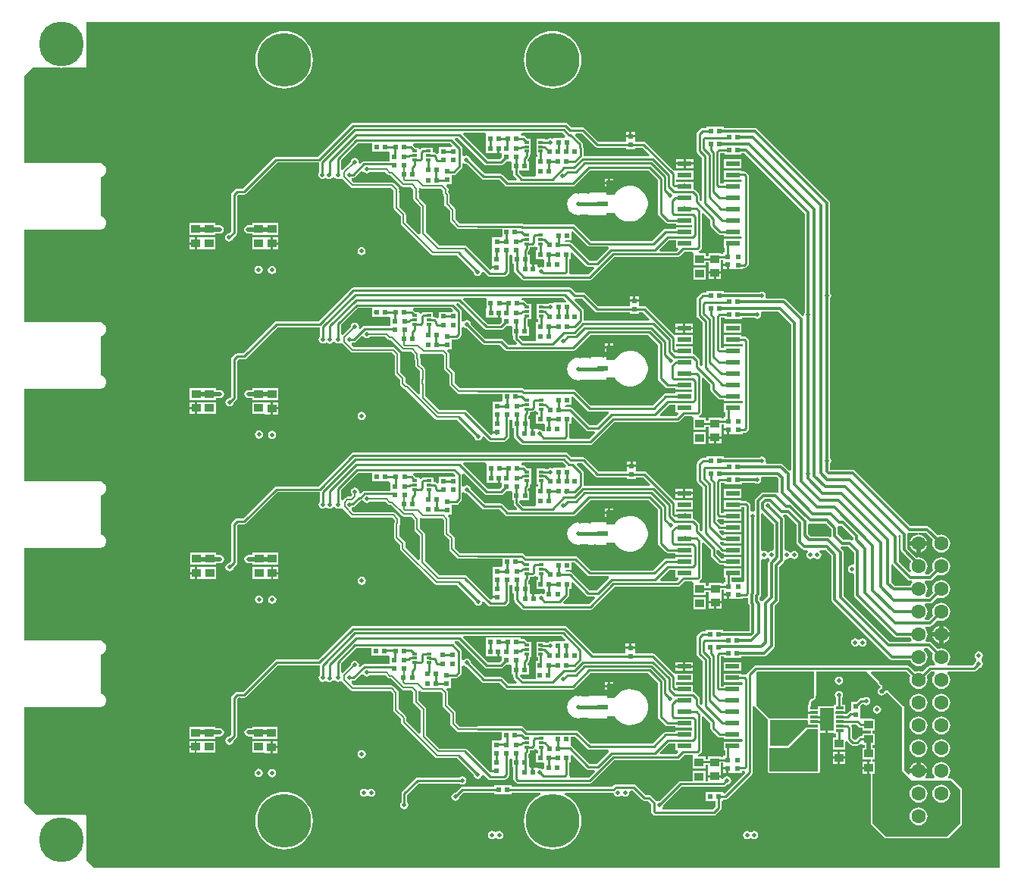
<source format=gbl>
G04*
G04 #@! TF.GenerationSoftware,Altium Limited,Altium Designer,21.1.0 (24)*
G04*
G04 Layer_Physical_Order=4*
G04 Layer_Color=16711680*
%FSLAX25Y25*%
%MOIN*%
G70*
G04*
G04 #@! TF.SameCoordinates,59D5B773-27E9-4806-B489-B34453608D3F*
G04*
G04*
G04 #@! TF.FilePolarity,Positive*
G04*
G01*
G75*
%ADD10C,0.00787*%
%ADD11C,0.00984*%
%ADD12C,0.01000*%
%ADD13R,0.02441X0.02284*%
%ADD24R,0.02284X0.02441*%
%ADD40R,0.03937X0.03740*%
%ADD45R,0.03937X0.03740*%
%ADD48R,0.02441X0.02441*%
%ADD49R,0.02441X0.02441*%
%ADD54R,0.03937X0.03543*%
%ADD63C,0.01417*%
%ADD64C,0.01575*%
%ADD65C,0.01181*%
%ADD66C,0.01968*%
%ADD67C,0.19685*%
%ADD68C,0.23622*%
%ADD69C,0.06299*%
%ADD70C,0.01968*%
%ADD71R,0.02244X0.01181*%
%ADD72R,0.06299X0.10236*%
%ADD73R,0.03347X0.01181*%
%ADD74R,0.06102X0.02362*%
%ADD75R,0.01968X0.01968*%
%ADD76R,0.05118X0.02126*%
G36*
X426691Y9190D02*
X27999D01*
X24809Y12379D01*
Y31900D01*
X24748Y32210D01*
X24572Y32472D01*
X24310Y32648D01*
X24000Y32709D01*
X2635D01*
X-2391Y37735D01*
Y79715D01*
X30828D01*
X31135Y79776D01*
X32004Y80136D01*
X32264Y80310D01*
X32264Y80310D01*
X32928Y80974D01*
X33103Y81235D01*
X33103Y81235D01*
X33462Y82103D01*
X33523Y82410D01*
Y83350D01*
X33462Y83657D01*
X33103Y84525D01*
X32928Y84786D01*
X32264Y85450D01*
X32004Y85624D01*
X32004Y85624D01*
X31161Y85973D01*
Y103015D01*
X32004Y103364D01*
X32264Y103538D01*
X32264Y103538D01*
X32928Y104202D01*
X33103Y104463D01*
X33103Y104463D01*
X33462Y105331D01*
X33523Y105638D01*
Y106578D01*
X33462Y106885D01*
X33103Y107754D01*
X32928Y108014D01*
X32264Y108678D01*
X32004Y108853D01*
X32004Y108853D01*
X31135Y109212D01*
X30828Y109273D01*
X-2391D01*
Y149715D01*
X30828D01*
X31135Y149776D01*
X32004Y150136D01*
X32264Y150310D01*
X32264Y150310D01*
X32928Y150974D01*
X33103Y151235D01*
X33103Y151235D01*
X33462Y152103D01*
X33523Y152410D01*
Y153350D01*
X33462Y153657D01*
X33103Y154525D01*
X32928Y154786D01*
X32264Y155450D01*
X32004Y155624D01*
X32004Y155624D01*
X31161Y155973D01*
Y173015D01*
X32004Y173364D01*
X32264Y173538D01*
X32264Y173538D01*
X32928Y174203D01*
X33103Y174463D01*
X33103Y174463D01*
X33462Y175331D01*
X33523Y175638D01*
Y176578D01*
X33462Y176885D01*
X33103Y177754D01*
X32928Y178014D01*
X32264Y178679D01*
X32004Y178853D01*
X32004Y178853D01*
X31135Y179212D01*
X30828Y179273D01*
X-2391D01*
Y219715D01*
X30828D01*
X31135Y219776D01*
X32004Y220136D01*
X32264Y220310D01*
X32264Y220310D01*
X32928Y220974D01*
X33103Y221235D01*
X33103Y221235D01*
X33462Y222103D01*
X33523Y222410D01*
Y223350D01*
X33462Y223657D01*
X33103Y224525D01*
X32928Y224786D01*
X32264Y225450D01*
X32004Y225624D01*
X32004Y225624D01*
X31161Y225973D01*
Y243015D01*
X32004Y243364D01*
X32264Y243538D01*
X32264Y243538D01*
X32928Y244202D01*
X33103Y244463D01*
X33103Y244463D01*
X33462Y245331D01*
X33523Y245638D01*
Y246578D01*
X33462Y246885D01*
X33103Y247754D01*
X32928Y248014D01*
X32264Y248678D01*
X32004Y248853D01*
X32004Y248853D01*
X31135Y249212D01*
X30828Y249273D01*
X-2391D01*
Y289715D01*
X30828D01*
X31135Y289776D01*
X32004Y290136D01*
X32264Y290310D01*
X32264Y290310D01*
X32928Y290974D01*
X33103Y291235D01*
X33103Y291235D01*
X33462Y292103D01*
X33523Y292410D01*
Y293350D01*
X33462Y293657D01*
X33103Y294525D01*
X32928Y294786D01*
X32264Y295450D01*
X32004Y295624D01*
X32004Y295624D01*
X31161Y295973D01*
Y313015D01*
X32004Y313364D01*
X32264Y313538D01*
X32264Y313538D01*
X32928Y314202D01*
X33103Y314463D01*
X33103Y314463D01*
X33462Y315331D01*
X33523Y315638D01*
Y316578D01*
X33462Y316885D01*
X33103Y317754D01*
X32928Y318014D01*
X32264Y318678D01*
X32004Y318853D01*
X32004Y318853D01*
X31135Y319212D01*
X30828Y319273D01*
X-2391D01*
Y357537D01*
X1163Y361091D01*
X13330D01*
X14000Y361038D01*
X14670Y361091D01*
X24000D01*
X24310Y361152D01*
X24572Y361328D01*
X24748Y361590D01*
X24809Y361900D01*
Y381091D01*
X426691D01*
X426691Y9190D01*
D02*
G37*
%LPC*%
G36*
X229921Y377204D02*
X227944Y377049D01*
X226016Y376586D01*
X224184Y375827D01*
X222493Y374791D01*
X220985Y373503D01*
X219697Y371995D01*
X218661Y370304D01*
X217902Y368472D01*
X217440Y366544D01*
X217284Y364567D01*
X217440Y362590D01*
X217902Y360662D01*
X218661Y358830D01*
X219697Y357139D01*
X220985Y355631D01*
X222493Y354343D01*
X224184Y353307D01*
X226016Y352548D01*
X227944Y352085D01*
X229921Y351930D01*
X231898Y352085D01*
X233826Y352548D01*
X235659Y353307D01*
X237349Y354343D01*
X238857Y355631D01*
X240145Y357139D01*
X241181Y358830D01*
X241940Y360662D01*
X242403Y362590D01*
X242559Y364567D01*
X242403Y366544D01*
X241940Y368472D01*
X241181Y370304D01*
X240145Y371995D01*
X238857Y373503D01*
X237349Y374791D01*
X235659Y375827D01*
X233826Y376586D01*
X231898Y377049D01*
X229921Y377204D01*
D02*
G37*
G36*
X111811D02*
X109834Y377049D01*
X107906Y376586D01*
X106074Y375827D01*
X104383Y374791D01*
X102875Y373503D01*
X101587Y371995D01*
X100551Y370304D01*
X99792Y368472D01*
X99329Y366544D01*
X99174Y364567D01*
X99329Y362590D01*
X99792Y360662D01*
X100551Y358830D01*
X101587Y357139D01*
X102875Y355631D01*
X104383Y354343D01*
X106074Y353307D01*
X107906Y352548D01*
X109834Y352085D01*
X111811Y351930D01*
X113788Y352085D01*
X115716Y352548D01*
X117548Y353307D01*
X119239Y354343D01*
X120747Y355631D01*
X122035Y357139D01*
X123071Y358830D01*
X123830Y360662D01*
X124293Y362590D01*
X124448Y364567D01*
X124293Y366544D01*
X123830Y368472D01*
X123071Y370304D01*
X122035Y371995D01*
X120747Y373503D01*
X119239Y374791D01*
X117548Y375827D01*
X115716Y376586D01*
X113788Y377049D01*
X111811Y377204D01*
D02*
G37*
G36*
X266181Y332913D02*
X264665D01*
Y331476D01*
X266181D01*
Y332913D01*
D02*
G37*
G36*
X263681D02*
X262165D01*
Y331476D01*
X263681D01*
Y332913D01*
D02*
G37*
G36*
X291765Y320958D02*
X288419D01*
Y319481D01*
X291765D01*
Y320958D01*
D02*
G37*
G36*
X287435D02*
X284088D01*
Y319481D01*
X287435D01*
Y320958D01*
D02*
G37*
G36*
X313025D02*
X305348D01*
Y317021D01*
X313025D01*
Y320958D01*
D02*
G37*
G36*
X291765Y318497D02*
X288419D01*
Y317021D01*
X291765D01*
Y318497D01*
D02*
G37*
G36*
X287435D02*
X284088D01*
Y317021D01*
X287435D01*
Y318497D01*
D02*
G37*
G36*
X75789Y292795D02*
Y292795D01*
X75413Y292795D01*
X70277D01*
Y287480D01*
X75789D01*
Y287480D01*
X76177D01*
Y287480D01*
X81689D01*
Y288212D01*
X83570D01*
X84261Y288349D01*
X84847Y288741D01*
X85239Y289327D01*
X85376Y290018D01*
X85239Y290709D01*
X84847Y291295D01*
X84261Y291687D01*
X83570Y291825D01*
X81689D01*
Y292795D01*
X76553D01*
X76177Y292795D01*
Y292795D01*
X75789D01*
D02*
G37*
G36*
X103378Y292795D02*
X102591Y292795D01*
X97866D01*
Y291825D01*
X96022D01*
X95331Y291687D01*
X94745Y291295D01*
X94353Y290709D01*
X94216Y290018D01*
X94353Y289327D01*
X94745Y288741D01*
X95331Y288349D01*
X96022Y288212D01*
X97866D01*
Y287480D01*
X103378D01*
Y287480D01*
X103666Y287438D01*
X103666Y287438D01*
X104148Y287438D01*
X109178D01*
Y292753D01*
X104148D01*
X103378Y292795D01*
D02*
G37*
G36*
X72541Y286496D02*
X70277D01*
Y284331D01*
X72541D01*
Y286496D01*
D02*
G37*
G36*
X106914Y286454D02*
Y284288D01*
X109178D01*
Y286454D01*
X106914D01*
D02*
G37*
G36*
X72541Y283346D02*
X70277D01*
Y281181D01*
X72541D01*
Y283346D01*
D02*
G37*
G36*
X76177Y286496D02*
X75390Y286496D01*
X73525D01*
Y283839D01*
Y281181D01*
X75390D01*
X75789Y281181D01*
X76576Y281181D01*
X81689D01*
Y286496D01*
X76576D01*
X76177Y286496D01*
D02*
G37*
G36*
X109178Y283304D02*
X106914D01*
Y281139D01*
X109178D01*
Y283304D01*
D02*
G37*
G36*
X103378Y286496D02*
X102896Y286496D01*
X97866D01*
Y281181D01*
X102896D01*
X103666Y281139D01*
X104148Y281139D01*
X105930D01*
Y283796D01*
Y286454D01*
X104148D01*
X103378Y286496D01*
D02*
G37*
G36*
X145899Y282202D02*
X145208Y282065D01*
X144622Y281673D01*
X144230Y281087D01*
X144093Y280396D01*
X144230Y279705D01*
X144622Y279119D01*
X145208Y278727D01*
X145899Y278590D01*
X146590Y278727D01*
X147177Y279119D01*
X147568Y279705D01*
X147706Y280396D01*
X147568Y281087D01*
X147177Y281673D01*
X146590Y282065D01*
X145899Y282202D01*
D02*
G37*
G36*
X306499Y273926D02*
X304984D01*
Y272410D01*
X306499D01*
Y273926D01*
D02*
G37*
G36*
X100634Y274019D02*
X99942Y273882D01*
X99356Y273490D01*
X98965Y272904D01*
X98827Y272213D01*
X98965Y271521D01*
X99356Y270935D01*
X99942Y270544D01*
X100634Y270406D01*
X101325Y270544D01*
X101911Y270935D01*
X102302Y271521D01*
X102440Y272213D01*
X102302Y272904D01*
X101911Y273490D01*
X101325Y273882D01*
X100634Y274019D01*
D02*
G37*
G36*
X106466Y273869D02*
X105775Y273732D01*
X105189Y273340D01*
X104797Y272754D01*
X104660Y272063D01*
X104797Y271372D01*
X105189Y270786D01*
X105775Y270394D01*
X106466Y270257D01*
X107157Y270394D01*
X107743Y270786D01*
X108135Y271372D01*
X108273Y272063D01*
X108135Y272754D01*
X107743Y273340D01*
X107157Y273732D01*
X106466Y273869D01*
D02*
G37*
G36*
X304039Y270481D02*
X301775D01*
Y268316D01*
X304039D01*
Y270481D01*
D02*
G37*
G36*
X300791D02*
X298527D01*
Y268316D01*
X300791D01*
Y270481D01*
D02*
G37*
G36*
X297247Y273336D02*
X291736D01*
Y268021D01*
X297247D01*
Y273336D01*
D02*
G37*
G36*
X267830Y260548D02*
X266315D01*
Y259111D01*
X267830D01*
Y260548D01*
D02*
G37*
G36*
X265330D02*
X263815D01*
Y259111D01*
X265330D01*
Y260548D01*
D02*
G37*
G36*
X235467Y336908D02*
X142225D01*
X141722Y336808D01*
X141297Y336523D01*
X126778Y322005D01*
X108334D01*
X107832Y321905D01*
X107406Y321621D01*
X93699Y307914D01*
X91136D01*
X90633Y307814D01*
X90208Y307529D01*
X88877Y306199D01*
X88592Y305773D01*
X88492Y305270D01*
Y289057D01*
X87625Y288190D01*
X86996Y288065D01*
X86410Y287673D01*
X86019Y287087D01*
X85881Y286396D01*
X86019Y285705D01*
X86410Y285119D01*
X86996Y284727D01*
X87687Y284590D01*
X88379Y284727D01*
X88965Y285119D01*
X89356Y285705D01*
X89481Y286334D01*
X90733Y287585D01*
X91018Y288011D01*
X91118Y288514D01*
Y304727D01*
X91679Y305289D01*
X94243D01*
X94745Y305388D01*
X95171Y305673D01*
X108878Y319380D01*
X127322D01*
X127365Y319345D01*
Y315236D01*
X127008Y314703D01*
X126871Y314011D01*
X127008Y313320D01*
X127400Y312734D01*
X127986Y312343D01*
X128677Y312205D01*
X129368Y312343D01*
X129559Y312470D01*
X130390Y312644D01*
X130976Y312252D01*
X131668Y312115D01*
X132359Y312252D01*
X132945Y312644D01*
X133141Y312937D01*
X134014Y312965D01*
X134030Y312959D01*
X134205Y312698D01*
X134791Y312306D01*
X135482Y312169D01*
X136173Y312306D01*
X136392Y312452D01*
X136475Y312472D01*
X137317Y312310D01*
X137401Y312251D01*
X137406Y312244D01*
X141054Y308596D01*
X141444Y308335D01*
X141905Y308243D01*
X141905Y308243D01*
X158832D01*
X160003Y307073D01*
Y299531D01*
X160003Y299531D01*
X160094Y299070D01*
X160355Y298679D01*
X163059Y295976D01*
Y292823D01*
X163059Y292823D01*
X163151Y292362D01*
X163412Y291972D01*
X176385Y278999D01*
X176385Y278999D01*
X176775Y278738D01*
X177236Y278646D01*
X187847D01*
X195184Y271309D01*
X195309Y270680D01*
X195700Y270094D01*
X196286Y269703D01*
X196977Y269565D01*
X197669Y269703D01*
X198255Y270094D01*
X198646Y270680D01*
X198730Y271101D01*
X199459Y271407D01*
X199533Y271411D01*
X201426Y269518D01*
X201852Y269234D01*
X202354Y269134D01*
X208488D01*
X208990Y269234D01*
X209416Y269518D01*
X210497Y270600D01*
X210782Y271025D01*
X210881Y271528D01*
Y278527D01*
X211669Y278993D01*
X211728Y278984D01*
X212205Y278449D01*
Y274896D01*
X212822D01*
Y272047D01*
X212921Y271545D01*
X213206Y271119D01*
X216309Y268016D01*
X216735Y267732D01*
X217237Y267632D01*
X246297D01*
X246800Y267732D01*
X247225Y268016D01*
X256954Y277744D01*
X284857D01*
X285360Y277844D01*
X285786Y278129D01*
X287865Y280208D01*
X291218D01*
X291736Y279635D01*
X291736Y279421D01*
Y274320D01*
X297247D01*
Y275673D01*
X298527D01*
Y274418D01*
X298527Y274221D01*
Y273631D01*
X298527Y273434D01*
Y271466D01*
X304039D01*
Y273434D01*
X304039Y273631D01*
Y274221D01*
X304039Y274418D01*
Y276657D01*
X304984D01*
Y274910D01*
X306992D01*
Y274418D01*
X307484D01*
Y272410D01*
X308724D01*
X309511Y272410D01*
X309787Y272410D01*
X313527D01*
Y273035D01*
X314289D01*
X314788Y273134D01*
X315211Y273417D01*
X315788Y273994D01*
X316071Y274417D01*
X316170Y274916D01*
Y313413D01*
X316071Y313912D01*
X315788Y314335D01*
X315117Y315006D01*
X314694Y315289D01*
X314194Y315388D01*
X313025D01*
Y315958D01*
X305348D01*
Y312021D01*
X312837D01*
X313218Y311489D01*
X312838Y310958D01*
X305348D01*
Y310294D01*
X303670D01*
Y323532D01*
X303744Y323606D01*
X305476D01*
Y322903D01*
X313035D01*
Y323505D01*
X314173D01*
X340791Y296888D01*
Y253505D01*
X340534Y253121D01*
X340397Y252430D01*
X340412Y252354D01*
X339686Y251966D01*
X332582Y259070D01*
X332126Y259375D01*
X331589Y259482D01*
X324045D01*
X323784Y259822D01*
X323564Y260269D01*
X323676Y260833D01*
X323539Y261524D01*
X323148Y262110D01*
X322561Y262502D01*
X321870Y262639D01*
X321179Y262502D01*
X320784Y262238D01*
X305152D01*
Y262834D01*
X297593D01*
Y262130D01*
X296042D01*
X295543Y262031D01*
X295120Y261748D01*
X293658Y260287D01*
X293376Y259864D01*
X293276Y259365D01*
Y252159D01*
X293376Y251659D01*
X293658Y251236D01*
X295796Y249099D01*
Y230142D01*
X295100Y229841D01*
X294538Y230294D01*
Y232363D01*
X294439Y232862D01*
X294156Y233286D01*
X292520Y234922D01*
X292097Y235204D01*
X291658Y235292D01*
Y238507D01*
X284203D01*
Y239570D01*
X291658D01*
Y243507D01*
X283981D01*
X283981Y243507D01*
Y243507D01*
X283244Y243629D01*
X271054Y255819D01*
X270628Y256103D01*
X270126Y256203D01*
X267830D01*
Y258126D01*
X263815D01*
Y256203D01*
X250025D01*
X244338Y261890D01*
X243912Y262175D01*
X243410Y262275D01*
X239976D01*
X238177Y264073D01*
X237752Y264357D01*
X237249Y264457D01*
X142314D01*
X141812Y264357D01*
X141386Y264073D01*
X126868Y249554D01*
X108424D01*
X107922Y249454D01*
X107496Y249170D01*
X93789Y235463D01*
X91225D01*
X90723Y235363D01*
X90297Y235079D01*
X88966Y233748D01*
X88682Y233322D01*
X88582Y232820D01*
Y216542D01*
X87789Y215749D01*
X87777Y215752D01*
X87086Y215614D01*
X86500Y215223D01*
X86108Y214637D01*
X85970Y213945D01*
X86108Y213254D01*
X86500Y212668D01*
X87086Y212277D01*
X87777Y212139D01*
X88468Y212277D01*
X89054Y212668D01*
X89446Y213254D01*
X89555Y213803D01*
X90823Y215070D01*
X91107Y215496D01*
X91207Y215999D01*
Y232276D01*
X91769Y232838D01*
X94332D01*
X94835Y232938D01*
X95261Y233222D01*
X108967Y246929D01*
X127411D01*
X127454Y246894D01*
Y242785D01*
X127098Y242252D01*
X126960Y241561D01*
X127098Y240869D01*
X127489Y240283D01*
X128076Y239892D01*
X128767Y239754D01*
X129458Y239892D01*
X129649Y240019D01*
X130480Y240193D01*
X131066Y239801D01*
X131757Y239664D01*
X132448Y239801D01*
X133035Y240193D01*
X133230Y240486D01*
X134103Y240515D01*
X134120Y240508D01*
X134294Y240247D01*
X134880Y239856D01*
X135572Y239718D01*
X136263Y239856D01*
X136481Y240001D01*
X136565Y240022D01*
X137407Y239859D01*
X137490Y239801D01*
X137496Y239793D01*
X141143Y236145D01*
X141534Y235884D01*
X141995Y235793D01*
X141995Y235793D01*
X159300D01*
X160440Y234652D01*
Y226732D01*
X160440Y226732D01*
X160532Y226271D01*
X160793Y225881D01*
X162764Y223910D01*
Y222122D01*
X162764Y222122D01*
X162856Y221661D01*
X163117Y221271D01*
X164385Y220002D01*
X164385Y220002D01*
X164776Y219741D01*
X165228Y219651D01*
X178331Y206548D01*
X178331Y206548D01*
X178722Y206287D01*
X179183Y206195D01*
X179183Y206195D01*
X187936D01*
X195273Y198859D01*
X195398Y198230D01*
X195790Y197644D01*
X196376Y197252D01*
X197067Y197115D01*
X197758Y197252D01*
X198344Y197644D01*
X198736Y198230D01*
X198819Y198650D01*
X199548Y198956D01*
X199623Y198960D01*
X201515Y197068D01*
X201941Y196783D01*
X202443Y196683D01*
X208577D01*
X209080Y196783D01*
X209505Y197068D01*
X210587Y198149D01*
X210871Y198575D01*
X210971Y199077D01*
Y206076D01*
X211758Y206543D01*
X211818Y206534D01*
X212295Y205999D01*
Y202445D01*
X212911D01*
Y199203D01*
X213011Y198700D01*
X213296Y198275D01*
X216005Y195565D01*
X216430Y195281D01*
X216933Y195181D01*
X246387D01*
X246889Y195281D01*
X247315Y195565D01*
X257043Y205293D01*
X284947D01*
X285449Y205393D01*
X285875Y205678D01*
X287955Y207757D01*
X291308D01*
X291825Y207184D01*
X291825Y206970D01*
Y201869D01*
X297337D01*
Y203222D01*
X298616D01*
Y201968D01*
X298616Y201771D01*
Y201180D01*
X298616Y200983D01*
Y199015D01*
X304128D01*
Y200983D01*
X304128Y201180D01*
Y201771D01*
X304128Y201968D01*
Y204206D01*
X305073D01*
Y202460D01*
X307081D01*
Y201968D01*
X307573D01*
Y199960D01*
X308813D01*
X309601Y199960D01*
X309876Y199960D01*
X313616D01*
Y200584D01*
X314378D01*
X314878Y200684D01*
X315301Y200966D01*
X315877Y201543D01*
X316160Y201966D01*
X316260Y202466D01*
Y240962D01*
X316160Y241461D01*
X315877Y241884D01*
X315206Y242555D01*
X314783Y242838D01*
X314284Y242938D01*
X312918D01*
Y243507D01*
X305241D01*
Y239570D01*
X312918D01*
Y239570D01*
X313650Y239437D01*
Y238640D01*
X312918Y238507D01*
X312863Y238507D01*
X305241D01*
Y237843D01*
X303760D01*
Y251081D01*
X303834Y251155D01*
X305565D01*
Y250452D01*
X313124D01*
Y251062D01*
X318669D01*
X319064Y250798D01*
X319755Y250660D01*
X320446Y250798D01*
X321032Y251189D01*
X321424Y251775D01*
X321561Y252467D01*
X321449Y253030D01*
X321669Y253477D01*
X321930Y253818D01*
X329288D01*
X334774Y248332D01*
Y184235D01*
X333986Y183909D01*
X331370Y186525D01*
X330915Y186829D01*
X330377Y186936D01*
X324045D01*
X323784Y187277D01*
X323564Y187724D01*
X323676Y188287D01*
X323539Y188979D01*
X323148Y189565D01*
X322561Y189956D01*
X321870Y190094D01*
X321179Y189956D01*
X320784Y189692D01*
X305191D01*
Y190288D01*
X297632D01*
Y189585D01*
X296081D01*
X295582Y189486D01*
X295159Y189203D01*
X293697Y187742D01*
X293414Y187319D01*
X293315Y186819D01*
Y179613D01*
X293414Y179114D01*
X293697Y178691D01*
X295835Y176553D01*
Y157597D01*
X295139Y157296D01*
X294577Y157748D01*
Y159818D01*
X294478Y160317D01*
X294195Y160740D01*
X292559Y162376D01*
X292136Y162659D01*
X291697Y162746D01*
Y165962D01*
X284242D01*
Y167025D01*
X291697D01*
Y170962D01*
X284020D01*
X284020Y170962D01*
Y170962D01*
X283283Y171083D01*
X271093Y183273D01*
X270667Y183558D01*
X270165Y183658D01*
X266636D01*
Y185492D01*
X262620D01*
Y183658D01*
X250064D01*
X244377Y189345D01*
X243951Y189629D01*
X243449Y189729D01*
X238322D01*
X236524Y191527D01*
X236098Y191812D01*
X235595Y191912D01*
X142353D01*
X141851Y191812D01*
X141425Y191527D01*
X126907Y177009D01*
X108463D01*
X107960Y176909D01*
X107534Y176625D01*
X93827Y162918D01*
X91264D01*
X90762Y162818D01*
X90336Y162533D01*
X89005Y161203D01*
X88721Y160777D01*
X88621Y160274D01*
Y144061D01*
X87753Y143194D01*
X87125Y143069D01*
X86538Y142677D01*
X86147Y142091D01*
X86009Y141400D01*
X86147Y140709D01*
X86538Y140123D01*
X87125Y139731D01*
X87816Y139594D01*
X88507Y139731D01*
X89093Y140123D01*
X89485Y140709D01*
X89610Y141338D01*
X90861Y142589D01*
X91146Y143015D01*
X91246Y143518D01*
Y159731D01*
X91808Y160292D01*
X94371D01*
X94873Y160392D01*
X95299Y160677D01*
X109006Y174384D01*
X127450D01*
X127493Y174349D01*
Y170240D01*
X127137Y169707D01*
X126999Y169015D01*
X127137Y168324D01*
X127528Y167738D01*
X128114Y167347D01*
X128806Y167209D01*
X129497Y167347D01*
X129688Y167474D01*
X130519Y167648D01*
X131105Y167256D01*
X131796Y167119D01*
X132487Y167256D01*
X133073Y167648D01*
X133269Y167940D01*
X134142Y167969D01*
X134159Y167963D01*
X134333Y167702D01*
X134919Y167310D01*
X135610Y167173D01*
X136302Y167310D01*
X136520Y167456D01*
X136603Y167476D01*
X137445Y167314D01*
X137529Y167255D01*
X137534Y167248D01*
X141182Y163600D01*
X141573Y163339D01*
X142034Y163247D01*
X142034Y163247D01*
X159339D01*
X160479Y162107D01*
Y161300D01*
X160241Y160943D01*
X160149Y160482D01*
X160149Y160482D01*
Y154517D01*
X160149Y154517D01*
X160241Y154056D01*
X160502Y153665D01*
X162803Y151364D01*
Y149577D01*
X162803Y149577D01*
X162894Y149116D01*
X163155Y148725D01*
X164424Y147457D01*
X164424Y147457D01*
X164424Y147457D01*
X177878Y134003D01*
X177878Y134003D01*
X178269Y133742D01*
X178730Y133650D01*
X178730Y133650D01*
X187975D01*
X195312Y126313D01*
X195437Y125684D01*
X195828Y125098D01*
X196414Y124707D01*
X197106Y124569D01*
X197797Y124707D01*
X198383Y125098D01*
X198775Y125684D01*
X198858Y126104D01*
X199587Y126411D01*
X199662Y126415D01*
X201554Y124522D01*
X201980Y124238D01*
X202482Y124138D01*
X208616D01*
X209118Y124238D01*
X209544Y124522D01*
X210625Y125603D01*
X210910Y126029D01*
X211010Y126532D01*
Y133531D01*
X211797Y133997D01*
X211856Y133988D01*
X212333Y133453D01*
Y129900D01*
X212950D01*
Y127051D01*
X213050Y126549D01*
X213334Y126123D01*
X216437Y123020D01*
X216863Y122736D01*
X217365Y122636D01*
X246426D01*
X246928Y122736D01*
X247354Y123020D01*
X257082Y132748D01*
X284986D01*
X285488Y132848D01*
X285914Y133133D01*
X287993Y135212D01*
X291347D01*
X291864Y134639D01*
X291864Y134425D01*
Y129324D01*
X297376D01*
Y130677D01*
X298655D01*
Y129422D01*
X298655Y129225D01*
Y128635D01*
X298655Y128438D01*
Y126470D01*
X304167D01*
Y128438D01*
X304167Y128635D01*
Y129225D01*
X304167Y129422D01*
Y131661D01*
X305112D01*
Y129914D01*
X307120D01*
Y129422D01*
X307612D01*
Y127414D01*
X308852D01*
X309639Y127414D01*
X309915Y127414D01*
X313655D01*
Y128039D01*
X314975D01*
X315253Y128094D01*
X315808Y127803D01*
X316041Y127570D01*
Y125625D01*
X316148Y125087D01*
X316410Y124695D01*
Y113226D01*
X304915D01*
Y113829D01*
X297356D01*
Y113323D01*
X296002D01*
X295503Y113223D01*
X295080Y112941D01*
X293618Y111479D01*
X293336Y111056D01*
X293236Y110557D01*
Y103351D01*
X293336Y102852D01*
X293618Y102428D01*
X295756Y100291D01*
Y81334D01*
X295060Y81034D01*
X294498Y81486D01*
Y83555D01*
X294399Y84055D01*
X294116Y84478D01*
X292480Y86114D01*
X292057Y86397D01*
X291618Y86484D01*
Y89699D01*
X284163D01*
Y90762D01*
X291618D01*
Y94699D01*
X283941D01*
X283941Y94699D01*
Y94699D01*
X283204Y94821D01*
X274931Y103094D01*
X274505Y103378D01*
X274002Y103478D01*
X266062D01*
Y105532D01*
X262046D01*
Y103478D01*
X247886D01*
X236099Y115265D01*
X235674Y115549D01*
X235171Y115649D01*
X142274D01*
X141772Y115549D01*
X141346Y115265D01*
X126828Y100747D01*
X108384D01*
X107881Y100647D01*
X107455Y100362D01*
X93748Y86655D01*
X91185D01*
X90683Y86555D01*
X90257Y86271D01*
X88926Y84940D01*
X88642Y84514D01*
X88542Y84012D01*
Y67799D01*
X87674Y66931D01*
X87046Y66806D01*
X86459Y66415D01*
X86068Y65829D01*
X85930Y65137D01*
X86068Y64446D01*
X86459Y63860D01*
X87046Y63469D01*
X87737Y63331D01*
X88428Y63469D01*
X89014Y63860D01*
X89406Y64446D01*
X89531Y65075D01*
X90782Y66327D01*
X91067Y66753D01*
X91167Y67255D01*
Y83468D01*
X91729Y84030D01*
X94292D01*
X94794Y84130D01*
X95220Y84414D01*
X108927Y98121D01*
X127371D01*
X127414Y98086D01*
Y93977D01*
X127058Y93444D01*
X126920Y92753D01*
X127058Y92062D01*
X127449Y91475D01*
X128035Y91084D01*
X128727Y90947D01*
X129418Y91084D01*
X129609Y91211D01*
X130440Y91385D01*
X131026Y90994D01*
X131717Y90856D01*
X132408Y90994D01*
X132994Y91385D01*
X133190Y91678D01*
X134063Y91707D01*
X134080Y91700D01*
X134254Y91439D01*
X134840Y91048D01*
X135531Y90910D01*
X136223Y91048D01*
X136441Y91194D01*
X136524Y91214D01*
X137366Y91051D01*
X137450Y90993D01*
X137455Y90985D01*
X141103Y87337D01*
X141494Y87076D01*
X141955Y86985D01*
X141955Y86985D01*
X158556D01*
X159744Y85797D01*
Y78580D01*
X159744Y78580D01*
X159836Y78119D01*
X160097Y77728D01*
X163216Y74610D01*
Y73314D01*
X163216Y73314D01*
X163308Y72854D01*
X163569Y72463D01*
X178291Y57740D01*
X178291Y57740D01*
X178682Y57479D01*
X179143Y57388D01*
X187896D01*
X195233Y50051D01*
X195358Y49422D01*
X195749Y48836D01*
X196335Y48444D01*
X197027Y48307D01*
X197718Y48444D01*
X198304Y48836D01*
X198696Y49422D01*
X198779Y49842D01*
X199508Y50148D01*
X199583Y50152D01*
X201475Y48260D01*
X201901Y47975D01*
X202403Y47875D01*
X208537D01*
X209039Y47975D01*
X209465Y48260D01*
X210546Y49341D01*
X210831Y49767D01*
X210931Y50269D01*
Y56952D01*
X211289Y57270D01*
X211395Y57296D01*
X212057Y56722D01*
Y53441D01*
X212674D01*
Y48272D01*
X212774Y47769D01*
X213058Y47343D01*
X213644Y46758D01*
X214070Y46473D01*
X214572Y46373D01*
X246347D01*
X246849Y46473D01*
X247275Y46758D01*
X257003Y56486D01*
X284907D01*
X285409Y56586D01*
X285835Y56870D01*
X287914Y58950D01*
X291546D01*
X291588Y58179D01*
X291588Y58162D01*
Y52864D01*
X297100D01*
Y54414D01*
X298379D01*
Y52963D01*
X298379Y52766D01*
Y52175D01*
X298379Y51979D01*
Y50010D01*
X303891D01*
Y51979D01*
X303891Y52175D01*
Y52766D01*
X303891Y52963D01*
Y55398D01*
X304836D01*
Y53455D01*
X306844D01*
Y52963D01*
X307336D01*
Y50955D01*
X308576D01*
X309364Y50955D01*
X309639Y50955D01*
X313379D01*
Y51776D01*
X314272D01*
X314401Y51625D01*
X314644Y51034D01*
X305567Y41958D01*
X304780Y42284D01*
Y42408D01*
X297220D01*
Y38392D01*
X301546D01*
Y36116D01*
X300199Y34769D01*
X278850D01*
X278850Y34769D01*
X278407D01*
X278184Y35296D01*
X278127Y35557D01*
X278486Y36094D01*
X278614Y36737D01*
X286636Y44758D01*
X304882D01*
X305381Y44858D01*
X305805Y45140D01*
X306470Y45806D01*
X306576Y45785D01*
X307268Y45923D01*
X307854Y46314D01*
X308245Y46900D01*
X308383Y47591D01*
X308245Y48283D01*
X307854Y48869D01*
X307268Y49260D01*
X306576Y49398D01*
X305885Y49260D01*
X305299Y48869D01*
X304908Y48283D01*
X304679Y48197D01*
X303891Y48741D01*
Y49026D01*
X298379D01*
Y47368D01*
X297100D01*
Y51880D01*
X291588D01*
Y47368D01*
X286095D01*
X285596Y47268D01*
X285173Y46986D01*
X276769Y38582D01*
X276126Y38454D01*
X275515Y38669D01*
X275367Y38792D01*
X273267Y40892D01*
X272844Y41175D01*
X272345Y41274D01*
X270804D01*
X266569Y45509D01*
X266145Y45792D01*
X265646Y45891D01*
X257724D01*
X257224Y45792D01*
X256801Y45509D01*
X256027Y44735D01*
X211796D01*
Y45439D01*
X204237D01*
Y44735D01*
X190112D01*
X189613Y44636D01*
X189190Y44353D01*
X187052Y42215D01*
X186409Y42087D01*
X185823Y41695D01*
X185431Y41109D01*
X185294Y40418D01*
X185431Y39727D01*
X185823Y39141D01*
X186409Y38749D01*
X187100Y38612D01*
X187791Y38749D01*
X188377Y39141D01*
X188769Y39727D01*
X188897Y40370D01*
X190653Y42126D01*
X204237D01*
Y41423D01*
X211796D01*
Y42126D01*
X224407D01*
X224564Y41339D01*
X224184Y41181D01*
X222493Y40145D01*
X220985Y38857D01*
X219697Y37349D01*
X218661Y35658D01*
X217902Y33826D01*
X217440Y31898D01*
X217284Y29921D01*
X217440Y27944D01*
X217902Y26016D01*
X218661Y24184D01*
X219697Y22493D01*
X220985Y20985D01*
X222493Y19697D01*
X224184Y18661D01*
X226016Y17902D01*
X227944Y17439D01*
X229921Y17284D01*
X231898Y17439D01*
X233826Y17902D01*
X235659Y18661D01*
X237349Y19697D01*
X238857Y20985D01*
X240145Y22493D01*
X241181Y24184D01*
X241940Y26016D01*
X242403Y27944D01*
X242559Y29921D01*
X242403Y31898D01*
X241940Y33826D01*
X241181Y35658D01*
X240145Y37349D01*
X238857Y38857D01*
X237349Y40145D01*
X235659Y41181D01*
X235279Y41339D01*
X235435Y42126D01*
X256568D01*
X256944Y41874D01*
X256993Y41632D01*
X257384Y41045D01*
X257970Y40654D01*
X258661Y40516D01*
X259353Y40654D01*
X259939Y41045D01*
X260534D01*
X261120Y40654D01*
X261811Y40516D01*
X262502Y40654D01*
X263088Y41045D01*
X263480Y41632D01*
X263617Y42323D01*
X263583Y42495D01*
X264176Y43282D01*
X265106D01*
X269341Y39047D01*
X269764Y38764D01*
X270264Y38665D01*
X271804D01*
X273249Y37220D01*
Y34041D01*
X273348Y33542D01*
X273631Y33119D01*
X274208Y32542D01*
X274631Y32259D01*
X275130Y32160D01*
X278850D01*
X278850Y32160D01*
X300739D01*
X301238Y32259D01*
X301662Y32542D01*
X303773Y34653D01*
X304056Y35077D01*
X304155Y35576D01*
Y38392D01*
X304780D01*
Y39095D01*
X305854D01*
X306354Y39195D01*
X306777Y39478D01*
X317609Y50309D01*
X317892Y50733D01*
X317991Y51232D01*
Y80104D01*
X318148Y80164D01*
X318778Y80235D01*
X318862Y80110D01*
X318862Y80110D01*
X324515Y74457D01*
X324515Y74457D01*
X324623Y74385D01*
X324591Y74222D01*
Y62752D01*
X324652Y62445D01*
X324682Y62400D01*
X324586Y62256D01*
X324525Y61949D01*
Y51614D01*
X324586Y51307D01*
X324760Y51047D01*
X325020Y50873D01*
X325327Y50812D01*
X346587D01*
X346895Y50873D01*
X347155Y51047D01*
X347329Y51307D01*
X347390Y51614D01*
Y68556D01*
X349950D01*
Y74461D01*
X350934D01*
Y68556D01*
X353690D01*
Y68162D01*
X354537D01*
Y66568D01*
X353086D01*
Y61253D01*
X358598D01*
Y64674D01*
X358967Y64886D01*
X359385Y64964D01*
X360976Y63373D01*
X361400Y63090D01*
X361899Y62991D01*
X363774D01*
X364273Y63090D01*
X364697Y63373D01*
X365322Y63999D01*
X366110Y63673D01*
Y63213D01*
X367059D01*
Y62032D01*
X366110D01*
Y56914D01*
X369903D01*
Y55733D01*
X369358D01*
Y53174D01*
Y50615D01*
X369903D01*
Y28790D01*
X369903Y28790D01*
X369964Y28482D01*
X370138Y28222D01*
X376069Y22291D01*
X376069Y22291D01*
X376329Y22117D01*
X376636Y22056D01*
X403330D01*
X403637Y22117D01*
X403897Y22291D01*
X403897Y22291D01*
X409757Y28151D01*
X409931Y28411D01*
X409992Y28719D01*
X409992Y43511D01*
X409992Y43511D01*
X409931Y43818D01*
X409757Y44079D01*
X405645Y48189D01*
X405645Y48189D01*
X405385Y48364D01*
X405078Y48425D01*
X404032D01*
X403781Y49212D01*
X404285Y49869D01*
X404682Y50827D01*
X404817Y51854D01*
X404682Y52882D01*
X404285Y53840D01*
X403654Y54662D01*
X402832Y55293D01*
X401874Y55690D01*
X400846Y55825D01*
X399819Y55690D01*
X398861Y55293D01*
X398039Y54662D01*
X397408Y53840D01*
X397011Y52882D01*
X396876Y51854D01*
X397011Y50827D01*
X397408Y49869D01*
X397911Y49212D01*
X397660Y48425D01*
X394032Y48425D01*
X393781Y49212D01*
X394285Y49869D01*
X394682Y50827D01*
X394688Y50870D01*
X390846D01*
X387005D01*
X387011Y50827D01*
X387105Y50599D01*
X386437Y50153D01*
X384446Y52145D01*
X384446Y79748D01*
X384446Y79748D01*
X384385Y80055D01*
X384211Y80316D01*
X384211Y80316D01*
X377501Y87026D01*
X377403Y87091D01*
X377312Y87166D01*
X377274Y87177D01*
X377240Y87200D01*
X377125Y87223D01*
X377012Y87257D01*
X376972Y87253D01*
X376933Y87261D01*
X376818Y87238D01*
X376700Y87226D01*
X376158Y87062D01*
X376054Y87006D01*
X375945Y86961D01*
X375917Y86933D01*
X375882Y86914D01*
X375807Y86823D01*
X375723Y86739D01*
X375708Y86703D01*
X375683Y86672D01*
X375648Y86559D01*
X375603Y86450D01*
X375585Y86359D01*
X375371Y86038D01*
X375051Y85824D01*
X374673Y85749D01*
X374295Y85824D01*
X373974Y86038D01*
X373760Y86359D01*
X373685Y86737D01*
X373760Y87115D01*
X373974Y87435D01*
X374295Y87649D01*
X374363Y87663D01*
X374436Y87693D01*
X374514Y87709D01*
X374579Y87752D01*
X374652Y87783D01*
X374708Y87839D01*
X374774Y87883D01*
X374818Y87948D01*
X374874Y88004D01*
X374904Y88077D01*
X374948Y88143D01*
X374963Y88221D01*
X374994Y88294D01*
Y88373D01*
X375009Y88450D01*
Y88960D01*
X374994Y89038D01*
Y89117D01*
X374963Y89190D01*
X374948Y89267D01*
X374904Y89333D01*
X374874Y89406D01*
X374818Y89462D01*
X374774Y89528D01*
X374708Y89572D01*
X374652Y89628D01*
X374579Y89658D01*
X374514Y89702D01*
X374436Y89717D01*
X374363Y89748D01*
X374295Y89761D01*
X373974Y89975D01*
X373760Y90296D01*
X373691Y90645D01*
X373660Y90718D01*
X373645Y90795D01*
X373601Y90861D01*
X373571Y90934D01*
X373515Y90990D01*
X373471Y91056D01*
X371807Y92719D01*
X371807Y92719D01*
X369807Y94720D01*
X370108Y95447D01*
X385407D01*
X387292Y93562D01*
X387011Y92882D01*
X386876Y91854D01*
X387011Y90827D01*
X387407Y89869D01*
X388038Y89047D01*
X388861Y88415D01*
X389819Y88019D01*
X390846Y87883D01*
X391874Y88019D01*
X392832Y88415D01*
X393654Y89047D01*
X394285Y89869D01*
X394682Y90827D01*
X394817Y91854D01*
X394682Y92882D01*
X394400Y93563D01*
X396284Y95447D01*
X397768D01*
X398039Y94662D01*
X397408Y93840D01*
X397011Y92882D01*
X396876Y91854D01*
X397011Y90827D01*
X397408Y89869D01*
X398039Y89047D01*
X398861Y88415D01*
X399819Y88019D01*
X400846Y87883D01*
X401874Y88019D01*
X402832Y88415D01*
X403654Y89047D01*
X404285Y89869D01*
X404682Y90827D01*
X404817Y91854D01*
X404682Y92882D01*
X404285Y93840D01*
X403654Y94662D01*
X403925Y95447D01*
X415189D01*
X415688Y95547D01*
X416111Y95829D01*
X417417Y97136D01*
X418060Y97263D01*
X418646Y97655D01*
X419038Y98241D01*
X419175Y98932D01*
X419038Y99624D01*
X418646Y100209D01*
X418497Y100309D01*
Y101256D01*
X418646Y101356D01*
X419038Y101942D01*
X419175Y102633D01*
X419038Y103324D01*
X418646Y103910D01*
X418060Y104302D01*
X417369Y104439D01*
X416678Y104302D01*
X416091Y103910D01*
X415700Y103324D01*
X415562Y102633D01*
X415700Y101942D01*
X416091Y101356D01*
X416241Y101256D01*
Y100309D01*
X416091Y100209D01*
X415700Y99624D01*
X415572Y98980D01*
X414648Y98057D01*
X403658D01*
X403390Y98844D01*
X403654Y99046D01*
X404285Y99869D01*
X404682Y100827D01*
X404817Y101854D01*
X404682Y102882D01*
X404285Y103840D01*
X403654Y104662D01*
X402832Y105293D01*
X401874Y105690D01*
X400846Y105825D01*
X399819Y105690D01*
X399237Y105449D01*
X396465Y108221D01*
X396010Y108526D01*
X395472Y108633D01*
X394329D01*
X393941Y109420D01*
X394285Y109869D01*
X394682Y110827D01*
X394817Y111854D01*
X394682Y112882D01*
X394285Y113840D01*
X393727Y114568D01*
X393814Y114946D01*
X394045Y115355D01*
X395752D01*
X396289Y115462D01*
X396745Y115767D01*
X399238Y118259D01*
X399819Y118019D01*
X400846Y117883D01*
X401874Y118019D01*
X402832Y118415D01*
X403654Y119046D01*
X404285Y119869D01*
X404682Y120827D01*
X404817Y121854D01*
X404682Y122882D01*
X404285Y123840D01*
X403654Y124662D01*
X402832Y125293D01*
X401874Y125690D01*
X400846Y125825D01*
X399819Y125690D01*
X398861Y125293D01*
X398039Y124662D01*
X397408Y123840D01*
X397011Y122882D01*
X396876Y121854D01*
X397011Y120827D01*
X397251Y120247D01*
X395170Y118165D01*
X393799D01*
X393532Y118953D01*
X393654Y119046D01*
X394285Y119869D01*
X394682Y120827D01*
X394817Y121854D01*
X394682Y122882D01*
X394285Y123840D01*
X393654Y124662D01*
X393506Y124776D01*
X393773Y125564D01*
X395960D01*
X396498Y125671D01*
X396953Y125975D01*
X399238Y128259D01*
X399819Y128019D01*
X400846Y127883D01*
X401874Y128019D01*
X402832Y128415D01*
X403654Y129046D01*
X404285Y129869D01*
X404682Y130827D01*
X404817Y131854D01*
X404682Y132882D01*
X404285Y133840D01*
X403654Y134662D01*
X402832Y135293D01*
X401874Y135690D01*
X400846Y135825D01*
X399819Y135690D01*
X398861Y135293D01*
X398039Y134662D01*
X397408Y133840D01*
X397011Y132882D01*
X396876Y131854D01*
X397011Y130827D01*
X397251Y130247D01*
X395378Y128374D01*
X394071D01*
X393854Y128724D01*
X393742Y129161D01*
X394285Y129869D01*
X394682Y130827D01*
X394817Y131854D01*
X394682Y132882D01*
X394285Y133840D01*
X393654Y134662D01*
X393598Y134706D01*
X393865Y135493D01*
X395855D01*
X396393Y135600D01*
X396849Y135905D01*
X399214Y138269D01*
X399819Y138019D01*
X400846Y137883D01*
X401874Y138019D01*
X402832Y138415D01*
X403654Y139047D01*
X404285Y139869D01*
X404682Y140827D01*
X404817Y141854D01*
X404682Y142882D01*
X404285Y143840D01*
X403654Y144662D01*
X402832Y145293D01*
X401874Y145690D01*
X400846Y145825D01*
X399819Y145690D01*
X398861Y145293D01*
X398039Y144662D01*
X397408Y143840D01*
X397011Y142882D01*
X396876Y141854D01*
X397011Y140827D01*
X397241Y140271D01*
X395273Y138303D01*
X393979D01*
X393722Y138892D01*
X393688Y139091D01*
X394285Y139869D01*
X394682Y140827D01*
X394817Y141854D01*
X394682Y142882D01*
X394285Y143840D01*
X393654Y144662D01*
X392832Y145293D01*
X391874Y145690D01*
X390846Y145825D01*
X389819Y145690D01*
X389800Y145682D01*
X385814Y149668D01*
Y156037D01*
X385809Y156059D01*
X385942Y156253D01*
X386492Y156661D01*
X386792Y156601D01*
X390709D01*
X390760Y155814D01*
X389819Y155690D01*
X388861Y155293D01*
X388038Y154662D01*
X387407Y153840D01*
X387011Y152882D01*
X387005Y152839D01*
X390846D01*
Y151854D01*
D01*
Y152839D01*
X394688D01*
X394682Y152882D01*
X394285Y153840D01*
X393654Y154662D01*
X392832Y155293D01*
X391874Y155690D01*
X390933Y155814D01*
X390984Y156601D01*
X394111D01*
X397251Y153462D01*
X397011Y152882D01*
X396876Y151854D01*
X397011Y150827D01*
X397408Y149869D01*
X398039Y149047D01*
X398861Y148415D01*
X399819Y148019D01*
X400846Y147883D01*
X401874Y148019D01*
X402832Y148415D01*
X403654Y149047D01*
X404285Y149869D01*
X404682Y150827D01*
X404817Y151854D01*
X404682Y152882D01*
X404285Y153840D01*
X403654Y154662D01*
X402832Y155293D01*
X401874Y155690D01*
X400846Y155825D01*
X399819Y155690D01*
X399237Y155449D01*
X395687Y159000D01*
X395231Y159304D01*
X394693Y159411D01*
X387374D01*
X362956Y183830D01*
X362500Y184134D01*
X361962Y184241D01*
X351967D01*
Y187169D01*
X352271Y187624D01*
X352408Y188315D01*
X352271Y189007D01*
X351967Y189462D01*
Y259728D01*
X352271Y260184D01*
X352408Y260875D01*
X352271Y261566D01*
X351967Y262021D01*
Y301605D01*
X351860Y302142D01*
X351555Y302598D01*
X319876Y334277D01*
X319421Y334581D01*
X318883Y334688D01*
X305062D01*
Y335284D01*
X297503D01*
Y334581D01*
X295953D01*
X295454Y334482D01*
X295030Y334199D01*
X293569Y332738D01*
X293286Y332314D01*
X293187Y331815D01*
Y324609D01*
X293286Y324110D01*
X293569Y323687D01*
X295707Y321549D01*
Y302593D01*
X295010Y302292D01*
X294448Y302745D01*
Y304814D01*
X294349Y305313D01*
X294066Y305736D01*
X292430Y307372D01*
X292007Y307655D01*
X291765Y307703D01*
Y310958D01*
X284114D01*
Y312021D01*
X291765D01*
Y315958D01*
X284088D01*
Y315958D01*
X283301Y315933D01*
X270965Y328269D01*
X270539Y328554D01*
X270036Y328654D01*
X266181D01*
Y330492D01*
X262165D01*
Y328654D01*
X249936D01*
X244249Y334341D01*
X243823Y334625D01*
X243321Y334725D01*
X238193D01*
X236395Y336523D01*
X235969Y336808D01*
X235467Y336908D01*
D02*
G37*
G36*
X291658Y248507D02*
X288312D01*
Y247031D01*
X291658D01*
Y248507D01*
D02*
G37*
G36*
X287327D02*
X283981D01*
Y247031D01*
X287327D01*
Y248507D01*
D02*
G37*
G36*
X312918D02*
X305241D01*
Y244570D01*
X312918D01*
Y248507D01*
D02*
G37*
G36*
X291658Y246046D02*
X288312D01*
Y244570D01*
X291658D01*
Y246046D01*
D02*
G37*
G36*
X287327D02*
X283981D01*
Y244570D01*
X287327D01*
Y246046D01*
D02*
G37*
G36*
X75878Y220345D02*
Y220345D01*
X75502Y220345D01*
X70367D01*
Y215030D01*
X75878D01*
Y215030D01*
X76267D01*
Y215030D01*
X81778D01*
Y215761D01*
X83660D01*
X84351Y215898D01*
X84937Y216290D01*
X85328Y216876D01*
X85466Y217567D01*
X85328Y218259D01*
X84937Y218845D01*
X84351Y219236D01*
X83660Y219374D01*
X81778D01*
Y220345D01*
X76643D01*
X76267Y220345D01*
Y220345D01*
X75878D01*
D02*
G37*
G36*
X103468Y220345D02*
X102680Y220345D01*
X97956D01*
Y219374D01*
X96112D01*
X95420Y219236D01*
X94834Y218845D01*
X94443Y218259D01*
X94305Y217567D01*
X94443Y216876D01*
X94834Y216290D01*
X95420Y215898D01*
X96112Y215761D01*
X97956D01*
Y215030D01*
X103467D01*
Y215030D01*
X103756Y214987D01*
X103756Y214987D01*
X104237Y214987D01*
X109267D01*
Y220302D01*
X104237D01*
X103468Y220345D01*
D02*
G37*
G36*
X72630Y214045D02*
X70367D01*
Y211880D01*
X72630D01*
Y214045D01*
D02*
G37*
G36*
X107004Y214003D02*
Y211838D01*
X109267D01*
Y214003D01*
X107004D01*
D02*
G37*
G36*
X72630Y210896D02*
X70367D01*
Y208730D01*
X72630D01*
Y210896D01*
D02*
G37*
G36*
X76267Y214045D02*
X75479Y214045D01*
X73615D01*
Y211388D01*
Y208730D01*
X75479D01*
X75878Y208730D01*
X76666Y208730D01*
X81778D01*
Y214045D01*
X76666D01*
X76267Y214045D01*
D02*
G37*
G36*
X109267Y210853D02*
X107004D01*
Y208688D01*
X109267D01*
Y210853D01*
D02*
G37*
G36*
X103467Y214045D02*
X102986Y214045D01*
X97956D01*
Y208730D01*
X102986D01*
X103756Y208688D01*
X104237Y208688D01*
X106019D01*
Y211345D01*
Y214003D01*
X104237D01*
X103467Y214045D01*
D02*
G37*
G36*
X145989Y209752D02*
X145298Y209614D01*
X144711Y209223D01*
X144320Y208637D01*
X144182Y207945D01*
X144320Y207254D01*
X144711Y206668D01*
X145298Y206276D01*
X145989Y206139D01*
X146680Y206276D01*
X147266Y206668D01*
X147658Y207254D01*
X147795Y207945D01*
X147658Y208637D01*
X147266Y209223D01*
X146680Y209614D01*
X145989Y209752D01*
D02*
G37*
G36*
X306589Y201476D02*
X305073D01*
Y199960D01*
X306589D01*
Y201476D01*
D02*
G37*
G36*
X100723Y201568D02*
X100032Y201431D01*
X99446Y201039D01*
X99054Y200453D01*
X98917Y199762D01*
X99054Y199071D01*
X99446Y198485D01*
X100032Y198093D01*
X100723Y197956D01*
X101414Y198093D01*
X102000Y198485D01*
X102392Y199071D01*
X102530Y199762D01*
X102392Y200453D01*
X102000Y201039D01*
X101414Y201431D01*
X100723Y201568D01*
D02*
G37*
G36*
X106556Y201419D02*
X105864Y201281D01*
X105278Y200890D01*
X104887Y200304D01*
X104749Y199612D01*
X104887Y198921D01*
X105278Y198335D01*
X105864Y197943D01*
X106556Y197806D01*
X107247Y197943D01*
X107833Y198335D01*
X108224Y198921D01*
X108362Y199612D01*
X108224Y200304D01*
X107833Y200890D01*
X107247Y201281D01*
X106556Y201419D01*
D02*
G37*
G36*
X304128Y198031D02*
X301864D01*
Y195865D01*
X304128D01*
Y198031D01*
D02*
G37*
G36*
X300880D02*
X298616D01*
Y195865D01*
X300880D01*
Y198031D01*
D02*
G37*
G36*
X297337Y200885D02*
X291825D01*
Y195570D01*
X297337D01*
Y200885D01*
D02*
G37*
G36*
X266636Y187914D02*
X265120D01*
Y186477D01*
X266636D01*
Y187914D01*
D02*
G37*
G36*
X264136D02*
X262620D01*
Y186477D01*
X264136D01*
Y187914D01*
D02*
G37*
G36*
X291697Y175962D02*
X288351D01*
Y174485D01*
X291697D01*
Y175962D01*
D02*
G37*
G36*
X287366D02*
X284020D01*
Y174485D01*
X287366D01*
Y175962D01*
D02*
G37*
G36*
X291697Y173501D02*
X288351D01*
Y172025D01*
X291697D01*
Y173501D01*
D02*
G37*
G36*
X287366D02*
X284020D01*
Y172025D01*
X287366D01*
Y173501D01*
D02*
G37*
G36*
X389862Y150870D02*
X387005D01*
X387011Y150827D01*
X387407Y149869D01*
X388038Y149047D01*
X388861Y148415D01*
X389819Y148019D01*
X389862Y148013D01*
Y150870D01*
D02*
G37*
G36*
X394688D02*
X391831D01*
Y148013D01*
X391874Y148019D01*
X392832Y148415D01*
X393654Y149047D01*
X394285Y149869D01*
X394682Y150827D01*
X394688Y150870D01*
D02*
G37*
G36*
X75917Y147799D02*
Y147799D01*
X75541Y147799D01*
X70406D01*
Y142484D01*
X75917D01*
Y142484D01*
X76306D01*
Y142484D01*
X81817D01*
Y143216D01*
X83698D01*
X84390Y143353D01*
X84976Y143745D01*
X85367Y144331D01*
X85505Y145022D01*
X85367Y145713D01*
X84976Y146299D01*
X84390Y146691D01*
X83698Y146828D01*
X81817D01*
Y147799D01*
X76682D01*
X76306Y147799D01*
Y147799D01*
X75917D01*
D02*
G37*
G36*
X103506Y147799D02*
X102719Y147799D01*
X97994D01*
Y146828D01*
X96150D01*
X95459Y146691D01*
X94873Y146299D01*
X94481Y145713D01*
X94344Y145022D01*
X94481Y144331D01*
X94873Y143745D01*
X95459Y143353D01*
X96150Y143216D01*
X97994D01*
Y142484D01*
X103506D01*
Y142484D01*
X103795Y142442D01*
X103795Y142442D01*
X104276Y142442D01*
X109306D01*
Y147757D01*
X104276D01*
X103506Y147799D01*
D02*
G37*
G36*
X72669Y141500D02*
X70406D01*
Y139335D01*
X72669D01*
Y141500D01*
D02*
G37*
G36*
X107043Y141457D02*
Y139292D01*
X109306D01*
Y141457D01*
X107043D01*
D02*
G37*
G36*
X72669Y138350D02*
X70406D01*
Y136185D01*
X72669D01*
Y138350D01*
D02*
G37*
G36*
X76306Y141500D02*
X75518Y141500D01*
X73654D01*
Y138842D01*
Y136185D01*
X75518D01*
X75917Y136185D01*
X76705Y136185D01*
X81817D01*
Y141500D01*
X76705D01*
X76306Y141500D01*
D02*
G37*
G36*
X109306Y138308D02*
X107043D01*
Y136143D01*
X109306D01*
Y138308D01*
D02*
G37*
G36*
X103506Y141500D02*
X103025Y141500D01*
X97994D01*
Y136185D01*
X103025D01*
X103795Y136143D01*
X104276Y136143D01*
X106058D01*
Y138800D01*
Y141457D01*
X104276D01*
X103506Y141500D01*
D02*
G37*
G36*
X146028Y137206D02*
X145336Y137069D01*
X144750Y136677D01*
X144359Y136091D01*
X144221Y135400D01*
X144359Y134709D01*
X144750Y134123D01*
X145336Y133731D01*
X146028Y133594D01*
X146719Y133731D01*
X147305Y134123D01*
X147696Y134709D01*
X147834Y135400D01*
X147696Y136091D01*
X147305Y136677D01*
X146719Y137069D01*
X146028Y137206D01*
D02*
G37*
G36*
X306628Y128930D02*
X305112D01*
Y127414D01*
X306628D01*
Y128930D01*
D02*
G37*
G36*
X100762Y129023D02*
X100071Y128885D01*
X99485Y128494D01*
X99093Y127908D01*
X98956Y127217D01*
X99093Y126525D01*
X99485Y125939D01*
X100071Y125548D01*
X100762Y125410D01*
X101453Y125548D01*
X102039Y125939D01*
X102431Y126525D01*
X102568Y127217D01*
X102431Y127908D01*
X102039Y128494D01*
X101453Y128885D01*
X100762Y129023D01*
D02*
G37*
G36*
X106595Y128873D02*
X105903Y128736D01*
X105317Y128344D01*
X104926Y127758D01*
X104788Y127067D01*
X104926Y126376D01*
X105317Y125790D01*
X105903Y125398D01*
X106595Y125261D01*
X107286Y125398D01*
X107872Y125790D01*
X108263Y126376D01*
X108401Y127067D01*
X108263Y127758D01*
X107872Y128344D01*
X107286Y128736D01*
X106595Y128873D01*
D02*
G37*
G36*
X304167Y125485D02*
X301903D01*
Y123320D01*
X304167D01*
Y125485D01*
D02*
G37*
G36*
X300919D02*
X298655D01*
Y123320D01*
X300919D01*
Y125485D01*
D02*
G37*
G36*
X297376Y128340D02*
X291864D01*
Y123025D01*
X297376D01*
Y128340D01*
D02*
G37*
G36*
X401831Y115696D02*
Y112839D01*
X404688D01*
X404682Y112882D01*
X404285Y113840D01*
X403654Y114662D01*
X402832Y115293D01*
X401874Y115690D01*
X401831Y115696D01*
D02*
G37*
G36*
X399862D02*
X399819Y115690D01*
X398861Y115293D01*
X398039Y114662D01*
X397408Y113840D01*
X397011Y112882D01*
X397005Y112839D01*
X399862D01*
Y115696D01*
D02*
G37*
G36*
Y110870D02*
X397005D01*
X397011Y110827D01*
X397408Y109869D01*
X398039Y109046D01*
X398861Y108415D01*
X399819Y108019D01*
X399862Y108013D01*
Y110870D01*
D02*
G37*
G36*
X404688D02*
X401831D01*
Y108013D01*
X401874Y108019D01*
X402832Y108415D01*
X403654Y109046D01*
X404285Y109869D01*
X404682Y110827D01*
X404688Y110870D01*
D02*
G37*
G36*
X266062Y107953D02*
X264546D01*
Y106516D01*
X266062D01*
Y107953D01*
D02*
G37*
G36*
X263562D02*
X262046D01*
Y106516D01*
X263562D01*
Y107953D01*
D02*
G37*
G36*
X291618Y99699D02*
X288271D01*
Y98223D01*
X291618D01*
Y99699D01*
D02*
G37*
G36*
X287287D02*
X283941D01*
Y98223D01*
X287287D01*
Y99699D01*
D02*
G37*
G36*
X291618Y97238D02*
X288271D01*
Y95762D01*
X291618D01*
Y97238D01*
D02*
G37*
G36*
X287287D02*
X283941D01*
Y95762D01*
X287287D01*
Y97238D01*
D02*
G37*
G36*
X400846Y85825D02*
X399819Y85690D01*
X398861Y85293D01*
X398039Y84662D01*
X397408Y83840D01*
X397011Y82882D01*
X396876Y81854D01*
X397011Y80827D01*
X397408Y79869D01*
X398039Y79046D01*
X398861Y78415D01*
X399819Y78019D01*
X400846Y77883D01*
X401874Y78019D01*
X402832Y78415D01*
X403654Y79046D01*
X404285Y79869D01*
X404682Y80827D01*
X404817Y81854D01*
X404682Y82882D01*
X404285Y83840D01*
X403654Y84662D01*
X402832Y85293D01*
X401874Y85690D01*
X400846Y85825D01*
D02*
G37*
G36*
X390846D02*
X389819Y85690D01*
X388861Y85293D01*
X388038Y84662D01*
X387407Y83840D01*
X387011Y82882D01*
X386876Y81854D01*
X387011Y80827D01*
X387407Y79869D01*
X388038Y79046D01*
X388861Y78415D01*
X389819Y78019D01*
X390846Y77883D01*
X391874Y78019D01*
X392832Y78415D01*
X393654Y79046D01*
X394285Y79869D01*
X394682Y80827D01*
X394817Y81854D01*
X394682Y82882D01*
X394285Y83840D01*
X393654Y84662D01*
X392832Y85293D01*
X391874Y85690D01*
X390846Y85825D01*
D02*
G37*
G36*
X400846Y75825D02*
X399819Y75690D01*
X398861Y75293D01*
X398039Y74662D01*
X397408Y73840D01*
X397011Y72882D01*
X396876Y71854D01*
X397011Y70827D01*
X397408Y69869D01*
X398039Y69046D01*
X398861Y68415D01*
X399819Y68019D01*
X400846Y67883D01*
X401874Y68019D01*
X402832Y68415D01*
X403654Y69046D01*
X404285Y69869D01*
X404682Y70827D01*
X404817Y71854D01*
X404682Y72882D01*
X404285Y73840D01*
X403654Y74662D01*
X402832Y75293D01*
X401874Y75690D01*
X400846Y75825D01*
D02*
G37*
G36*
X390846D02*
X389819Y75690D01*
X388861Y75293D01*
X388038Y74662D01*
X387407Y73840D01*
X387011Y72882D01*
X386876Y71854D01*
X387011Y70827D01*
X387407Y69869D01*
X388038Y69046D01*
X388861Y68415D01*
X389819Y68019D01*
X390846Y67883D01*
X391874Y68019D01*
X392832Y68415D01*
X393654Y69046D01*
X394285Y69869D01*
X394682Y70827D01*
X394817Y71854D01*
X394682Y72882D01*
X394285Y73840D01*
X393654Y74662D01*
X392832Y75293D01*
X391874Y75690D01*
X390846Y75825D01*
D02*
G37*
G36*
X75641Y71340D02*
Y71340D01*
X75265Y71340D01*
X70130D01*
Y66025D01*
X75641D01*
Y66025D01*
X76030D01*
Y66025D01*
X81541D01*
Y66953D01*
X83619D01*
X84311Y67091D01*
X84897Y67482D01*
X85288Y68068D01*
X85426Y68760D01*
X85288Y69451D01*
X84897Y70037D01*
X84311Y70428D01*
X83619Y70566D01*
X81541D01*
Y71340D01*
X76406D01*
X76030Y71340D01*
Y71340D01*
X75641D01*
D02*
G37*
G36*
X103231Y71340D02*
X102443Y71340D01*
X97719D01*
Y70566D01*
X96071D01*
X95380Y70428D01*
X94794Y70037D01*
X94402Y69451D01*
X94265Y68760D01*
X94402Y68068D01*
X94794Y67482D01*
X95380Y67091D01*
X96071Y66953D01*
X97719D01*
Y66025D01*
X103230D01*
Y66025D01*
X103519Y65982D01*
X103519Y65982D01*
X104000Y65982D01*
X109030D01*
Y71297D01*
X104000D01*
X103231Y71340D01*
D02*
G37*
G36*
X72393Y65041D02*
X70130D01*
Y62875D01*
X72393D01*
Y65041D01*
D02*
G37*
G36*
X106767Y64998D02*
Y62833D01*
X109030D01*
Y64998D01*
X106767D01*
D02*
G37*
G36*
X72393Y61891D02*
X70130D01*
Y59726D01*
X72393D01*
Y61891D01*
D02*
G37*
G36*
X76030Y65041D02*
X75242Y65041D01*
X73378D01*
Y62383D01*
Y59726D01*
X75242D01*
X75641Y59726D01*
X76429Y59726D01*
X81541D01*
Y65041D01*
X76429D01*
X76030Y65041D01*
D02*
G37*
G36*
X109030Y61848D02*
X106767D01*
Y59683D01*
X109030D01*
Y61848D01*
D02*
G37*
G36*
X103230Y65041D02*
X102749Y65041D01*
X97719D01*
Y59726D01*
X102749D01*
X103519Y59683D01*
X104000Y59683D01*
X105782D01*
Y62341D01*
Y64998D01*
X104000D01*
X103230Y65041D01*
D02*
G37*
G36*
X358598Y60269D02*
X356334D01*
Y58104D01*
X358598D01*
Y60269D01*
D02*
G37*
G36*
X355350D02*
X353086D01*
Y58104D01*
X355350D01*
Y60269D01*
D02*
G37*
G36*
X400846Y65825D02*
X399819Y65690D01*
X398861Y65293D01*
X398039Y64662D01*
X397408Y63840D01*
X397011Y62882D01*
X396876Y61854D01*
X397011Y60827D01*
X397408Y59869D01*
X398039Y59047D01*
X398861Y58415D01*
X399819Y58019D01*
X400846Y57883D01*
X401874Y58019D01*
X402832Y58415D01*
X403654Y59047D01*
X404285Y59869D01*
X404682Y60827D01*
X404817Y61854D01*
X404682Y62882D01*
X404285Y63840D01*
X403654Y64662D01*
X402832Y65293D01*
X401874Y65690D01*
X400846Y65825D01*
D02*
G37*
G36*
X390846D02*
X389819Y65690D01*
X388861Y65293D01*
X388038Y64662D01*
X387407Y63840D01*
X387011Y62882D01*
X386876Y61854D01*
X387011Y60827D01*
X387407Y59869D01*
X388038Y59047D01*
X388861Y58415D01*
X389819Y58019D01*
X390846Y57883D01*
X391874Y58019D01*
X392832Y58415D01*
X393654Y59047D01*
X394285Y59869D01*
X394682Y60827D01*
X394817Y61854D01*
X394682Y62882D01*
X394285Y63840D01*
X393654Y64662D01*
X392832Y65293D01*
X391874Y65690D01*
X390846Y65825D01*
D02*
G37*
G36*
X145949Y60944D02*
X145257Y60806D01*
X144671Y60415D01*
X144280Y59829D01*
X144142Y59137D01*
X144280Y58446D01*
X144671Y57860D01*
X145257Y57469D01*
X145949Y57331D01*
X146640Y57469D01*
X147226Y57860D01*
X147617Y58446D01*
X147755Y59137D01*
X147617Y59829D01*
X147226Y60415D01*
X146640Y60806D01*
X145949Y60944D01*
D02*
G37*
G36*
X358598Y57119D02*
X356334D01*
Y54954D01*
X358598D01*
Y57119D01*
D02*
G37*
G36*
X355350D02*
X353086D01*
Y54954D01*
X355350D01*
Y57119D01*
D02*
G37*
G36*
X368373Y55733D02*
X366110D01*
Y53666D01*
X368373D01*
Y55733D01*
D02*
G37*
G36*
X391831Y55696D02*
Y52838D01*
X394688D01*
X394682Y52882D01*
X394285Y53840D01*
X393654Y54662D01*
X392832Y55293D01*
X391874Y55690D01*
X391831Y55696D01*
D02*
G37*
G36*
X389862Y55696D02*
X389819Y55690D01*
X388861Y55293D01*
X388038Y54662D01*
X387407Y53840D01*
X387011Y52882D01*
X387005Y52838D01*
X389862D01*
Y55696D01*
D02*
G37*
G36*
X306352Y52471D02*
X304836D01*
Y50955D01*
X306352D01*
Y52471D01*
D02*
G37*
G36*
X368373Y52682D02*
X366110D01*
Y50615D01*
X368373D01*
Y52682D01*
D02*
G37*
G36*
X100683Y52760D02*
X99992Y52623D01*
X99406Y52231D01*
X99014Y51645D01*
X98877Y50954D01*
X99014Y50263D01*
X99406Y49677D01*
X99992Y49285D01*
X100683Y49148D01*
X101374Y49285D01*
X101960Y49677D01*
X102352Y50263D01*
X102489Y50954D01*
X102352Y51645D01*
X101960Y52231D01*
X101374Y52623D01*
X100683Y52760D01*
D02*
G37*
G36*
X106516Y52611D02*
X105824Y52473D01*
X105238Y52082D01*
X104847Y51496D01*
X104709Y50804D01*
X104847Y50113D01*
X105238Y49527D01*
X105824Y49136D01*
X106516Y48998D01*
X107207Y49136D01*
X107793Y49527D01*
X108184Y50113D01*
X108322Y50804D01*
X108184Y51496D01*
X107793Y52082D01*
X107207Y52473D01*
X106516Y52611D01*
D02*
G37*
G36*
X190135Y49473D02*
X189444Y49336D01*
X188899Y48971D01*
X170501D01*
X170002Y48872D01*
X169579Y48589D01*
X163767Y42777D01*
X163484Y42354D01*
X163384Y41854D01*
Y38066D01*
X163020Y37521D01*
X162883Y36830D01*
X163020Y36139D01*
X163412Y35553D01*
X163998Y35161D01*
X164689Y35024D01*
X165380Y35161D01*
X165966Y35553D01*
X166358Y36139D01*
X166495Y36830D01*
X166358Y37521D01*
X165994Y38066D01*
Y41314D01*
X171042Y46362D01*
X188899D01*
X189444Y45998D01*
X190135Y45860D01*
X190827Y45998D01*
X191413Y46389D01*
X191804Y46975D01*
X191942Y47667D01*
X191804Y48358D01*
X191413Y48944D01*
X190827Y49336D01*
X190135Y49473D01*
D02*
G37*
G36*
X150098Y44031D02*
X149407Y43893D01*
X148821Y43502D01*
X148226D01*
X147640Y43893D01*
X146949Y44031D01*
X146258Y43893D01*
X145671Y43502D01*
X145280Y42916D01*
X145142Y42224D01*
X145280Y41533D01*
X145671Y40947D01*
X146258Y40556D01*
X146949Y40418D01*
X147640Y40556D01*
X148226Y40947D01*
X148821D01*
X149407Y40556D01*
X150098Y40418D01*
X150790Y40556D01*
X151376Y40947D01*
X151767Y41533D01*
X151905Y42224D01*
X151767Y42916D01*
X151376Y43502D01*
X150790Y43893D01*
X150098Y44031D01*
D02*
G37*
G36*
X206416Y25429D02*
X205725Y25292D01*
X205382Y25063D01*
X204841Y24958D01*
X204301Y25063D01*
X203958Y25292D01*
X203267Y25429D01*
X202575Y25292D01*
X201989Y24900D01*
X201598Y24314D01*
X201460Y23623D01*
X201598Y22932D01*
X201989Y22346D01*
X202575Y21954D01*
X203267Y21817D01*
X203958Y21954D01*
X204301Y22183D01*
X204841Y22288D01*
X205382Y22183D01*
X205725Y21954D01*
X206416Y21817D01*
X207107Y21954D01*
X207694Y22346D01*
X208085Y22932D01*
X208223Y23623D01*
X208085Y24314D01*
X207694Y24900D01*
X207107Y25292D01*
X206416Y25429D01*
D02*
G37*
G36*
X318545Y25385D02*
X317853Y25247D01*
X317511Y25018D01*
X316970Y24913D01*
X316429Y25018D01*
X316086Y25247D01*
X315395Y25385D01*
X314704Y25247D01*
X314118Y24855D01*
X313726Y24269D01*
X313589Y23578D01*
X313726Y22887D01*
X314118Y22301D01*
X314704Y21909D01*
X315395Y21772D01*
X316086Y21909D01*
X316429Y22138D01*
X316970Y22243D01*
X317511Y22138D01*
X317853Y21909D01*
X318545Y21772D01*
X319236Y21909D01*
X319822Y22301D01*
X320214Y22887D01*
X320351Y23578D01*
X320214Y24269D01*
X319822Y24855D01*
X319236Y25247D01*
X318545Y25385D01*
D02*
G37*
G36*
X111811Y42559D02*
X109834Y42403D01*
X107906Y41940D01*
X106074Y41181D01*
X104383Y40145D01*
X102875Y38857D01*
X101587Y37349D01*
X100551Y35658D01*
X99792Y33826D01*
X99329Y31898D01*
X99174Y29921D01*
X99329Y27944D01*
X99792Y26016D01*
X100551Y24184D01*
X101587Y22493D01*
X102875Y20985D01*
X104383Y19697D01*
X106074Y18661D01*
X107906Y17902D01*
X109834Y17439D01*
X111811Y17284D01*
X113788Y17439D01*
X115716Y17902D01*
X117548Y18661D01*
X119239Y19697D01*
X120747Y20985D01*
X122035Y22493D01*
X123071Y24184D01*
X123830Y26016D01*
X124293Y27944D01*
X124448Y29921D01*
X124293Y31898D01*
X123830Y33826D01*
X123071Y35658D01*
X122035Y37349D01*
X120747Y38857D01*
X119239Y40145D01*
X117548Y41181D01*
X115716Y41940D01*
X113788Y42403D01*
X111811Y42559D01*
D02*
G37*
%LPD*%
G36*
X235604Y331074D02*
X235278Y330287D01*
X230473D01*
Y330273D01*
X229686Y329852D01*
X229581Y329922D01*
X228890Y330060D01*
X228199Y329922D01*
X227665Y329566D01*
X226565D01*
Y329722D01*
X222746D01*
Y326966D01*
Y323029D01*
X223342D01*
Y321787D01*
X222573D01*
Y317771D01*
X222573D01*
X222554Y317403D01*
X222554D01*
Y313387D01*
X221790Y313332D01*
X216881D01*
X215230Y314984D01*
X215263Y315771D01*
X219532D01*
Y319787D01*
X218916D01*
Y320833D01*
X219363Y321281D01*
X219647Y321706D01*
X219747Y322209D01*
Y323029D01*
X220344D01*
Y324998D01*
Y329722D01*
X218913D01*
X217828Y330807D01*
X217402Y331091D01*
X216900Y331191D01*
X216489D01*
X216095Y331585D01*
X216031Y331846D01*
X216521Y332495D01*
X234183D01*
X235604Y331074D01*
D02*
G37*
G36*
X200675Y331891D02*
Y327875D01*
X200675D01*
X200621Y327637D01*
X200621Y327637D01*
X200621Y327110D01*
Y323621D01*
X205680D01*
Y325629D01*
X206664D01*
Y323621D01*
X207545D01*
Y321777D01*
X206580Y320812D01*
X201386D01*
X190490Y331708D01*
X190816Y332495D01*
X200234D01*
X200675Y331891D01*
D02*
G37*
G36*
X185743Y326848D02*
X185441Y326121D01*
X184549D01*
X184065Y326121D01*
Y326121D01*
X183768Y326105D01*
Y326104D01*
X179752D01*
Y323557D01*
X178965Y323231D01*
X178698Y323499D01*
X178272Y323783D01*
X177770Y323883D01*
X177254D01*
Y326007D01*
X173436D01*
Y325942D01*
X172952D01*
X172450Y325842D01*
X172024Y325558D01*
X171821Y325355D01*
X171034Y325681D01*
Y326007D01*
X169603D01*
X168577Y327034D01*
X168577Y327068D01*
X168819Y327821D01*
X184770D01*
X185743Y326848D01*
D02*
G37*
G36*
X248464Y326413D02*
X248890Y326128D01*
X249392Y326028D01*
X262165D01*
Y325354D01*
X266181D01*
Y326028D01*
X269493D01*
X272587Y322934D01*
X272286Y322207D01*
X243493D01*
X243396Y322325D01*
Y325833D01*
X243296Y326335D01*
X243199Y326480D01*
Y327405D01*
X243099Y327907D01*
X242815Y328333D01*
X239775Y331372D01*
X240076Y332100D01*
X242777D01*
X248464Y326413D01*
D02*
G37*
G36*
X150466Y324076D02*
X157623D01*
X158080Y323959D01*
X158335Y323417D01*
Y320025D01*
X147043D01*
X146541Y319925D01*
X146115Y319640D01*
X145289Y318814D01*
X144578Y319216D01*
X144670Y319684D01*
X144533Y320375D01*
X144141Y320961D01*
X143555Y321353D01*
X142864Y321490D01*
X142173Y321353D01*
X141587Y320961D01*
X141195Y320375D01*
X141058Y319684D01*
X141075Y319598D01*
X137582Y316105D01*
X136887Y316325D01*
X136795Y316395D01*
Y320412D01*
X144204Y327821D01*
X150466D01*
Y324076D01*
D02*
G37*
G36*
X199914Y318571D02*
X200340Y318286D01*
X200842Y318187D01*
X207124D01*
X207626Y318286D01*
X208052Y318571D01*
X209480Y319999D01*
X211274D01*
X211634Y319890D01*
X211973Y319383D01*
Y315771D01*
X212598D01*
Y314466D01*
X212697Y313967D01*
X212980Y313544D01*
X214235Y312288D01*
X213934Y311561D01*
X210406D01*
X207967Y313999D01*
X207541Y314283D01*
X207039Y314384D01*
X200189D01*
X193818Y320755D01*
X193693Y321384D01*
X193301Y321970D01*
X192715Y322361D01*
X192024Y322499D01*
X191333Y322361D01*
X190986Y322130D01*
X190237Y322443D01*
X190198Y322478D01*
Y325561D01*
X190099Y326064D01*
X189814Y326490D01*
X186969Y329335D01*
X187295Y330122D01*
X188363D01*
X199914Y318571D01*
D02*
G37*
G36*
X146672Y315371D02*
X146810Y315163D01*
X147397Y314772D01*
X148088Y314634D01*
X148779Y314772D01*
X149365Y315163D01*
X149414Y315236D01*
X156239D01*
X157367Y314108D01*
X157757Y313847D01*
X158218Y313755D01*
X158218Y313755D01*
X158642D01*
X163408Y308990D01*
X163798Y308729D01*
X164259Y308637D01*
X167562D01*
X168664Y307535D01*
Y303433D01*
X168664Y303433D01*
X168756Y302972D01*
X169017Y302581D01*
X171810Y299788D01*
Y296820D01*
X171721Y296367D01*
X171721Y296367D01*
Y288246D01*
X171721Y288246D01*
X171736Y288167D01*
X171011Y287779D01*
X165468Y293322D01*
Y296474D01*
X165468Y296475D01*
X165376Y296935D01*
X165115Y297326D01*
X165115Y297326D01*
X162411Y300029D01*
Y307571D01*
X162320Y308032D01*
X162059Y308423D01*
X162059Y308423D01*
X161751Y308731D01*
X161751Y308731D01*
X161751Y308731D01*
X160182Y310299D01*
X159792Y310560D01*
X159331Y310652D01*
X159331Y310652D01*
X142404D01*
X141414Y311641D01*
X141553Y312616D01*
X141647Y312680D01*
X142323D01*
X142825Y312779D01*
X143251Y313064D01*
X145720Y315533D01*
X146672Y315371D01*
D02*
G37*
G36*
X191333Y319024D02*
X191962Y318899D01*
X198717Y312143D01*
X199143Y311858D01*
X199646Y311758D01*
X206495D01*
X208934Y309320D01*
X209360Y309035D01*
X209862Y308935D01*
X238745D01*
X239248Y309035D01*
X239673Y309320D01*
X246376Y316022D01*
X271938D01*
X276142Y311818D01*
Y296955D01*
X276242Y296453D01*
X276526Y296027D01*
X279492Y293061D01*
X279918Y292776D01*
X280420Y292677D01*
X284088D01*
Y292021D01*
X291096D01*
Y290958D01*
X284088D01*
Y290302D01*
X279611D01*
X279109Y290202D01*
X278683Y289917D01*
X273787Y285021D01*
X246590D01*
X239749Y291863D01*
X239323Y292147D01*
X238821Y292247D01*
X236665D01*
X236614Y292257D01*
X217151D01*
X217119Y292290D01*
X216693Y292574D01*
X216191Y292674D01*
X196898D01*
X196396Y292574D01*
X196383Y292566D01*
X189108D01*
X187121Y294553D01*
Y298658D01*
X187029Y299118D01*
X186768Y299509D01*
X184669Y301609D01*
Y305192D01*
X184577Y305653D01*
X184316Y306043D01*
X184065Y306295D01*
Y307590D01*
X184065Y307590D01*
X183973Y308051D01*
X183712Y308441D01*
X183712Y308441D01*
X183139Y309015D01*
X183465Y309802D01*
X185521D01*
Y313922D01*
X186386D01*
X186888Y314022D01*
X187314Y314307D01*
X189814Y316807D01*
X190099Y317232D01*
X190198Y317735D01*
Y318907D01*
X190237Y318942D01*
X190986Y319255D01*
X191333Y319024D01*
D02*
G37*
G36*
X284088Y282021D02*
X284936D01*
X285238Y281293D01*
X284314Y280369D01*
X277281D01*
X276980Y281097D01*
X281091Y285208D01*
X284088D01*
Y282021D01*
D02*
G37*
G36*
X299289Y294126D02*
Y291864D01*
X299389Y291365D01*
X299671Y290942D01*
X302546Y288067D01*
X302970Y287784D01*
X303469Y287685D01*
X305348D01*
Y287021D01*
X312838Y287021D01*
X313218Y286489D01*
X312838Y285958D01*
X305348D01*
Y282021D01*
X305687D01*
Y279970D01*
X304984D01*
Y279266D01*
X304039D01*
Y279537D01*
X298527D01*
Y278282D01*
X297247D01*
Y279635D01*
X294457D01*
X294284Y280422D01*
X294538Y280593D01*
X295124Y281178D01*
X295409Y281604D01*
X295509Y282106D01*
Y296878D01*
X296236Y297179D01*
X299289Y294126D01*
D02*
G37*
G36*
X172325Y307941D02*
X172785Y307850D01*
X172785Y307850D01*
X180870D01*
X180952Y307795D01*
X181656Y307091D01*
Y305796D01*
X181656Y305796D01*
X181748Y305335D01*
X182009Y304944D01*
X182260Y304693D01*
Y301110D01*
X182260Y301110D01*
X182352Y300649D01*
X182613Y300258D01*
X184713Y298159D01*
Y294054D01*
X184713Y294054D01*
X184804Y293593D01*
X185065Y293203D01*
X187758Y290510D01*
X187758Y290510D01*
X188149Y290249D01*
X188610Y290157D01*
X188610Y290157D01*
X196383D01*
X196396Y290149D01*
X196898Y290049D01*
X207738D01*
Y287228D01*
X207480Y286746D01*
X207059Y286583D01*
X203377D01*
Y282725D01*
Y279025D01*
X203377D01*
X203326Y278867D01*
X203326Y278867D01*
X203326Y278258D01*
Y274851D01*
Y273808D01*
X205334D01*
Y272824D01*
X203326D01*
Y272444D01*
X202539Y272118D01*
X192091Y282566D01*
X191665Y282851D01*
X191163Y282950D01*
X190660Y282851D01*
X190647Y282842D01*
X180032D01*
X174129Y288745D01*
Y296004D01*
X174219Y296457D01*
Y300286D01*
X174219Y300287D01*
X174127Y300747D01*
X173866Y301138D01*
X173866Y301138D01*
X171073Y303932D01*
Y307950D01*
X171219Y308068D01*
X171934Y308202D01*
X172325Y307941D01*
D02*
G37*
G36*
X245118Y282781D02*
X245544Y282496D01*
X246047Y282396D01*
X254283D01*
X254388Y282253D01*
X254578Y281609D01*
X249157Y276188D01*
X246105D01*
X238262Y284032D01*
X237836Y284317D01*
X237333Y284417D01*
X234984D01*
X234982Y284439D01*
X235718Y285215D01*
X238064D01*
Y288721D01*
X238851Y289048D01*
X245118Y282781D01*
D02*
G37*
G36*
X222777Y282370D02*
Y282105D01*
X223374D01*
Y280912D01*
X222605D01*
Y276896D01*
X225627D01*
X226305Y276631D01*
Y273800D01*
X226042Y273589D01*
X225518Y273312D01*
X224970Y273421D01*
X224279Y273284D01*
X224087Y273155D01*
X223300Y273576D01*
Y274702D01*
X221784D01*
Y272695D01*
X220799D01*
Y274702D01*
X220471D01*
X219764Y274896D01*
Y278912D01*
X219044D01*
Y280360D01*
X219395Y280710D01*
X219679Y281136D01*
X219779Y281638D01*
Y282105D01*
X220376D01*
Y282178D01*
X220931D01*
X221430Y282277D01*
X221854Y282560D01*
X221990Y282697D01*
X222777Y282370D01*
D02*
G37*
G36*
X244634Y273948D02*
X245059Y273663D01*
X245562Y273563D01*
X248031D01*
X248332Y272836D01*
X245754Y270257D01*
X237625D01*
X237459Y270418D01*
X237096Y271044D01*
X237151Y271318D01*
Y276896D01*
X237964D01*
Y279588D01*
X238691Y279889D01*
X244634Y273948D01*
D02*
G37*
G36*
X236037Y258563D02*
X235736Y257836D01*
X230563D01*
Y257823D01*
X229775Y257402D01*
X229671Y257472D01*
X228979Y257609D01*
X228288Y257472D01*
X227755Y257115D01*
X226654D01*
Y257271D01*
X222835D01*
Y254515D01*
Y250578D01*
X223432D01*
Y249336D01*
X222663D01*
Y245320D01*
X222663D01*
X222644Y244952D01*
X222644D01*
Y240937D01*
X221879Y240881D01*
X216971D01*
X215320Y242533D01*
X215352Y243320D01*
X219622D01*
Y247336D01*
X219005D01*
Y250578D01*
X220434D01*
Y252547D01*
Y257271D01*
X219003D01*
X217918Y258356D01*
X217492Y258641D01*
X216989Y258741D01*
X216579D01*
X216185Y259134D01*
X216120Y259395D01*
X216610Y260045D01*
X234556D01*
X236037Y258563D01*
D02*
G37*
G36*
X200764Y259440D02*
Y255424D01*
X200764D01*
X200710Y255186D01*
X200711Y255186D01*
X200711Y254659D01*
Y251170D01*
X205769D01*
Y253178D01*
X206754D01*
Y251170D01*
X207634D01*
Y249326D01*
X206669Y248361D01*
X201475D01*
X190579Y259257D01*
X190905Y260045D01*
X200323D01*
X200764Y259440D01*
D02*
G37*
G36*
X186266Y254398D02*
X185965Y253670D01*
X184638D01*
X184154Y253670D01*
Y253670D01*
X183858Y253654D01*
Y253654D01*
X179842D01*
Y251107D01*
X179054Y250781D01*
X178787Y251048D01*
X178361Y251332D01*
X177859Y251432D01*
X177344D01*
Y253557D01*
X173525D01*
Y253491D01*
X173041D01*
X172539Y253392D01*
X172113Y253107D01*
X171911Y252905D01*
X171124Y253231D01*
Y253557D01*
X169693D01*
X168658Y254591D01*
X168656Y254593D01*
X168894Y255380D01*
X185283D01*
X186266Y254398D01*
D02*
G37*
G36*
X248553Y253962D02*
X248979Y253678D01*
X249482Y253578D01*
X263815D01*
Y252989D01*
X267830D01*
Y253578D01*
X269582D01*
X272676Y250483D01*
X272375Y249756D01*
X243583D01*
X243485Y249874D01*
Y254284D01*
X243386Y254786D01*
X243101Y255212D01*
X239451Y258862D01*
X239777Y259649D01*
X242866D01*
X248553Y253962D01*
D02*
G37*
G36*
X150556Y253808D02*
X150482Y253436D01*
X150556Y253064D01*
Y251625D01*
X157713D01*
X158170Y251508D01*
X158424Y250966D01*
Y247574D01*
X147132D01*
X146630Y247474D01*
X146204Y247189D01*
X145378Y246363D01*
X144667Y246766D01*
X144760Y247233D01*
X144622Y247924D01*
X144231Y248510D01*
X143645Y248902D01*
X142954Y249039D01*
X142262Y248902D01*
X141676Y248510D01*
X141285Y247924D01*
X141147Y247233D01*
X141164Y247147D01*
X137672Y243654D01*
X136976Y243874D01*
X136884Y243945D01*
Y247961D01*
X144303Y255380D01*
X150556D01*
Y253808D01*
D02*
G37*
G36*
X200003Y246120D02*
X200429Y245836D01*
X200931Y245736D01*
X207213D01*
X207715Y245836D01*
X208141Y246120D01*
X209569Y247549D01*
X211363D01*
X211723Y247439D01*
X212063Y246932D01*
Y243320D01*
X212687D01*
Y242016D01*
X212787Y241516D01*
X213069Y241093D01*
X214325Y239837D01*
X214024Y239110D01*
X210495D01*
X208057Y241548D01*
X207631Y241833D01*
X207129Y241933D01*
X200279D01*
X193907Y248304D01*
X193782Y248933D01*
X193391Y249519D01*
X192805Y249911D01*
X192113Y250048D01*
X191422Y249911D01*
X190836Y249519D01*
X190782Y249438D01*
X189995Y249677D01*
Y253838D01*
X189895Y254340D01*
X189610Y254766D01*
X187609Y256768D01*
X187897Y257504D01*
X188546Y257578D01*
X200003Y246120D01*
D02*
G37*
G36*
X146761Y242920D02*
X146900Y242712D01*
X147486Y242321D01*
X148177Y242183D01*
X148869Y242321D01*
X149455Y242712D01*
X149503Y242785D01*
X156328D01*
X157456Y241657D01*
X157847Y241396D01*
X158308Y241304D01*
X158308Y241304D01*
X158732D01*
X163497Y236539D01*
X163888Y236278D01*
X164349Y236186D01*
X167652D01*
X169102Y234736D01*
Y233345D01*
X169101Y233345D01*
X169193Y232884D01*
X169382Y232602D01*
Y230354D01*
X169382Y230354D01*
X169473Y229893D01*
X169734Y229503D01*
X171630Y227607D01*
Y224547D01*
X171517Y224377D01*
X171425Y223916D01*
X171425Y223916D01*
Y222122D01*
X171425Y222122D01*
X171517Y221661D01*
X171630Y221492D01*
Y217684D01*
X170903Y217383D01*
X166580Y221705D01*
X166190Y221966D01*
X165737Y222057D01*
X165172Y222621D01*
Y224408D01*
X165173Y224408D01*
X165081Y224869D01*
X164820Y225260D01*
X164820Y225260D01*
X162849Y227231D01*
Y235151D01*
X162849Y235151D01*
X162757Y235612D01*
X162496Y236003D01*
X160650Y237848D01*
X160260Y238109D01*
X159799Y238201D01*
X159799Y238201D01*
X142493D01*
X141504Y239191D01*
X141642Y240166D01*
X141737Y240229D01*
X142412D01*
X142915Y240329D01*
X143341Y240613D01*
X145810Y243082D01*
X146761Y242920D01*
D02*
G37*
G36*
X190836Y246965D02*
X191422Y246573D01*
X192051Y246448D01*
X198807Y239692D01*
X199233Y239407D01*
X199735Y239307D01*
X206585D01*
X209023Y236869D01*
X209449Y236585D01*
X209951Y236485D01*
X238835D01*
X239337Y236585D01*
X239763Y236869D01*
X246465Y243572D01*
X272027D01*
X276231Y239368D01*
Y224504D01*
X276331Y224002D01*
X276616Y223576D01*
X279582Y220610D01*
X280008Y220326D01*
X280510Y220226D01*
X283981D01*
Y219570D01*
X291186D01*
Y218507D01*
X283981D01*
Y217851D01*
X279701D01*
X279199Y217751D01*
X278773Y217467D01*
X273877Y212571D01*
X246680D01*
X240212Y219038D01*
X239786Y219323D01*
X239284Y219423D01*
X217625D01*
X217209Y219839D01*
X216783Y220124D01*
X216281Y220223D01*
X196988D01*
X196486Y220124D01*
X196473Y220115D01*
X189198D01*
X186826Y222487D01*
Y226591D01*
X186734Y227052D01*
X186473Y227443D01*
X184502Y229414D01*
Y235139D01*
X184502Y235139D01*
X184410Y235600D01*
X184149Y235991D01*
X184149Y235991D01*
X183576Y236564D01*
X183902Y237351D01*
X185611D01*
Y241472D01*
X187520D01*
X188023Y241571D01*
X188448Y241856D01*
X189610Y243018D01*
X189895Y243444D01*
X189995Y243946D01*
Y246807D01*
X190782Y247046D01*
X190836Y246965D01*
D02*
G37*
G36*
X283981Y209570D02*
X285026D01*
X285327Y208842D01*
X284403Y207919D01*
X277371D01*
X277069Y208646D01*
X281181Y212757D01*
X283981D01*
Y209570D01*
D02*
G37*
G36*
X299379Y221676D02*
Y219413D01*
X299478Y218914D01*
X299761Y218491D01*
X302636Y215616D01*
X303059Y215333D01*
X303558Y215234D01*
X305241D01*
Y214570D01*
X312863D01*
X312918Y214570D01*
X313650Y214437D01*
Y213640D01*
X312918Y213507D01*
X312863Y213507D01*
X305241D01*
Y209570D01*
X305776D01*
Y207519D01*
X305073D01*
Y206816D01*
X304128D01*
Y207086D01*
X298616D01*
Y205831D01*
X297337D01*
Y207184D01*
X294547D01*
X294373Y207972D01*
X294628Y208142D01*
X295214Y208728D01*
X295498Y209154D01*
X295598Y209656D01*
Y224427D01*
X296326Y224728D01*
X299379Y221676D01*
D02*
G37*
G36*
X172610Y235295D02*
X173071Y235203D01*
X181530D01*
X182094Y234640D01*
Y228916D01*
X182094Y228915D01*
X182185Y228455D01*
X182446Y228064D01*
X184417Y226093D01*
Y221988D01*
X184417Y221988D01*
X184509Y221527D01*
X184770Y221136D01*
X187847Y218059D01*
X188238Y217798D01*
X188699Y217706D01*
X196473D01*
X196486Y217698D01*
X196988Y217598D01*
X207828D01*
Y214777D01*
X207569Y214295D01*
X207149Y214133D01*
X203466D01*
Y210275D01*
Y206574D01*
X203466D01*
X203416Y206416D01*
X203416Y206416D01*
X203416Y205807D01*
Y202400D01*
Y201357D01*
X205424D01*
Y200373D01*
X203416D01*
Y199993D01*
X202628Y199667D01*
X192180Y210115D01*
X191754Y210400D01*
X191252Y210500D01*
X190750Y210400D01*
X190737Y210391D01*
X180122D01*
X174039Y216474D01*
Y221917D01*
X173947Y222378D01*
X173834Y222548D01*
Y223491D01*
X173947Y223660D01*
X174039Y224121D01*
Y228105D01*
X173947Y228566D01*
X173686Y228957D01*
X173686Y228957D01*
X171790Y230853D01*
Y233065D01*
X171698Y233526D01*
X171510Y233808D01*
Y235151D01*
X171746Y235342D01*
X172057Y235483D01*
X172254Y235533D01*
X172610Y235295D01*
D02*
G37*
G36*
X245208Y210330D02*
X245634Y210045D01*
X246136Y209945D01*
X254373D01*
X254478Y209802D01*
X254667Y209158D01*
X249247Y203738D01*
X246195D01*
X238351Y211581D01*
X237925Y211866D01*
X237423Y211966D01*
X235073D01*
X235071Y211988D01*
X235807Y212764D01*
X238154D01*
Y216313D01*
X238941Y216597D01*
X245208Y210330D01*
D02*
G37*
G36*
X222867Y209920D02*
Y209654D01*
X223464D01*
Y208461D01*
X222694D01*
Y204445D01*
X225717D01*
X226395Y204180D01*
Y201334D01*
X225607Y201095D01*
X225454Y201324D01*
X224868Y201716D01*
X224176Y201853D01*
X223980Y201814D01*
X223192Y202055D01*
Y202055D01*
X221676D01*
Y200047D01*
X220692D01*
Y202055D01*
X220479D01*
X219853Y202445D01*
Y206461D01*
X219134D01*
Y207909D01*
X219484Y208259D01*
X219769Y208685D01*
X219868Y209187D01*
Y209654D01*
X220465D01*
Y209727D01*
X221021D01*
X221520Y209827D01*
X221943Y210109D01*
X222079Y210246D01*
X222867Y209920D01*
D02*
G37*
G36*
X244723Y201497D02*
X245149Y201212D01*
X245651Y201112D01*
X248120D01*
X248422Y200385D01*
X245843Y197806D01*
X237714D01*
X237549Y197967D01*
X237186Y198594D01*
X237240Y198867D01*
Y204445D01*
X238053D01*
Y207137D01*
X238781Y207439D01*
X244723Y201497D01*
D02*
G37*
G36*
X235733Y186078D02*
X235406Y185291D01*
X230602D01*
Y185277D01*
X229814Y184856D01*
X229709Y184926D01*
X229018Y185064D01*
X228327Y184926D01*
X227794Y184570D01*
X226693D01*
Y184726D01*
X222874D01*
Y181970D01*
Y178033D01*
X223471D01*
Y176790D01*
X222702D01*
Y172775D01*
X222702D01*
X222683Y172407D01*
X222683D01*
Y168391D01*
X221918Y168336D01*
X217010D01*
X215358Y169987D01*
X215391Y170775D01*
X219661D01*
Y174791D01*
X219044D01*
Y175837D01*
X219491Y176284D01*
X219776Y176710D01*
X219876Y177213D01*
Y178033D01*
X220472D01*
Y180001D01*
Y184726D01*
X219041D01*
X217956Y185811D01*
X217531Y186095D01*
X217028Y186195D01*
X216617D01*
X216224Y186589D01*
X216159Y186850D01*
X216649Y187499D01*
X234311D01*
X235733Y186078D01*
D02*
G37*
G36*
X200803Y186895D02*
Y182879D01*
X200803D01*
X200749Y182641D01*
X200749Y182641D01*
X200749Y182114D01*
Y178625D01*
X205808D01*
Y180633D01*
X206793D01*
Y178625D01*
X207673D01*
Y176781D01*
X206708Y175816D01*
X201514D01*
X190618Y186712D01*
X190944Y187499D01*
X200362D01*
X200803Y186895D01*
D02*
G37*
G36*
X187098Y181912D02*
X186772Y181125D01*
X184677D01*
X184193Y181125D01*
Y181125D01*
X183896Y181108D01*
Y181108D01*
X179881D01*
Y178561D01*
X179093Y178235D01*
X178826Y178503D01*
X178400Y178787D01*
X177898Y178887D01*
X177383D01*
Y181011D01*
X173564D01*
Y180946D01*
X173080D01*
X172578Y180846D01*
X172152Y180562D01*
X171950Y180359D01*
X171162Y180685D01*
Y181011D01*
X169731D01*
X168697Y182046D01*
X168538Y182152D01*
X168777Y182939D01*
X186071D01*
X187098Y181912D01*
D02*
G37*
G36*
X328532Y181079D02*
X328774Y180715D01*
X329345Y180145D01*
Y174469D01*
X329113Y174267D01*
X328607Y174046D01*
X328294Y174255D01*
X327757Y174362D01*
X322704D01*
X322167Y174255D01*
X321711Y173950D01*
X319160Y171399D01*
X318856Y170944D01*
X318749Y170406D01*
Y166799D01*
X318755Y166767D01*
Y166362D01*
X317968Y165772D01*
X317790Y165808D01*
X317643Y165778D01*
X316856Y166383D01*
Y168511D01*
X316757Y169010D01*
X316474Y169434D01*
X315897Y170010D01*
X315474Y170293D01*
X314975Y170392D01*
X312957D01*
Y170962D01*
X305280D01*
Y167025D01*
X312957D01*
Y167783D01*
X314247D01*
Y165065D01*
X314222Y164939D01*
Y163064D01*
X314247Y162937D01*
Y135447D01*
X313655Y134974D01*
X309915D01*
X309128Y134974D01*
X308424Y135584D01*
Y137025D01*
X312957D01*
Y140962D01*
X305280D01*
Y137025D01*
X305815D01*
Y134974D01*
X305112D01*
Y134270D01*
X304167D01*
Y134540D01*
X298655D01*
Y133286D01*
X297376D01*
Y134639D01*
X294586D01*
X294412Y135426D01*
X294667Y135597D01*
X295253Y136182D01*
X295537Y136608D01*
X295637Y137110D01*
Y151882D01*
X296365Y152183D01*
X299418Y149130D01*
Y146868D01*
X299517Y146369D01*
X299800Y145946D01*
X302675Y143071D01*
X303098Y142788D01*
X303597Y142689D01*
X305280D01*
Y142025D01*
X312957D01*
Y145962D01*
X305280D01*
Y145298D01*
X304137D01*
X302027Y147408D01*
Y148718D01*
X302814Y149044D01*
X303788Y148071D01*
X304211Y147788D01*
X304710Y147689D01*
X305280D01*
Y147025D01*
X312957D01*
Y150962D01*
X305280D01*
Y150962D01*
X304520Y151029D01*
X303551Y151998D01*
X303939Y152723D01*
X304113Y152689D01*
X305280D01*
Y152025D01*
X312957D01*
Y155962D01*
X305280D01*
Y155687D01*
X304492Y155459D01*
X303027Y156925D01*
X303127Y157318D01*
X303376Y157689D01*
X305280D01*
Y157025D01*
X312957D01*
Y160962D01*
X305280D01*
Y160298D01*
X303762D01*
X302352Y161708D01*
X302557Y162601D01*
X302814Y162740D01*
X303070Y162689D01*
X305280D01*
Y162025D01*
X312957D01*
Y165962D01*
X305280D01*
Y165298D01*
X303798D01*
Y178535D01*
X303873Y178610D01*
X305604D01*
Y177907D01*
X313163D01*
Y178516D01*
X318669D01*
X319064Y178252D01*
X319755Y178115D01*
X320446Y178252D01*
X321032Y178644D01*
X321424Y179230D01*
X321561Y179921D01*
X321449Y180485D01*
X321669Y180932D01*
X321930Y181272D01*
X328338D01*
X328532Y181079D01*
D02*
G37*
G36*
X248592Y181417D02*
X249018Y181132D01*
X249520Y181032D01*
X262620D01*
Y180355D01*
X266636D01*
Y181032D01*
X269621D01*
X272715Y177938D01*
X272414Y177211D01*
X243621D01*
X243524Y177329D01*
Y182985D01*
X243425Y183487D01*
X243140Y183913D01*
X240677Y186376D01*
X240978Y187104D01*
X242905D01*
X248592Y181417D01*
D02*
G37*
G36*
X150594Y179080D02*
X157752D01*
X158209Y178963D01*
X158463Y178421D01*
Y175029D01*
X147171D01*
X146669Y174929D01*
X146243Y174644D01*
X145417Y173818D01*
X144706Y174220D01*
X144799Y174688D01*
X144661Y175379D01*
X144270Y175965D01*
X143684Y176357D01*
X142992Y176494D01*
X142301Y176357D01*
X141715Y175965D01*
X141324Y175379D01*
X141186Y174688D01*
X141324Y173996D01*
X141715Y173410D01*
X141477Y172682D01*
X141193Y172398D01*
X139686D01*
X139225Y172306D01*
X138835Y172045D01*
X138835Y172045D01*
X137710Y170921D01*
X137015Y171141D01*
X136923Y171211D01*
Y175416D01*
X144446Y182939D01*
X150594D01*
Y179080D01*
D02*
G37*
G36*
X200042Y173575D02*
X200468Y173291D01*
X200970Y173190D01*
X207252D01*
X207754Y173291D01*
X208180Y173575D01*
X209608Y175003D01*
X211402D01*
X211762Y174894D01*
X212102Y174387D01*
Y170775D01*
X212726D01*
Y169470D01*
X212825Y168971D01*
X213108Y168548D01*
X214364Y167292D01*
X214063Y166565D01*
X210534D01*
X208096Y169003D01*
X207670Y169288D01*
X207167Y169387D01*
X200318D01*
X193946Y175759D01*
X193821Y176388D01*
X193430Y176974D01*
X192843Y177365D01*
X192152Y177503D01*
X191461Y177365D01*
X190875Y176974D01*
X190821Y176893D01*
X190033Y177131D01*
Y182145D01*
X190728Y182690D01*
X190904Y182713D01*
X200042Y173575D01*
D02*
G37*
G36*
X343059Y160659D02*
X349952D01*
X352490Y158122D01*
Y155221D01*
X352522Y155057D01*
X352203Y154777D01*
X351807Y154618D01*
X351473Y154841D01*
X350936Y154948D01*
X343264D01*
X342145Y156067D01*
Y160099D01*
X342185Y160170D01*
X342933Y160684D01*
X343059Y160659D01*
D02*
G37*
G36*
X355913Y159709D02*
X357099D01*
X362131Y154677D01*
Y153547D01*
X362034Y153441D01*
X361403Y153114D01*
X361154Y153281D01*
X360616Y153387D01*
X357715D01*
X355300Y155803D01*
Y158704D01*
X355233Y159042D01*
X355600Y159561D01*
X355814Y159729D01*
X355913Y159709D01*
D02*
G37*
G36*
X327146Y160335D02*
Y149113D01*
X326359Y148523D01*
X326181Y148558D01*
X325490Y148421D01*
X324904Y148029D01*
X324309D01*
X323723Y148421D01*
X323031Y148558D01*
X322340Y148421D01*
X321565Y148850D01*
Y164888D01*
X322292Y165189D01*
X327146Y160335D01*
D02*
G37*
G36*
X337186Y160297D02*
Y156709D01*
X337138Y156471D01*
Y152513D01*
X337245Y151975D01*
X337550Y151519D01*
X339669Y149400D01*
X340125Y149096D01*
X340662Y148989D01*
X341950D01*
X342189Y148201D01*
X341931Y148029D01*
X341540Y147443D01*
X341402Y146752D01*
X341540Y146061D01*
X341931Y145475D01*
X342517Y145083D01*
X343209Y144946D01*
X343900Y145083D01*
X344486Y145475D01*
X345081D01*
X345667Y145083D01*
X346358Y144946D01*
X347049Y145083D01*
X347636Y145475D01*
X348027Y146061D01*
X348165Y146752D01*
X348027Y147443D01*
X347636Y148029D01*
X347378Y148201D01*
X347617Y148989D01*
X349884D01*
X352419Y146453D01*
Y127299D01*
X352526Y126761D01*
X352831Y126305D01*
X378276Y100861D01*
X378731Y100556D01*
X379269Y100449D01*
X387167D01*
X387407Y99869D01*
X388038Y99046D01*
X388861Y98415D01*
X389819Y98019D01*
X390846Y97883D01*
X391874Y98019D01*
X392832Y98415D01*
X393654Y99046D01*
X394285Y99869D01*
X394682Y100827D01*
X394817Y101854D01*
X394682Y102882D01*
X394285Y103840D01*
X393654Y104662D01*
X393168Y105035D01*
X393436Y105823D01*
X394890D01*
X397251Y103462D01*
X397011Y102882D01*
X396876Y101854D01*
X397011Y100827D01*
X397408Y99869D01*
X398039Y99046D01*
X398302Y98844D01*
X398035Y98057D01*
X395743D01*
X395244Y97957D01*
X394821Y97675D01*
X392555Y95408D01*
X391874Y95690D01*
X390846Y95825D01*
X389819Y95690D01*
X389137Y95408D01*
X386870Y97675D01*
X386447Y97957D01*
X385947Y98057D01*
X319179D01*
X318679Y97957D01*
X318256Y97675D01*
X315764Y95182D01*
X315481Y94759D01*
X315433Y94516D01*
X314843Y94101D01*
X314771Y94080D01*
X314594Y94060D01*
X314244Y94130D01*
X312878D01*
Y94699D01*
X305201D01*
Y90762D01*
X312878D01*
Y90762D01*
X313610Y90630D01*
Y89832D01*
X312878Y89699D01*
Y89699D01*
X305201D01*
Y89035D01*
X303719D01*
Y102273D01*
X303794Y102347D01*
X305328D01*
Y101447D01*
X312887D01*
Y102247D01*
X322830D01*
X323367Y102354D01*
X323823Y102658D01*
X327174Y106010D01*
X327479Y106466D01*
X327586Y107003D01*
Y124449D01*
X329111Y125974D01*
X329415Y126429D01*
X329522Y126967D01*
Y141554D01*
X331596Y143628D01*
X331900Y144084D01*
X331964Y144404D01*
X332081Y144655D01*
X332795Y144981D01*
X332972Y144946D01*
X333664Y145083D01*
X334250Y145475D01*
X334845D01*
X335431Y145083D01*
X336122Y144946D01*
X336813Y145083D01*
X337399Y145475D01*
X337791Y146061D01*
X337928Y146752D01*
X337791Y147443D01*
X337399Y148029D01*
X336813Y148421D01*
X336122Y148558D01*
X335431Y148421D01*
X334845Y148029D01*
X334250D01*
X333664Y148421D01*
X332972Y148558D01*
X332795Y148523D01*
X332007Y149113D01*
Y162508D01*
X331900Y163046D01*
X331596Y163501D01*
X331285Y163812D01*
X331586Y164540D01*
X332943D01*
X337186Y160297D01*
D02*
G37*
G36*
X325055Y145374D02*
X325194Y144400D01*
X325089Y144295D01*
X324785Y143839D01*
X324678Y143302D01*
Y128914D01*
X322432Y126668D01*
X322339Y126529D01*
X322052Y126434D01*
X321473Y126413D01*
X321401Y126435D01*
X320835Y127001D01*
Y128204D01*
X321153Y128523D01*
X321458Y128978D01*
X321565Y129516D01*
Y144654D01*
X322340Y145083D01*
X323031Y144946D01*
X323723Y145083D01*
X324309Y145475D01*
X324904D01*
X325055Y145374D01*
D02*
G37*
G36*
X146121Y170767D02*
X146780Y170405D01*
X146939Y170167D01*
X147525Y169775D01*
X148216Y169638D01*
X148907Y169775D01*
X149494Y170167D01*
X149542Y170240D01*
X156367D01*
X157495Y169112D01*
X157886Y168851D01*
X158347Y168759D01*
X158347Y168759D01*
X158771D01*
X163536Y163994D01*
X163926Y163733D01*
X164387Y163641D01*
X167690D01*
X169140Y162191D01*
Y158089D01*
X169140Y158089D01*
X169232Y157628D01*
X169493Y157238D01*
X171464Y155266D01*
Y144852D01*
X170737Y144550D01*
X166127Y149160D01*
X166127Y149160D01*
X165211Y150076D01*
Y151863D01*
X165211Y151863D01*
X165120Y152324D01*
X164859Y152715D01*
X164858Y152715D01*
X162558Y155016D01*
Y159995D01*
X162796Y160351D01*
X162887Y160812D01*
Y162606D01*
X162887Y162606D01*
X162796Y163067D01*
X162535Y163458D01*
X162535Y163458D01*
X160689Y165303D01*
X160299Y165564D01*
X159838Y165656D01*
X159838Y165656D01*
X142532D01*
X141543Y166645D01*
X141681Y167620D01*
X141829Y167719D01*
X141869Y167780D01*
X141968D01*
X142471Y167880D01*
X142896Y168164D01*
X145465Y170732D01*
X145500D01*
X145739Y170780D01*
X146121Y170767D01*
D02*
G37*
G36*
X357133Y150578D02*
X360034D01*
X362571Y148040D01*
Y143031D01*
X361784Y142462D01*
X361561Y142506D01*
X360870Y142369D01*
X360284Y141977D01*
X359893Y141391D01*
X359755Y140700D01*
X359893Y140009D01*
X360284Y139423D01*
X360870Y139031D01*
X361561Y138894D01*
X361784Y138938D01*
X362571Y138369D01*
Y129198D01*
X362678Y128661D01*
X362983Y128205D01*
X380327Y110861D01*
X380783Y110556D01*
X381320Y110449D01*
X387167D01*
X387407Y109869D01*
X387752Y109420D01*
X387364Y108633D01*
X378001D01*
X357875Y128759D01*
Y148009D01*
X357768Y148546D01*
X357464Y149002D01*
X356581Y149884D01*
X356969Y150610D01*
X357133Y150578D01*
D02*
G37*
G36*
X190875Y174419D02*
X191461Y174028D01*
X192090Y173902D01*
X198846Y167147D01*
X199272Y166862D01*
X199774Y166762D01*
X206624D01*
X209062Y164324D01*
X209488Y164039D01*
X209990Y163939D01*
X238874D01*
X239376Y164039D01*
X239802Y164324D01*
X246504Y171026D01*
X272066D01*
X276270Y166822D01*
Y151959D01*
X276370Y151457D01*
X276655Y151031D01*
X279621Y148065D01*
X280047Y147781D01*
X280549Y147680D01*
X284020D01*
Y147025D01*
X291225D01*
Y145962D01*
X284020D01*
Y145306D01*
X279740D01*
X279237Y145206D01*
X278812Y144921D01*
X273915Y140025D01*
X246719D01*
X240934Y145810D01*
X240508Y146095D01*
X240006Y146195D01*
X218347D01*
X217248Y147294D01*
X216822Y147578D01*
X216319Y147678D01*
X197027D01*
X196525Y147578D01*
X196512Y147570D01*
X189237D01*
X186865Y149942D01*
Y154046D01*
X186865Y154046D01*
X186773Y154507D01*
X186512Y154898D01*
X186512Y154898D01*
X184541Y156869D01*
Y162594D01*
X184449Y163055D01*
X184188Y163445D01*
X183752Y163882D01*
X184053Y164609D01*
X185453D01*
Y168926D01*
X187559D01*
X188061Y169026D01*
X188487Y169311D01*
X189649Y170472D01*
X189933Y170898D01*
X190033Y171400D01*
Y174261D01*
X190821Y174500D01*
X190875Y174419D01*
D02*
G37*
G36*
X383004Y155426D02*
Y149086D01*
X383111Y148548D01*
X383415Y148093D01*
X387521Y143987D01*
X387407Y143840D01*
X387011Y142882D01*
X386876Y141854D01*
X387011Y140827D01*
X387407Y139869D01*
X387578Y139647D01*
X386984Y139127D01*
X382093Y144018D01*
Y154761D01*
X381995Y155252D01*
X382077Y155359D01*
X382641Y155737D01*
X383004Y155426D01*
D02*
G37*
G36*
X284020Y137025D02*
X285065D01*
X285366Y136297D01*
X284442Y135373D01*
X277410D01*
X277108Y136101D01*
X281220Y140212D01*
X284020D01*
Y137025D01*
D02*
G37*
G36*
X172453Y162945D02*
X172914Y162854D01*
X172914Y162854D01*
X181374D01*
X182132Y162095D01*
Y156370D01*
X182132Y156370D01*
X182224Y155909D01*
X182485Y155519D01*
X184456Y153547D01*
Y149443D01*
X184456Y149443D01*
X184548Y148982D01*
X184809Y148591D01*
X187886Y145514D01*
X188277Y145253D01*
X188738Y145161D01*
X196512D01*
X196525Y145153D01*
X197027Y145053D01*
X207866D01*
Y142232D01*
X207608Y141750D01*
X207188Y141587D01*
X203505D01*
Y137729D01*
Y134028D01*
X203505D01*
X203455Y133871D01*
X203455Y133871D01*
X203455Y133262D01*
Y129855D01*
Y128812D01*
X205463D01*
Y127828D01*
X203455D01*
Y127448D01*
X202667Y127122D01*
X192219Y137570D01*
X191793Y137855D01*
X191291Y137954D01*
X190788Y137855D01*
X190776Y137846D01*
X180160D01*
X173873Y144134D01*
Y155765D01*
X173873Y155765D01*
X173781Y156226D01*
X173520Y156617D01*
X173520Y156617D01*
X171549Y158588D01*
Y162631D01*
X171645Y162739D01*
X172277Y163062D01*
X172453Y162945D01*
D02*
G37*
G36*
X379695Y142443D02*
X386233Y135905D01*
X386688Y135600D01*
X387226Y135493D01*
X387828D01*
X388095Y134706D01*
X388038Y134662D01*
X387407Y133840D01*
X387167Y133259D01*
X380371D01*
X378726Y134904D01*
Y142509D01*
X379513Y142714D01*
X379695Y142443D01*
D02*
G37*
G36*
X245247Y137784D02*
X245673Y137500D01*
X246175Y137400D01*
X254411D01*
X254517Y137257D01*
X254706Y136613D01*
X249286Y131192D01*
X246234D01*
X238390Y139036D01*
X237964Y139321D01*
X237462Y139421D01*
X235112D01*
X235110Y139443D01*
X235846Y140219D01*
X238192D01*
Y143569D01*
X239462D01*
X245247Y137784D01*
D02*
G37*
G36*
X222906Y137374D02*
Y137109D01*
X223503D01*
Y135916D01*
X222733D01*
Y131900D01*
X225756D01*
X226433Y131635D01*
Y129941D01*
X225646Y129520D01*
X225494Y129622D01*
X224803Y129759D01*
X224215Y129642D01*
X223428Y129706D01*
Y129706D01*
X221912D01*
Y127699D01*
X220928D01*
Y129706D01*
X220600D01*
X219892Y129900D01*
Y133916D01*
X219173D01*
Y135363D01*
X219523Y135714D01*
X219808Y136140D01*
X219907Y136642D01*
Y137109D01*
X220504D01*
Y137182D01*
X221060D01*
X221559Y137281D01*
X221982Y137564D01*
X222118Y137700D01*
X222906Y137374D01*
D02*
G37*
G36*
X244762Y128951D02*
X245188Y128667D01*
X245690Y128567D01*
X248159D01*
X248461Y127840D01*
X245882Y125261D01*
X234850D01*
X234524Y126048D01*
X236895Y128419D01*
X237179Y128845D01*
X237279Y129347D01*
Y131900D01*
X238092D01*
Y134592D01*
X238820Y134894D01*
X244762Y128951D01*
D02*
G37*
G36*
X235547Y109559D02*
X235245Y108831D01*
X230326D01*
X230326Y108831D01*
X229538Y108682D01*
X228939Y108801D01*
X228248Y108664D01*
X227715Y108308D01*
X226614D01*
Y108463D01*
X222795D01*
Y105708D01*
Y101771D01*
X223392D01*
Y100331D01*
X222426D01*
Y96315D01*
X222426D01*
X222407Y95948D01*
X222407D01*
X222407Y95536D01*
Y92074D01*
X216931D01*
X215476Y93528D01*
X215788Y94315D01*
X219385D01*
Y98331D01*
X218768D01*
Y99378D01*
X219412Y100022D01*
X219697Y100448D01*
X219797Y100950D01*
Y101771D01*
X220393D01*
Y103739D01*
Y108463D01*
X218962D01*
X217878Y109548D01*
X217452Y109833D01*
X216949Y109933D01*
X215785D01*
Y110431D01*
X208226D01*
Y110431D01*
X208086Y110435D01*
Y110435D01*
X207440Y110435D01*
X200528D01*
Y106420D01*
X200528D01*
X200473Y106182D01*
X200473Y106182D01*
X200473Y105655D01*
Y102166D01*
X205533D01*
Y104174D01*
X206517D01*
Y102166D01*
X207397D01*
Y100321D01*
X206629Y99553D01*
X201435D01*
X190539Y110449D01*
X190865Y111237D01*
X233869D01*
X235547Y109559D01*
D02*
G37*
G36*
X150319Y102621D02*
X157476D01*
X157933Y102503D01*
X158187Y101961D01*
Y98766D01*
X147092D01*
X146590Y98666D01*
X146164Y98382D01*
X145338Y97555D01*
X144627Y97958D01*
X144720Y98425D01*
X144582Y99116D01*
X144191Y99703D01*
X143605Y100094D01*
X142913Y100232D01*
X142222Y100094D01*
X141636Y99703D01*
X141244Y99116D01*
X141107Y98425D01*
X141124Y98339D01*
X137631Y94846D01*
X136936Y95066D01*
X136844Y95137D01*
Y99154D01*
X143565Y105874D01*
X150319D01*
Y102621D01*
D02*
G37*
G36*
X199963Y97312D02*
X200389Y97028D01*
X200891Y96928D01*
X207173D01*
X207675Y97028D01*
X208101Y97312D01*
X209332Y98544D01*
X211126D01*
X211486Y98434D01*
X211826Y97927D01*
Y94315D01*
X212647D01*
Y93208D01*
X212746Y92708D01*
X213029Y92285D01*
X214285Y91030D01*
X213983Y90302D01*
X210455D01*
X208017Y92740D01*
X207591Y93025D01*
X207088Y93125D01*
X200239D01*
X193867Y99496D01*
X193742Y100125D01*
X193351Y100711D01*
X192764Y101103D01*
X192073Y101240D01*
X191382Y101103D01*
X190796Y100711D01*
X190742Y100630D01*
X189954Y100869D01*
Y104340D01*
X189854Y104843D01*
X189570Y105269D01*
X186762Y108076D01*
X186774Y108243D01*
X187021Y108863D01*
X188412D01*
X199963Y97312D01*
D02*
G37*
G36*
X371240Y92152D02*
X372903Y90488D01*
X373004Y89982D01*
X373395Y89396D01*
X373981Y89005D01*
X374206Y88960D01*
Y88450D01*
X373981Y88406D01*
X373395Y88014D01*
X373004Y87428D01*
X372866Y86737D01*
X373004Y86045D01*
X373395Y85459D01*
X373981Y85068D01*
X374673Y84930D01*
X375364Y85068D01*
X375950Y85459D01*
X376342Y86045D01*
X376391Y86293D01*
X376933Y86458D01*
X383643Y79748D01*
X383643Y51813D01*
X387833Y47622D01*
X405078Y47622D01*
X409189Y43511D01*
X409189Y28719D01*
X403330Y22859D01*
X376636D01*
X370706Y28790D01*
Y50615D01*
X371621D01*
Y55733D01*
X370706D01*
Y56914D01*
X371621D01*
Y62032D01*
X370706D01*
Y63213D01*
X371621D01*
Y68331D01*
X370706D01*
Y69512D01*
X371621D01*
Y74630D01*
X370706D01*
Y74932D01*
X365308D01*
Y78443D01*
Y80456D01*
X365961Y81109D01*
X366675D01*
X367119Y80812D01*
X367811Y80674D01*
X368502Y80812D01*
X369088Y81203D01*
X369479Y81789D01*
X369617Y82480D01*
X369479Y83172D01*
X369088Y83758D01*
X368502Y84149D01*
X367811Y84287D01*
X367119Y84149D01*
X366533Y83758D01*
X366507Y83718D01*
X365420D01*
X364921Y83618D01*
X364498Y83336D01*
X363463Y82301D01*
X361292D01*
Y78054D01*
X360775D01*
X360276Y77955D01*
X359853Y77672D01*
X359080Y76899D01*
X358611Y76823D01*
X358611Y76823D01*
X358611Y76823D01*
X354379D01*
Y78004D01*
X358611D01*
Y80760D01*
X357147D01*
Y83925D01*
X357511Y84470D01*
X357648Y85161D01*
X357511Y85852D01*
X357119Y86438D01*
X356533Y86830D01*
X355842Y86967D01*
X355151Y86830D01*
X354565Y86438D01*
X354173Y85852D01*
X354035Y85161D01*
X354173Y84470D01*
X354537Y83925D01*
Y80760D01*
X353690D01*
Y80367D01*
X346505D01*
Y78792D01*
X343513D01*
Y82377D01*
X343865Y82667D01*
X344557Y82804D01*
X345143Y83196D01*
X345534Y83782D01*
X345672Y84473D01*
X345586Y84903D01*
X345739Y85056D01*
X345739Y95447D01*
X367944D01*
X371240Y92152D01*
D02*
G37*
G36*
X344936Y85367D02*
X344919Y85349D01*
X344888Y85276D01*
X344845Y85210D01*
X344829Y85133D01*
X344799Y85060D01*
Y84981D01*
X344783Y84903D01*
X344799Y84826D01*
Y84746D01*
X344853Y84473D01*
X344778Y84095D01*
X344564Y83775D01*
X344244Y83560D01*
X343709Y83454D01*
X343672Y83439D01*
X343633Y83435D01*
X343529Y83379D01*
X343420Y83334D01*
X343391Y83306D01*
X343356Y83287D01*
X343004Y82998D01*
X342978Y82967D01*
X342945Y82945D01*
X342880Y82847D01*
X342805Y82756D01*
X342793Y82718D01*
X342771Y82684D01*
X342748Y82569D01*
X342714Y82456D01*
X342718Y82416D01*
X342710Y82377D01*
Y80760D01*
X342273D01*
Y78004D01*
X343435D01*
X343513Y77989D01*
X346505D01*
Y76823D01*
X342273D01*
Y75024D01*
X325083Y75024D01*
X319430Y80677D01*
Y95158D01*
X319719Y95447D01*
X344936D01*
X344936Y85367D01*
D02*
G37*
G36*
X342273Y73722D02*
Y72099D01*
X346505D01*
Y70933D01*
X342273D01*
X342251Y70929D01*
X342229Y70932D01*
X341740Y70905D01*
X341685Y70891D01*
X341627Y70891D01*
X341610Y70888D01*
X341536Y70857D01*
X341459Y70842D01*
X341438Y70828D01*
X341437Y70828D01*
X341430Y70823D01*
X341393Y70798D01*
X341320Y70768D01*
X341264Y70712D01*
X341198Y70668D01*
X333282Y62752D01*
X325394D01*
Y74222D01*
X341837Y74222D01*
X342273Y73722D01*
D02*
G37*
G36*
X346505Y68556D02*
X346587D01*
Y51614D01*
X325327D01*
Y61949D01*
X333615D01*
X341766Y70100D01*
X341784Y70104D01*
X342273Y70130D01*
X342273Y70130D01*
X342273Y70130D01*
X346505D01*
Y68556D01*
D02*
G37*
G36*
X146721Y94112D02*
X146860Y93905D01*
X147446Y93513D01*
X148137Y93375D01*
X148828Y93513D01*
X149414Y93905D01*
X149463Y93978D01*
X156288D01*
X157416Y92849D01*
X157807Y92588D01*
X158268Y92497D01*
X158268Y92497D01*
X158691D01*
X163457Y87731D01*
X163847Y87470D01*
X164308Y87378D01*
X167611D01*
X168608Y86381D01*
Y82279D01*
X168608Y82279D01*
X168700Y81818D01*
X168961Y81428D01*
X171877Y78512D01*
Y68589D01*
X171150Y68288D01*
X165624Y73813D01*
Y75108D01*
X165624Y75108D01*
X165533Y75569D01*
X165272Y75960D01*
X162153Y79079D01*
Y86295D01*
X162061Y86756D01*
X161800Y87147D01*
X161800Y87147D01*
X159907Y89040D01*
X159516Y89302D01*
X159055Y89393D01*
X159055Y89393D01*
X142453D01*
X141464Y90383D01*
X141602Y91358D01*
X141697Y91421D01*
X142372D01*
X142875Y91521D01*
X143300Y91805D01*
X145770Y94274D01*
X146721Y94112D01*
D02*
G37*
G36*
X364498Y71149D02*
X364921Y70866D01*
X365421Y70767D01*
X366110D01*
Y69512D01*
X369903D01*
Y68331D01*
X366110D01*
Y67077D01*
X365250D01*
X364751Y66977D01*
X364328Y66695D01*
X363234Y65600D01*
X362439D01*
X361509Y66531D01*
Y70693D01*
X361409Y71193D01*
X361281Y71385D01*
X361603Y72172D01*
X363475D01*
X364498Y71149D01*
D02*
G37*
G36*
X190796Y98157D02*
X191382Y97765D01*
X192011Y97640D01*
X198767Y90884D01*
X199193Y90600D01*
X199695Y90500D01*
X206545D01*
X208983Y88061D01*
X209409Y87777D01*
X209911Y87677D01*
X238795D01*
X239297Y87777D01*
X239723Y88061D01*
X246425Y94764D01*
X271987D01*
X276191Y90560D01*
Y75697D01*
X276291Y75194D01*
X276576Y74768D01*
X279542Y71803D01*
X279967Y71518D01*
X280470Y71418D01*
X283941D01*
Y70762D01*
X291145D01*
Y69699D01*
X283941D01*
Y69043D01*
X279661D01*
X279158Y68943D01*
X278732Y68659D01*
X273836Y63763D01*
X246640D01*
X241209Y69193D01*
X240783Y69478D01*
X240281Y69578D01*
X237713D01*
X237662Y69588D01*
X230612D01*
X230561Y69578D01*
X218622D01*
X217168Y71031D01*
X216743Y71316D01*
X216240Y71416D01*
X196948D01*
X196445Y71316D01*
X196433Y71307D01*
X189158D01*
X187278Y73187D01*
Y77291D01*
X187278Y77291D01*
X187186Y77752D01*
X186925Y78143D01*
X184009Y81059D01*
Y86331D01*
X183917Y86792D01*
X183656Y87183D01*
X183220Y87619D01*
X183521Y88346D01*
X185374D01*
Y92664D01*
X187480D01*
X187982Y92764D01*
X188408Y93048D01*
X189570Y94210D01*
X189854Y94636D01*
X189954Y95138D01*
Y97999D01*
X190742Y98238D01*
X190796Y98157D01*
D02*
G37*
G36*
X283941Y60762D02*
X284986D01*
X285287Y60035D01*
X284363Y59111D01*
X277331D01*
X277029Y59838D01*
X281141Y63950D01*
X283941D01*
Y60762D01*
D02*
G37*
G36*
X299339Y72868D02*
Y70606D01*
X299438Y70106D01*
X299721Y69683D01*
X302596Y66808D01*
X303019Y66525D01*
X303518Y66426D01*
X305201D01*
Y65762D01*
X312878D01*
Y65762D01*
X313610Y65630D01*
Y64832D01*
X312878Y64699D01*
X312823Y64699D01*
X305201D01*
Y60762D01*
X305736D01*
Y58514D01*
X304836D01*
Y58008D01*
X303891D01*
Y58081D01*
X298379D01*
Y57023D01*
X297100D01*
Y58179D01*
X293824D01*
X293747Y58967D01*
X294162Y59049D01*
X294588Y59334D01*
X295174Y59920D01*
X295458Y60346D01*
X295558Y60848D01*
Y75619D01*
X296286Y75921D01*
X299339Y72868D01*
D02*
G37*
G36*
X171983Y86944D02*
X171983Y86944D01*
X172374Y86683D01*
X172835Y86591D01*
X172835Y86591D01*
X180842D01*
X181600Y85832D01*
Y80560D01*
X181600Y80560D01*
X181692Y80100D01*
X181953Y79709D01*
X184870Y76793D01*
Y72688D01*
X184870Y72688D01*
X184961Y72227D01*
X185222Y71836D01*
X187807Y69251D01*
X187807Y69251D01*
X188198Y68990D01*
X188659Y68899D01*
X196433D01*
X196445Y68890D01*
X196948Y68790D01*
X207591D01*
Y65772D01*
X207332Y65290D01*
X206912Y65128D01*
X203229D01*
Y61270D01*
Y57569D01*
X203229D01*
X203179Y57412D01*
X203179Y57411D01*
X203179Y56802D01*
Y53396D01*
Y52352D01*
X205187D01*
Y51368D01*
X203145D01*
X202391Y51056D01*
X192140Y61307D01*
X191714Y61592D01*
X191212Y61692D01*
X190709Y61592D01*
X190697Y61584D01*
X180081D01*
X174286Y67379D01*
Y79010D01*
X174286Y79010D01*
X174194Y79471D01*
X173933Y79862D01*
X171017Y82778D01*
Y86796D01*
X171213Y86954D01*
X171763Y87164D01*
X171983Y86944D01*
D02*
G37*
G36*
X245168Y61522D02*
X245594Y61237D01*
X246096Y61137D01*
X254332D01*
X254437Y60994D01*
X254627Y60350D01*
X249206Y54930D01*
X246155D01*
X238311Y62774D01*
X237977Y62997D01*
X237916Y63760D01*
X237916Y63760D01*
X237916Y63760D01*
Y66953D01*
X239737D01*
X245168Y61522D01*
D02*
G37*
G36*
X222827Y61112D02*
Y60846D01*
X223424D01*
Y59456D01*
X222458D01*
Y55441D01*
X225480D01*
X226157Y55175D01*
Y52820D01*
X225608Y52596D01*
X225370Y52545D01*
X224828Y52908D01*
X224136Y53045D01*
X223939Y53006D01*
X223152Y53247D01*
Y53247D01*
X221636D01*
Y51239D01*
X220652D01*
Y53247D01*
X220324D01*
X219617Y53441D01*
Y57456D01*
X219094D01*
Y59101D01*
X219444Y59451D01*
X219728Y59877D01*
X219828Y60379D01*
Y60846D01*
X220425D01*
Y60920D01*
X220981D01*
X221480Y61019D01*
X221903Y61302D01*
X222039Y61438D01*
X222827Y61112D01*
D02*
G37*
G36*
X244683Y52689D02*
X245109Y52404D01*
X245611Y52305D01*
X248080D01*
X248382Y51577D01*
X245803Y48998D01*
X237674D01*
X237509Y49159D01*
X237146Y49786D01*
X237200Y50059D01*
Y55441D01*
X237817D01*
Y58442D01*
X238604Y58768D01*
X244683Y52689D01*
D02*
G37*
%LPC*%
G36*
X256421Y312290D02*
X255142D01*
Y311502D01*
X256421D01*
Y312290D01*
D02*
G37*
G36*
X254158D02*
X252878D01*
Y311010D01*
X253666D01*
Y311502D01*
X254158D01*
Y312290D01*
D02*
G37*
G36*
X253666Y310026D02*
X252878D01*
Y308747D01*
X253666D01*
Y310026D01*
D02*
G37*
G36*
X263387Y309123D02*
X261699Y308826D01*
X260115Y308170D01*
X258710Y307186D01*
X257552Y305922D01*
X257083Y305203D01*
X253666D01*
Y306266D01*
X245398D01*
Y305989D01*
X242456D01*
X241269Y306145D01*
X239984Y305976D01*
X238787Y305480D01*
X237759Y304691D01*
X236970Y303663D01*
X236475Y302466D01*
X236305Y301181D01*
X236475Y299896D01*
X236970Y298699D01*
X237759Y297671D01*
X238787Y296882D01*
X239984Y296387D01*
X241269Y296217D01*
X242554Y296387D01*
X242727Y296458D01*
X245398D01*
Y296266D01*
X253666D01*
Y297329D01*
X257083D01*
X257083Y297329D01*
X257552Y296610D01*
X258710Y295346D01*
X260115Y294363D01*
X261699Y293707D01*
X263387Y293409D01*
X265100Y293484D01*
X266756Y293928D01*
X268276Y294719D01*
X269590Y295821D01*
X270634Y297181D01*
X271358Y298735D01*
X271729Y300409D01*
Y302123D01*
X271358Y303797D01*
X270634Y305351D01*
X269590Y306711D01*
X268276Y307813D01*
X266756Y308605D01*
X265100Y309049D01*
X263387Y309123D01*
D02*
G37*
G36*
X256425Y239743D02*
X255146D01*
Y238955D01*
X256425D01*
Y239743D01*
D02*
G37*
G36*
X254162D02*
X252882D01*
Y238463D01*
X253670D01*
Y238955D01*
X254162D01*
Y239743D01*
D02*
G37*
G36*
X253670Y237479D02*
X252882D01*
Y236199D01*
X253670D01*
Y237479D01*
D02*
G37*
G36*
X263391Y236576D02*
X261702Y236279D01*
X260118Y235623D01*
X258714Y234639D01*
X257556Y233375D01*
X257087Y232656D01*
X253670D01*
Y233719D01*
X245402D01*
Y233425D01*
X242357D01*
X241300Y233564D01*
X240015Y233395D01*
X238818Y232899D01*
X237790Y232110D01*
X237001Y231082D01*
X236505Y229885D01*
X236336Y228600D01*
X236505Y227315D01*
X237001Y226118D01*
X237790Y225090D01*
X238818Y224301D01*
X240015Y223805D01*
X241300Y223636D01*
X242585Y223805D01*
X242799Y223894D01*
X245402D01*
Y223719D01*
X253670D01*
Y224782D01*
X257087D01*
X257087Y224782D01*
X257556Y224063D01*
X258714Y222799D01*
X260118Y221816D01*
X261702Y221160D01*
X263391Y220862D01*
X265104Y220937D01*
X266759Y221381D01*
X268280Y222172D01*
X269594Y223274D01*
X270637Y224634D01*
X271362Y226188D01*
X271733Y227862D01*
Y229576D01*
X271362Y231250D01*
X270637Y232804D01*
X269594Y234164D01*
X268280Y235266D01*
X266759Y236058D01*
X265104Y236502D01*
X263391Y236576D01*
D02*
G37*
G36*
X312957Y175962D02*
X305280D01*
Y172025D01*
X312957D01*
Y175962D01*
D02*
G37*
G36*
X366142Y110172D02*
X365451Y110035D01*
X364864Y109643D01*
X364269D01*
X363683Y110035D01*
X362992Y110172D01*
X362301Y110035D01*
X361715Y109643D01*
X361323Y109057D01*
X361186Y108366D01*
X361323Y107675D01*
X361715Y107089D01*
X362301Y106697D01*
X362992Y106560D01*
X363683Y106697D01*
X364269Y107089D01*
X364864D01*
X365451Y106697D01*
X366142Y106560D01*
X366833Y106697D01*
X367419Y107089D01*
X367811Y107675D01*
X367948Y108366D01*
X367811Y109057D01*
X367419Y109643D01*
X366833Y110035D01*
X366142Y110172D01*
D02*
G37*
G36*
X312878Y99699D02*
X305201D01*
Y95762D01*
X312878D01*
Y99699D01*
D02*
G37*
G36*
X256421Y167168D02*
X255142D01*
Y166380D01*
X256421D01*
Y167168D01*
D02*
G37*
G36*
X254158D02*
X252878D01*
Y165888D01*
X253666D01*
Y166380D01*
X254158D01*
Y167168D01*
D02*
G37*
G36*
X253666Y164904D02*
X252878D01*
Y163624D01*
X253666D01*
Y164904D01*
D02*
G37*
G36*
X263387Y164001D02*
X261699Y163704D01*
X260115Y163048D01*
X258710Y162064D01*
X257552Y160800D01*
X257083Y160081D01*
X253666D01*
Y161144D01*
X245398D01*
Y160937D01*
X242724D01*
X242585Y160995D01*
X241300Y161164D01*
X240015Y160995D01*
X238818Y160499D01*
X237790Y159710D01*
X237001Y158682D01*
X236505Y157485D01*
X236336Y156200D01*
X236505Y154915D01*
X237001Y153718D01*
X237790Y152690D01*
X238818Y151901D01*
X240015Y151405D01*
X241300Y151236D01*
X242585Y151405D01*
X242588Y151407D01*
X245398D01*
Y151144D01*
X253666D01*
Y152207D01*
X257083D01*
X257083Y152207D01*
X257552Y151488D01*
X258710Y150224D01*
X260115Y149241D01*
X261699Y148585D01*
X263387Y148287D01*
X265100Y148362D01*
X266756Y148805D01*
X268276Y149597D01*
X269590Y150699D01*
X270634Y152059D01*
X271358Y153613D01*
X271729Y155287D01*
Y157001D01*
X271358Y158675D01*
X270634Y160229D01*
X269590Y161589D01*
X268276Y162691D01*
X266756Y163483D01*
X265100Y163926D01*
X263387Y164001D01*
D02*
G37*
G36*
X355842Y93267D02*
X355151Y93129D01*
X354565Y92738D01*
X354173Y92152D01*
X354035Y91460D01*
X354173Y90769D01*
X354565Y90183D01*
X355151Y89792D01*
X355842Y89654D01*
X356533Y89792D01*
X357119Y90183D01*
X357511Y90769D01*
X357648Y91460D01*
X357511Y92152D01*
X357119Y92738D01*
X356533Y93129D01*
X355842Y93267D01*
D02*
G37*
G36*
X372638Y80546D02*
X371947Y80409D01*
X371360Y80017D01*
X370969Y79431D01*
X370831Y78740D01*
X370969Y78049D01*
X371360Y77463D01*
X371947Y77071D01*
X372638Y76934D01*
X373329Y77071D01*
X373915Y77463D01*
X374307Y78049D01*
X374444Y78740D01*
X374307Y79431D01*
X373915Y80017D01*
X373329Y80409D01*
X372638Y80546D01*
D02*
G37*
G36*
X400846Y45825D02*
X399819Y45690D01*
X398861Y45293D01*
X398039Y44662D01*
X397408Y43840D01*
X397011Y42882D01*
X396876Y41854D01*
X397011Y40826D01*
X397408Y39869D01*
X398039Y39046D01*
X398861Y38415D01*
X399819Y38019D01*
X400846Y37883D01*
X401874Y38019D01*
X402832Y38415D01*
X403654Y39046D01*
X404285Y39869D01*
X404682Y40826D01*
X404817Y41854D01*
X404682Y42882D01*
X404285Y43840D01*
X403654Y44662D01*
X402832Y45293D01*
X401874Y45690D01*
X400846Y45825D01*
D02*
G37*
G36*
X390846D02*
X389819Y45690D01*
X388861Y45293D01*
X388038Y44662D01*
X387407Y43840D01*
X387011Y42882D01*
X386876Y41854D01*
X387011Y40826D01*
X387407Y39869D01*
X388038Y39046D01*
X388861Y38415D01*
X389819Y38019D01*
X390846Y37883D01*
X391874Y38019D01*
X392832Y38415D01*
X393654Y39046D01*
X394285Y39869D01*
X394682Y40826D01*
X394817Y41854D01*
X394682Y42882D01*
X394285Y43840D01*
X393654Y44662D01*
X392832Y45293D01*
X391874Y45690D01*
X390846Y45825D01*
D02*
G37*
G36*
Y35825D02*
X389819Y35690D01*
X388861Y35293D01*
X388038Y34662D01*
X387407Y33840D01*
X387011Y32882D01*
X386876Y31854D01*
X387011Y30827D01*
X387407Y29869D01*
X388038Y29046D01*
X388861Y28415D01*
X389819Y28019D01*
X390846Y27883D01*
X391874Y28019D01*
X392832Y28415D01*
X393654Y29046D01*
X394285Y29869D01*
X394682Y30827D01*
X394817Y31854D01*
X394682Y32882D01*
X394285Y33840D01*
X393654Y34662D01*
X392832Y35293D01*
X391874Y35690D01*
X390846Y35825D01*
D02*
G37*
G36*
X256574Y90924D02*
X255294D01*
Y90136D01*
X256574D01*
Y90924D01*
D02*
G37*
G36*
X254310D02*
X253030D01*
Y89644D01*
X253818D01*
Y90136D01*
X254310D01*
Y90924D01*
D02*
G37*
G36*
X253818Y88660D02*
X253030D01*
Y87381D01*
X253818D01*
Y88660D01*
D02*
G37*
G36*
X263539Y87757D02*
X261850Y87460D01*
X260266Y86804D01*
X258862Y85820D01*
X257704Y84556D01*
X257235Y83837D01*
X253818D01*
Y84900D01*
X245550D01*
Y84676D01*
X242651D01*
X242554Y84716D01*
X241269Y84885D01*
X239984Y84716D01*
X238787Y84220D01*
X237759Y83431D01*
X236970Y82403D01*
X236475Y81206D01*
X236305Y79921D01*
X236475Y78636D01*
X236970Y77439D01*
X237759Y76411D01*
X238787Y75622D01*
X239984Y75127D01*
X241269Y74958D01*
X242554Y75127D01*
X242599Y75146D01*
X245550D01*
Y74900D01*
X253818D01*
Y75963D01*
X257235D01*
X257235Y75963D01*
X257704Y75244D01*
X258862Y73980D01*
X260266Y72997D01*
X261850Y72341D01*
X263539Y72043D01*
X265252Y72118D01*
X266908Y72562D01*
X268428Y73353D01*
X269742Y74455D01*
X270785Y75815D01*
X271510Y77369D01*
X271881Y79043D01*
Y80757D01*
X271510Y82431D01*
X270785Y83985D01*
X269742Y85345D01*
X268428Y86447D01*
X266908Y87239D01*
X265252Y87683D01*
X263539Y87757D01*
D02*
G37*
%LPD*%
D10*
X164446Y314156D02*
Y318067D01*
X164535Y241705D02*
Y245616D01*
X164574Y169160D02*
Y173071D01*
X141692Y171194D02*
X142992Y172494D01*
X138386Y168099D02*
Y169893D01*
X139686Y171194D02*
X141692D01*
X142992Y172494D02*
Y174688D01*
X138386Y168099D02*
X142034Y164452D01*
X138386Y169893D02*
X139686Y171194D01*
X164627Y166833D02*
Y169212D01*
Y166833D02*
X165040Y166420D01*
X164574Y169160D02*
X164627Y169212D01*
X161644Y226732D02*
Y235151D01*
X159799Y236997D02*
X161644Y235151D01*
X141995Y236997D02*
X159799D01*
X161644Y226732D02*
X163968Y224408D01*
X165729Y220854D02*
X179183Y207400D01*
X163968Y222122D02*
X165237Y220854D01*
X165729D01*
X163968Y222122D02*
Y224408D01*
X170586Y230354D02*
X172835Y228105D01*
Y215975D02*
X179623Y209187D01*
X172835Y224121D02*
Y228105D01*
Y215975D02*
Y221917D01*
X172630Y222122D02*
Y223916D01*
Y222122D02*
X172835Y221917D01*
X172630Y223916D02*
X172835Y224121D01*
X185622Y221988D02*
X188699Y218911D01*
X183298Y228915D02*
X185622Y226591D01*
Y221988D02*
Y226591D01*
X173071Y236407D02*
X182029D01*
X183298Y235139D01*
X170513Y238965D02*
X173071Y236407D01*
X183298Y228915D02*
Y235139D01*
X170586Y230354D02*
Y233065D01*
X170306Y233345D02*
X170586Y233065D01*
X170306Y233345D02*
Y235235D01*
X168150Y237390D02*
X170306Y235235D01*
X164588Y239378D02*
Y241757D01*
Y239378D02*
X165001Y238965D01*
X164535Y241705D02*
X164588Y241757D01*
X164446Y314156D02*
X164498Y314208D01*
Y311829D02*
Y314208D01*
Y311829D02*
X164911Y311416D01*
X168061Y309841D02*
X169868Y308034D01*
Y303433D02*
X173015Y300287D01*
X169868Y303433D02*
Y308034D01*
X183465Y301110D02*
X185917Y298658D01*
X182861Y305796D02*
X183465Y305192D01*
Y301110D02*
Y305192D01*
X182861Y305796D02*
Y307590D01*
X181592Y308858D02*
X182861Y307590D01*
X181487Y308858D02*
X181592D01*
X181291Y309054D02*
X181487Y308858D01*
X185917Y294054D02*
Y298658D01*
Y294054D02*
X188610Y291361D01*
X172925Y296367D02*
X173015Y296457D01*
X172925Y288246D02*
X179533Y281638D01*
X172925Y288246D02*
Y296367D01*
X173015Y296457D02*
Y300287D01*
X164263Y292823D02*
Y296475D01*
Y292823D02*
X177236Y279851D01*
X161207Y299531D02*
X164263Y296475D01*
X177236Y279851D02*
X188499D01*
X161207Y299531D02*
Y307571D01*
X141905Y309448D02*
X159331D01*
X160899Y307879D01*
Y307879D02*
Y307879D01*
Y307879D02*
X161207Y307571D01*
X181873Y164058D02*
X183337Y162594D01*
X172914Y164058D02*
X181873D01*
X183337Y156370D02*
Y162594D01*
Y156370D02*
X185661Y154046D01*
Y149443D02*
X188738Y146365D01*
X185661Y149443D02*
Y154046D01*
X170344Y158089D02*
X172668Y155765D01*
Y143635D02*
X179662Y136642D01*
X172668Y143635D02*
Y155765D01*
X168189Y164845D02*
X170344Y162690D01*
Y158089D02*
Y162690D01*
X142034Y164452D02*
X159838D01*
X161683Y162606D01*
X161353Y154517D02*
Y160482D01*
Y154517D02*
X164007Y151863D01*
X161353Y160482D02*
X161683Y160812D01*
Y162606D01*
X178730Y134854D02*
X188627D01*
X165276Y148309D02*
X165276D01*
X178730Y134854D01*
X164007Y149577D02*
X165276Y148309D01*
X164007Y149577D02*
Y151863D01*
X138258Y313095D02*
Y315077D01*
X142864Y319684D01*
X138258Y313095D02*
X141905Y309448D01*
X179533Y281638D02*
X191163D01*
X158218Y314959D02*
X159141D01*
X156737Y316440D02*
X158218Y314959D01*
X164259Y309841D02*
X168061D01*
X148088Y316440D02*
X156737D01*
X159141Y314959D02*
X164259Y309841D01*
X188610Y291361D02*
X196898D01*
X164911Y311416D02*
X170423D01*
X172785Y309054D02*
X181291D01*
X170423Y311416D02*
X172785Y309054D01*
X138347Y240645D02*
Y242627D01*
X142954Y247233D01*
X138347Y240645D02*
X141995Y236997D01*
X179183Y207400D02*
X188588D01*
X179623Y209187D02*
X191252D01*
X158308Y242509D02*
X159230D01*
X156827Y243990D02*
X158308Y242509D01*
X164349Y237390D02*
X168150D01*
X148177Y243990D02*
X156827D01*
X159230Y242509D02*
X164349Y237390D01*
X188699Y218911D02*
X196988D01*
X165001Y238965D02*
X170513D01*
X179662Y136642D02*
X191291D01*
X158347Y169963D02*
X159269D01*
X156866Y171444D02*
X158347Y169963D01*
X164387Y164845D02*
X168189D01*
X148216Y171444D02*
X156866D01*
X159269Y169963D02*
X164387Y164845D01*
X188738Y146365D02*
X197027D01*
X165040Y166420D02*
X170552D01*
X172914Y164058D01*
X173082Y66880D02*
X179583Y60379D01*
X191212D01*
X173082Y66880D02*
Y79010D01*
X160949Y78580D02*
X164420Y75108D01*
X160949Y78580D02*
Y86295D01*
X159055Y88189D02*
X160949Y86295D01*
X141955Y88189D02*
X159055D01*
X138307Y93819D02*
X142913Y98425D01*
X138307Y91837D02*
Y93819D01*
X179143Y58592D02*
X188548D01*
X164420Y73314D02*
Y75108D01*
Y73314D02*
X179143Y58592D01*
X164351Y92753D02*
X164495Y92897D01*
Y96808D01*
X164308Y88583D02*
X168110D01*
X159190Y93701D02*
X164308Y88583D01*
X168110D02*
X169813Y86880D01*
X138307Y91837D02*
X141955Y88189D01*
X169813Y82279D02*
X173082Y79010D01*
X169813Y82279D02*
Y86880D01*
X158268Y93701D02*
X159190D01*
X148137Y95182D02*
X156787D01*
X158268Y93701D01*
X172835Y87795D02*
X181341D01*
X164351Y90767D02*
X164961Y90158D01*
X170472D02*
X172835Y87795D01*
X164961Y90158D02*
X170472D01*
X164351Y90767D02*
Y92753D01*
X186074Y72688D02*
X188659Y70103D01*
X196948D01*
X182805Y80560D02*
Y86331D01*
Y80560D02*
X186074Y77291D01*
Y72688D02*
Y77291D01*
X181341Y87795D02*
X182805Y86331D01*
D11*
X363379Y80372D02*
X365420Y82413D01*
X367743D02*
X367811Y82480D01*
X365420Y82413D02*
X367743D01*
X187100Y40418D02*
X190112Y43431D01*
X206166D01*
X209911D02*
X256568D01*
X390845Y91854D02*
X395743Y96752D01*
X363300Y80372D02*
X363379D01*
X359471Y75445D02*
X360775Y76750D01*
X363300D01*
X356151Y75445D02*
X359471D01*
X302850Y35576D02*
Y40400D01*
X300739Y33465D02*
X302850Y35576D01*
Y40400D02*
X305854D01*
X316686Y51232D02*
Y94260D01*
X305854Y40400D02*
X316686Y51232D01*
X278850Y33465D02*
X300739D01*
X347812Y72859D02*
X350460D01*
X235906Y324346D02*
X236103Y324150D01*
X235996Y251896D02*
X236193Y251699D01*
X236035Y179350D02*
X236231Y179154D01*
X235956Y103088D02*
X236153Y102891D01*
X202604Y325629D02*
Y329883D01*
X202694Y253178D02*
Y257432D01*
X202732Y180633D02*
Y184887D01*
X202457Y104174D02*
Y108427D01*
X304882Y46063D02*
X306815Y47996D01*
X309079Y236539D02*
X309276D01*
X303031D02*
X309079D01*
Y231539D02*
X309276D01*
X303183D02*
X309079D01*
Y226538D02*
X309276D01*
X304074D02*
X309079D01*
Y221538D02*
X309276D01*
X304672D02*
X309079D01*
X309118Y163993D02*
X309315D01*
X303070D02*
X309118D01*
Y158993D02*
X309315D01*
X303222D02*
X309118D01*
Y153993D02*
X309315D01*
X304113D02*
X309118D01*
Y148993D02*
X309315D01*
X304710D02*
X309118D01*
X303253Y103652D02*
X307454D01*
X309039Y87731D02*
X309236D01*
X302991D02*
X309039D01*
Y82731D02*
X309236D01*
X303143D02*
X309039D01*
X299482Y103693D02*
Y106408D01*
X309039Y77731D02*
X309236D01*
X304034D02*
X309039D01*
Y72731D02*
X309236D01*
X304631D02*
X309039D01*
X296002Y112018D02*
X299482D01*
X306991Y277962D02*
Y283989D01*
X307081Y211539D02*
X309079D01*
X307081Y205511D02*
Y211539D01*
X307120Y138993D02*
X309118D01*
X307120Y132966D02*
Y138993D01*
X307041Y62731D02*
X309039D01*
X307041Y56703D02*
Y62731D01*
X302415Y56703D02*
X307041D01*
X294541Y55719D02*
X301234D01*
X301332Y55620D01*
X303558Y216539D02*
X309276D01*
X303597Y143993D02*
X309315D01*
X303518Y67731D02*
X309236D01*
X213952Y93208D02*
Y96520D01*
X356151Y73477D02*
X364015D01*
X365421Y72071D01*
X228253Y98323D02*
X232156D01*
X275130Y33465D02*
X278850D01*
X274553Y34041D02*
Y37761D01*
Y34041D02*
X275130Y33465D01*
X272345Y39969D02*
X274553Y37761D01*
X270264Y39969D02*
X272345D01*
X314975Y129344D02*
X315551Y129920D01*
X315526Y163064D02*
X315551Y163038D01*
Y129920D02*
Y163038D01*
X311647Y129344D02*
X314975D01*
X315526Y164939D02*
X315551Y164964D01*
Y168511D01*
X315526Y163064D02*
Y164939D01*
X309409Y169088D02*
X314975D01*
X315551Y168511D01*
X276817Y36785D02*
X286095Y46063D01*
X304882D01*
X164689Y36830D02*
Y41854D01*
X170501Y47667D02*
X190135D01*
X164689Y41854D02*
X170501Y47667D01*
X347194Y73477D02*
X347812Y72859D01*
X344733Y73477D02*
X347194D01*
X344733Y75445D02*
X347873D01*
X348885Y74434D01*
X202536Y180436D02*
X202732Y180633D01*
X236231Y179547D02*
Y183283D01*
X236035Y179350D02*
X236231Y179547D01*
X202497Y252982D02*
X202694Y253178D01*
X236193Y252093D02*
Y255828D01*
X235996Y251896D02*
X236193Y252093D01*
X202407Y325432D02*
X202604Y325629D01*
X236103Y324543D02*
Y328279D01*
X235906Y324346D02*
X236103Y324543D01*
X306991Y277962D02*
X307070Y278040D01*
X302365Y277962D02*
X306991D01*
X301283Y276879D02*
X302365Y277962D01*
X294491Y276977D02*
X301184D01*
X301283Y276879D01*
X303985Y298989D02*
X309187D01*
X298822Y304152D02*
Y322902D01*
Y304152D02*
X303985Y298989D01*
X296840Y330324D02*
X307208D01*
X296263Y329747D02*
X296840Y330324D01*
X296263Y325461D02*
X298822Y322902D01*
X296263Y325461D02*
Y329747D01*
X303094Y303989D02*
X309187D01*
X300594Y306489D02*
Y323790D01*
Y306489D02*
X303094Y303989D01*
X299432Y324952D02*
Y327666D01*
Y324952D02*
X300594Y323790D01*
X314865Y274916D02*
Y313413D01*
X314194Y314084D02*
X314865Y313413D01*
X314289Y274340D02*
X314865Y274916D01*
X311519Y274340D02*
X314289D01*
X309281Y314084D02*
X314194D01*
X309187Y313989D02*
X309281Y314084D01*
X306991Y283989D02*
X311519D01*
X303204Y324910D02*
X307405D01*
X302942Y308989D02*
X309187D01*
X302365Y324072D02*
X303204Y324910D01*
X302365Y309566D02*
Y324072D01*
Y309566D02*
X302942Y308989D01*
X304582Y293989D02*
X309187D01*
X297011Y301560D02*
Y322090D01*
Y301560D02*
X304582Y293989D01*
X295953Y333277D02*
X299432D01*
X294491Y331815D02*
X295953Y333277D01*
X294491Y324609D02*
X297011Y322090D01*
X294491Y324609D02*
Y331815D01*
X202407Y325432D02*
X202432D01*
X283378Y306450D02*
X291508D01*
X281021Y308806D02*
X283378Y306450D01*
X291508D02*
X293144Y304814D01*
X273959Y320902D02*
X281021Y313839D01*
X243177Y320902D02*
X273959D01*
X281021Y308806D02*
Y313839D01*
X300594Y291864D02*
X303469Y288989D01*
X309187D01*
X293144Y302116D02*
X300594Y294667D01*
X293144Y302116D02*
Y304814D01*
X300594Y291864D02*
Y294667D01*
X239357Y317082D02*
X243177Y320902D01*
X234824Y317082D02*
X239357D01*
X229770Y312028D02*
X234824Y317082D01*
X213902Y314466D02*
X216341Y312028D01*
X229770D01*
X213902Y314466D02*
Y317779D01*
X236032Y324079D02*
X236103Y324150D01*
X221508Y286843D02*
X222084Y287420D01*
X224687D01*
X221508Y284059D02*
Y286843D01*
X220931Y283483D02*
X221508Y284059D01*
X218466Y283483D02*
X220931D01*
X307081Y205511D02*
X307160Y205590D01*
X302455Y205511D02*
X307081D01*
X301372Y204428D02*
X302455Y205511D01*
X294581Y204527D02*
X301274D01*
X301372Y204428D01*
X298912Y231701D02*
Y250451D01*
Y231701D02*
X304074Y226538D01*
X296929Y257873D02*
X307297D01*
X296353Y257297D02*
X296929Y257873D01*
X296353Y253010D02*
X298912Y250451D01*
X296353Y253010D02*
Y257297D01*
X300683Y234038D02*
Y251340D01*
Y234038D02*
X303183Y231539D01*
X299522Y252501D02*
Y255216D01*
Y252501D02*
X300683Y251340D01*
X314955Y202466D02*
Y240962D01*
X314284Y241633D02*
X314955Y240962D01*
X314378Y201889D02*
X314955Y202466D01*
X311609Y201889D02*
X314378D01*
X309371Y241633D02*
X314284D01*
X309276Y241539D02*
X309371Y241633D01*
X309079Y211539D02*
X311609D01*
X303294Y252460D02*
X307494D01*
X302455Y251621D02*
X303294Y252460D01*
X302455Y237115D02*
Y251621D01*
Y237115D02*
X303031Y236539D01*
X297101Y229109D02*
Y249639D01*
Y229109D02*
X304672Y221538D01*
X296042Y260826D02*
X299522D01*
X294581Y259365D02*
X296042Y260826D01*
X294581Y252159D02*
X297101Y249639D01*
X294581Y252159D02*
Y259365D01*
X202497Y252982D02*
X202521D01*
X283467Y233999D02*
X291598D01*
X281111Y236355D02*
X283467Y233999D01*
X291598D02*
X293233Y232363D01*
X274048Y248451D02*
X281111Y241389D01*
X243267Y248451D02*
X274048D01*
X281111Y236355D02*
Y241389D01*
X300683Y219413D02*
X303558Y216539D01*
X293233Y229666D02*
X300683Y222216D01*
X293233Y229666D02*
Y232363D01*
X300683Y219413D02*
Y222216D01*
X239446Y244631D02*
X243267Y248451D01*
X234914Y244631D02*
X239446D01*
X229859Y239577D02*
X234914Y244631D01*
X213992Y242016D02*
X216431Y239577D01*
X229859D01*
X213992Y242016D02*
Y245328D01*
X236122Y251628D02*
X236193Y251699D01*
X221597Y214392D02*
X222174Y214969D01*
X224776D01*
X221597Y211609D02*
Y214392D01*
X221021Y211032D02*
X221597Y211609D01*
X218556Y211032D02*
X221021D01*
X307120Y132966D02*
X307199Y133044D01*
X302494Y132966D02*
X307120D01*
X301411Y131883D02*
X302494Y132966D01*
X294620Y131981D02*
X301313D01*
X301411Y131883D01*
X298951Y159156D02*
Y177905D01*
Y159156D02*
X304113Y153993D01*
X296968Y185328D02*
X307336D01*
X296391Y184751D02*
X296968Y185328D01*
X296391Y180465D02*
X298951Y177905D01*
X296391Y180465D02*
Y184751D01*
X300722Y161493D02*
Y178794D01*
Y161493D02*
X303222Y158993D01*
X299561Y179956D02*
Y182670D01*
Y179956D02*
X300722Y178794D01*
X309315Y168993D02*
X309409Y169088D01*
X309118Y138993D02*
X311647D01*
X303332Y179914D02*
X307533D01*
X302494Y179076D02*
X303332Y179914D01*
X302494Y164570D02*
Y179076D01*
Y164570D02*
X303070Y163993D01*
X297140Y156564D02*
Y177094D01*
Y156564D02*
X304710Y148993D01*
X296081Y188280D02*
X299561D01*
X294620Y186819D02*
X296081Y188280D01*
X294620Y179613D02*
X297140Y177094D01*
X294620Y179613D02*
Y186819D01*
X202536Y180436D02*
X202560D01*
X283506Y161454D02*
X291636D01*
X281150Y163810D02*
X283506Y161454D01*
X291636D02*
X293272Y159818D01*
X274087Y175906D02*
X281150Y168843D01*
X243305Y175906D02*
X274087D01*
X281150Y163810D02*
Y168843D01*
X300722Y146868D02*
X303597Y143993D01*
X293272Y157120D02*
X300722Y149671D01*
X293272Y157120D02*
Y159818D01*
X300722Y146868D02*
Y149671D01*
X239485Y172086D02*
X243305Y175906D01*
X234952Y172086D02*
X239485D01*
X229898Y167032D02*
X234952Y172086D01*
X214031Y169470D02*
X216469Y167032D01*
X229898D01*
X214031Y169470D02*
Y172783D01*
X236161Y179083D02*
X236231Y179154D01*
X222213Y142424D02*
X224815D01*
X221636Y141847D02*
X222213Y142424D01*
X221636Y139063D02*
Y141847D01*
X221060Y138487D02*
X221636Y139063D01*
X218595Y138487D02*
X221060D01*
X265646Y44587D02*
X270264Y39969D01*
X257724Y44587D02*
X265646D01*
X309039Y62731D02*
X311568D01*
X256568Y43431D02*
X257724Y44587D01*
X229819Y90769D02*
X234874Y95823D01*
X243226Y99643D02*
X274008D01*
X281071Y92581D01*
X234874Y95823D02*
X239406D01*
X243226Y99643D01*
X281071Y87547D02*
Y92581D01*
X283427Y85191D02*
X291557D01*
X281071Y87547D02*
X283427Y85191D01*
X216390Y90769D02*
X229819D01*
X213952Y93208D02*
X216390Y90769D01*
X385947Y96752D02*
X390845Y91854D01*
X316686Y94260D02*
X319179Y96752D01*
X385947D01*
X415189D02*
X417369Y98932D01*
X395743Y96752D02*
X415189D01*
X296312Y104202D02*
X298871Y101643D01*
X296312Y104202D02*
Y108489D01*
X296889Y109065D02*
X307257D01*
X296312Y108489D02*
X296889Y109065D01*
X202457Y104174D02*
X202481D01*
X235956Y103088D02*
Y106823D01*
X307041Y56703D02*
X307119Y56782D01*
X301332Y55620D02*
X302415Y56703D01*
X298871Y82893D02*
Y101643D01*
Y82893D02*
X304034Y77731D01*
X300643Y85230D02*
Y102532D01*
Y85230D02*
X303143Y82731D01*
X299482Y103693D02*
X300643Y102532D01*
X314915Y53658D02*
Y92154D01*
X314244Y92825D02*
X314915Y92154D01*
X314338Y53081D02*
X314915Y53658D01*
X311568Y53081D02*
X314338D01*
X309331Y92825D02*
X314244D01*
X309236Y92731D02*
X309331Y92825D01*
X302415Y102813D02*
X303253Y103652D01*
X302415Y88307D02*
Y102813D01*
Y88307D02*
X302991Y87731D01*
X297060Y80301D02*
Y100831D01*
Y80301D02*
X304631Y72731D01*
X294541Y110557D02*
X296002Y112018D01*
X294541Y103351D02*
X297060Y100831D01*
X294541Y103351D02*
Y110557D01*
X291557Y85191D02*
X293193Y83555D01*
Y80858D02*
Y83555D01*
X300643Y70606D02*
X303518Y67731D01*
X293193Y80858D02*
X300643Y73408D01*
Y70606D02*
Y73408D01*
X236082Y102820D02*
X236153Y102891D01*
X222134Y66161D02*
X224736D01*
X221557Y65585D02*
X222134Y66161D01*
X221557Y62801D02*
Y65585D01*
X220981Y62224D02*
X221557Y62801D01*
X218516Y62224D02*
X220981D01*
X355842Y63911D02*
Y69231D01*
X365250Y65772D02*
X368865D01*
X365421Y72071D02*
X368865D01*
X355842Y79481D02*
Y85161D01*
X355940Y79382D02*
X356151D01*
X355842Y79481D02*
X355940Y79382D01*
X359389Y71508D02*
X360204Y70693D01*
X356151Y71508D02*
X359389D01*
X360204Y65990D02*
Y70693D01*
X361899Y64296D02*
X363774D01*
X360204Y65990D02*
X361899Y64296D01*
X363774D02*
X365250Y65772D01*
X355842Y69231D02*
X356151Y69540D01*
D12*
X235171Y114337D02*
X247342Y102166D01*
X274002D02*
X282850Y93318D01*
X247342Y102166D02*
X274002D01*
X87737Y65137D02*
X89854Y67255D01*
Y84012D01*
X89933Y143518D02*
Y160274D01*
X87816Y141400D02*
X89933Y143518D01*
X87777Y213945D02*
X87841D01*
X89894Y215999D01*
Y232820D01*
X87687Y286396D02*
X89805Y288514D01*
Y305270D01*
X232206Y328106D02*
X232402Y328303D01*
Y324178D02*
Y328303D01*
X251852Y301223D02*
X251894Y301266D01*
X241269Y301181D02*
X241312Y301223D01*
X241269Y79921D02*
X241280Y79911D01*
X252035D02*
X252046Y79900D01*
X217863Y127663D02*
Y131807D01*
X217781Y55749D02*
X217884Y55645D01*
X217783Y51401D02*
Y55545D01*
X217734Y272659D02*
Y276803D01*
X235935Y174586D02*
X239469D01*
X183317Y315235D02*
X186386D01*
X183406Y242784D02*
X187520D01*
X159500Y318712D02*
X160146Y318067D01*
X159590Y246261D02*
X160235Y245616D01*
X159629Y173716D02*
X160274Y173071D01*
X209618Y50269D02*
Y59579D01*
X205137Y280706D02*
X205334Y280509D01*
X205237Y59498D02*
X205434Y59695D01*
X205187Y59448D02*
X205237Y59498D01*
X178592Y311534D02*
X183317D01*
X178596Y311559D02*
Y315867D01*
X178682Y239083D02*
X183406D01*
X178686Y239108D02*
Y243417D01*
X178721Y166538D02*
X183445D01*
X178725Y166562D02*
Y170871D01*
X228284Y57645D02*
X232383D01*
X228284Y53365D02*
Y57645D01*
X228253Y94155D02*
Y98323D01*
X226355Y105117D02*
X228652Y102820D01*
X156694Y104842D02*
X160928D01*
X209569Y288854D02*
X209684Y288738D01*
X209658Y216403D02*
X209774Y216287D01*
X209697Y143858D02*
X209813Y143742D01*
X209618Y67595D02*
X209734Y67479D01*
Y63396D02*
Y67479D01*
X205434Y63396D02*
X209734D01*
X283387Y309120D02*
X287927D01*
X283476Y236669D02*
X288016D01*
X283515Y164124D02*
X288055D01*
X283436Y87861D02*
X287976D01*
X213795Y249230D02*
X213992Y249033D01*
X213834Y176685D02*
X214031Y176488D01*
X232492Y255828D02*
Y255852D01*
Y251727D02*
Y255828D01*
X232295Y255656D02*
X232492Y255852D01*
X232531Y183283D02*
Y183307D01*
Y179182D02*
Y183283D01*
X232334Y183110D02*
X232531Y183307D01*
X232452Y102919D02*
Y107044D01*
X181760Y324175D02*
X181776Y324192D01*
X181563Y323978D02*
X181760Y324175D01*
X287820Y221538D02*
X288016D01*
X280510D02*
X287820D01*
X181653Y251528D02*
X181866Y251741D01*
X287858Y148993D02*
X288055D01*
X280549D02*
X287858D01*
X181692Y178982D02*
X181905Y179196D01*
X287779Y72731D02*
X287976D01*
X280470D02*
X287779D01*
X288016Y226538D02*
Y226633D01*
X288055Y153993D02*
Y154088D01*
X287976Y77731D02*
Y77825D01*
X232237Y283202D02*
X232434Y283399D01*
X287820Y231539D02*
X288016D01*
X284116D02*
X287820D01*
X287858Y158993D02*
X288055D01*
X284155D02*
X287858D01*
X287779Y82731D02*
X287976D01*
X284075D02*
X287779D01*
X232287Y61943D02*
X232384Y61845D01*
X140551Y168996D02*
X140647Y169092D01*
X141968D01*
X144921Y172045D01*
X145500D02*
X147171Y173716D01*
X144921Y172045D02*
X145500D01*
X224970Y271615D02*
X225853Y270732D01*
X246347Y47686D02*
X256459Y57798D01*
X287927Y299084D02*
X293054D01*
X246297Y268944D02*
X256410Y279057D01*
X246426Y123948D02*
X256538Y134061D01*
X228293Y247328D02*
X232393D01*
X246387Y196494D02*
X256499Y206606D01*
X228724Y210653D02*
Y210732D01*
X224776Y213000D02*
X226455D01*
X228724Y210732D01*
X214224Y199203D02*
Y204453D01*
Y199203D02*
X216933Y196494D01*
X246387D01*
X214224Y204453D02*
Y208007D01*
X214027Y208204D02*
X214224Y208007D01*
X205424Y204408D02*
Y208059D01*
X205227Y208256D02*
X205424Y208059D01*
X228203Y319779D02*
X232303D01*
X228331Y174783D02*
X232432D01*
X142274Y114337D02*
X235171D01*
X209537Y59498D02*
X209618Y59579D01*
X205463Y131863D02*
Y135513D01*
X205266Y135710D02*
X205463Y135513D01*
X168327Y169212D02*
Y172254D01*
X169253Y173180D01*
X181905Y179196D02*
X186201D01*
X209681Y180633D02*
X209978Y180930D01*
X207252Y174503D02*
X209681Y176932D01*
X209681D01*
X214031Y172783D02*
Y176488D01*
X217731Y172783D02*
Y176381D01*
X218563Y177213D01*
X232524Y210948D02*
Y214772D01*
X232327Y210751D02*
X232524Y210948D01*
X168289Y241757D02*
Y244800D01*
X169214Y245725D01*
X181866Y251741D02*
X186162D01*
X209642Y253178D02*
X209939Y253475D01*
X207213Y247048D02*
X209642Y249478D01*
X209642D01*
X213992Y245328D02*
Y249033D01*
X217693Y251125D02*
X218524Y251956D01*
X217693Y245328D02*
Y251125D01*
X239627Y247328D02*
X242173Y249874D01*
X236093Y247328D02*
X239627D01*
X224835Y255803D02*
X228979D01*
X232434Y283399D02*
Y287223D01*
X214134Y272047D02*
Y276904D01*
Y272047D02*
X217237Y268944D01*
X246297D01*
X214134Y276904D02*
Y280457D01*
X213937Y280654D02*
X214134Y280457D01*
X205334Y276859D02*
Y280509D01*
X217603Y317779D02*
Y321377D01*
X218435Y322209D01*
Y324407D01*
X207124Y319499D02*
X209553Y321928D01*
X209553D01*
Y325629D02*
X209850Y325926D01*
X210298Y329883D02*
X210302Y329879D01*
X206305Y329883D02*
X210298D01*
X236004Y319779D02*
X239537D01*
X242083Y322325D01*
X213902Y317779D02*
Y321484D01*
X213705Y321681D02*
X213902Y321484D01*
X143660Y329134D02*
X185313D01*
X188886Y325561D01*
Y317735D02*
Y325561D01*
X186386Y315235D02*
X188886Y317735D01*
X181776Y324192D02*
X186073D01*
X168199Y314208D02*
Y317250D01*
X169125Y318176D01*
X209899Y108167D02*
X210155Y108423D01*
X206157Y108427D02*
X206161Y108423D01*
X210155D01*
X206433Y184887D02*
X206437Y184883D01*
X210431D01*
X206395Y257432D02*
X206399Y257428D01*
X210392D01*
X135482Y320956D02*
X143660Y329134D01*
X143055Y261357D02*
X235100D01*
X242173Y254284D01*
X239432Y260962D02*
X243410D01*
X142314Y263144D02*
X237249D01*
X239432Y260962D01*
X242173Y249874D02*
Y254284D01*
X236614Y290945D02*
X236624Y290935D01*
X238821D02*
X246047Y283709D01*
X216191Y291361D02*
X216608Y290945D01*
X236614D01*
X236624Y290935D02*
X238821D01*
X241887Y326029D02*
Y327405D01*
X242083Y322325D02*
Y325833D01*
X234727Y333808D02*
X236909Y331625D01*
X241887Y326029D02*
X242083Y325833D01*
X236909Y331625D02*
X237666D01*
X241887Y327405D01*
X142965Y333808D02*
X234727D01*
X216281Y218911D02*
X217081Y218110D01*
X239284D01*
X246136Y211258D01*
X238568Y186629D02*
X242212Y182985D01*
Y177329D02*
Y182985D01*
X239469Y174586D02*
X242212Y177329D01*
X237038Y186629D02*
X238568D01*
X143093Y188812D02*
X234855D01*
X237038Y186629D01*
X232562Y138402D02*
Y142227D01*
X232366Y138206D02*
X232562Y138402D01*
X224803Y127953D02*
X226378Y126378D01*
X232997D02*
X235966Y129347D01*
X226378Y126378D02*
X232997D01*
X235966Y129347D02*
Y133711D01*
X214263Y127051D02*
Y131908D01*
Y127051D02*
X217365Y123948D01*
X246426D01*
X214263Y131908D02*
Y135461D01*
X214066Y135658D02*
X214263Y135461D01*
X217803Y144882D02*
X240006D01*
X216319Y146365D02*
X217803Y144882D01*
X240006D02*
X246175Y138713D01*
X188682Y243946D02*
Y253838D01*
X143759Y256693D02*
X185827D01*
X188682Y253838D01*
X135572Y248505D02*
X143759Y256693D01*
X188721Y171400D02*
Y182145D01*
X143903Y184252D02*
X186614D01*
X188721Y182145D01*
X135610Y175960D02*
X143903Y184252D01*
X279611Y288989D02*
X287927D01*
X135482Y313975D02*
Y320956D01*
X235838Y271318D02*
Y278707D01*
X235252Y270732D02*
X235838Y271318D01*
X225853Y270732D02*
X235252D01*
X188499Y279851D02*
X196977Y271372D01*
X228235Y278904D02*
X232334D01*
X128677Y319520D02*
X142965Y333808D01*
X128677Y314011D02*
Y319520D01*
X178573Y311514D02*
X178592Y311534D01*
X228235Y274624D02*
Y278904D01*
X228234Y274623D02*
X228235Y274624D01*
X228203Y315414D02*
Y319779D01*
X228184Y315395D02*
X228203Y315414D01*
X284026Y303989D02*
X287927D01*
X282542Y297107D02*
Y302505D01*
X284026Y303989D01*
X282542Y297107D02*
X283128Y296521D01*
X292409Y287418D02*
Y295688D01*
X291576Y296521D02*
X292409Y295688D01*
X291511Y286521D02*
X292409Y287418D01*
X283128Y296521D02*
X291576D01*
X280548Y286521D02*
X291511D01*
X232335Y283104D02*
X237333D01*
X274871Y280844D02*
X280548Y286521D01*
X255669Y280844D02*
X274871D01*
X249701Y274876D02*
X255669Y280844D01*
X237333Y283104D02*
X245562Y274876D01*
X249701D01*
X243321Y333413D02*
X249392Y327341D01*
X237650Y333413D02*
X243321D01*
X249392Y327341D02*
X270036D01*
X142225Y335595D02*
X235467D01*
X127322Y320692D02*
X142225Y335595D01*
X235467D02*
X237650Y333413D01*
X282801Y309706D02*
Y314577D01*
X270036Y327341D02*
X282801Y314577D01*
Y309706D02*
X283387Y309120D01*
X108334Y320692D02*
X127322D01*
X94243Y306601D02*
X108334Y320692D01*
X91136Y306601D02*
X94243D01*
X89805Y305270D02*
X91136Y306601D01*
X147043Y318712D02*
X159500D01*
X142323Y313992D02*
X147043Y318712D01*
X140423Y313992D02*
X142323D01*
X160592Y322214D02*
Y325814D01*
X209569Y280838D02*
X209684Y280954D01*
X209569Y271528D02*
Y280838D01*
X208488Y270446D02*
X209569Y271528D01*
X191163Y281638D02*
X202354Y270446D01*
X208488D01*
X209684Y284654D02*
Y288738D01*
X143433Y331435D02*
X188907D01*
X200842Y319499D02*
X207124D01*
X188907Y331435D02*
X200842Y319499D01*
X131853Y319855D02*
X143433Y331435D01*
X131853Y314106D02*
Y319855D01*
X131668Y313921D02*
X131853Y314106D01*
X209850Y329426D02*
X210302Y329879D01*
X209850Y325926D02*
Y329426D01*
X156644Y326100D02*
X160879D01*
X205384Y284654D02*
X209684D01*
X205137Y280706D02*
X205384Y280954D01*
X196898Y291361D02*
X216191D01*
X274331Y283709D02*
X279611Y288989D01*
X246047Y283709D02*
X274331D01*
X217732Y277007D02*
X217835Y276904D01*
X217734Y276803D02*
X217835Y276904D01*
X293054Y299084D02*
X294196Y297942D01*
X287927Y298989D02*
Y299084D01*
X294196Y282106D02*
Y297942D01*
X293610Y281521D02*
X294196Y282106D01*
X287321Y281521D02*
X293610D01*
X284857Y279057D02*
X287321Y281521D01*
X256410Y279057D02*
X284857D01*
X245832Y317335D02*
X272481D01*
X238745Y310248D02*
X245832Y317335D01*
X272481D02*
X277454Y312362D01*
X207039Y313071D02*
X209862Y310248D01*
X238745D01*
X280420Y293989D02*
X287927D01*
X277454Y296955D02*
Y312362D01*
Y296955D02*
X280420Y293989D01*
X192024Y320692D02*
X199646Y313071D01*
X207039D01*
X232237Y283202D02*
X232335Y283104D01*
X273222Y319123D02*
X279242Y313102D01*
X243914Y319123D02*
X273222D01*
X279242Y307210D02*
Y313102D01*
X240094Y315302D02*
X243914Y319123D01*
X234625Y313420D02*
X236508Y315302D01*
X240094D01*
X279242Y307210D02*
X281638Y304814D01*
X234363Y313420D02*
X234625D01*
X232303Y324079D02*
X232402Y324178D01*
X175345Y316317D02*
Y320692D01*
X178573Y320864D02*
X179158Y320278D01*
X178573Y320864D02*
Y321767D01*
X179158Y320278D02*
X181563D01*
X175345Y322661D02*
X175436Y322570D01*
X177770D02*
X178573Y321767D01*
X175436Y322570D02*
X177770D01*
X167640Y326114D02*
X169125Y324629D01*
X164593Y326114D02*
X167640D01*
X167215Y322661D02*
X169125D01*
X166651Y322096D02*
X167215Y322661D01*
X164775Y322096D02*
X166651D01*
X172952Y324629D02*
X175345D01*
X172366Y324044D02*
X172952Y324629D01*
X172366Y321283D02*
Y324044D01*
X171776Y320692D02*
X172366Y321283D01*
X169125Y320692D02*
X171776D01*
X169125Y318176D02*
Y320692D01*
X224687Y279057D02*
Y283483D01*
X224534Y278904D02*
X224687Y279057D01*
X228634Y283104D02*
Y283183D01*
X226366Y285451D02*
X228634Y283183D01*
X224687Y285451D02*
X226366D01*
X218376Y287510D02*
X218466Y287420D01*
X217514Y287510D02*
X218376D01*
X213368Y288854D02*
X216171D01*
X217514Y287510D01*
X216557Y285451D02*
X218466D01*
X216032Y284926D02*
X216557Y285451D01*
X214288Y284926D02*
X216032D01*
X214024Y284662D02*
X214288Y284926D01*
X218466Y281638D02*
Y283483D01*
X217732Y280903D02*
X218466Y281638D01*
X217732Y277007D02*
Y280903D01*
X224655Y319932D02*
Y324407D01*
X224502Y319779D02*
X224655Y319932D01*
X226306Y326376D02*
X228602Y324079D01*
X224655Y326376D02*
X226306D01*
X224746Y328254D02*
X228890D01*
X224655Y328344D02*
X224746Y328254D01*
X216900Y329879D02*
X218435Y328344D01*
X214003Y329879D02*
X216900D01*
X216525Y326376D02*
X218435D01*
X215961Y325811D02*
X216525Y326376D01*
X214135Y325811D02*
X215961D01*
X213953Y325629D02*
X214135Y325811D01*
X279701Y216539D02*
X288016D01*
X187520Y242784D02*
X188682Y243946D01*
X135572Y241524D02*
Y248505D01*
X235928Y198867D02*
Y206256D01*
X224176Y200047D02*
X225942Y198281D01*
X235342D02*
X235928Y198867D01*
X225942Y198281D02*
X235342D01*
X188588Y207400D02*
X197067Y198921D01*
X228324Y206453D02*
X232424D01*
X128767Y247069D02*
X143055Y261357D01*
X128767Y241561D02*
Y247069D01*
X178662Y239064D02*
X178682Y239083D01*
X228324Y202173D02*
Y206453D01*
X228324Y202172D02*
X228324Y202173D01*
X228293Y242963D02*
Y247328D01*
X228274Y242944D02*
X228293Y242963D01*
X282632Y224656D02*
Y230055D01*
X284116Y231539D01*
X282632Y224656D02*
X283218Y224070D01*
X292498Y214967D02*
Y223238D01*
X291666Y224070D02*
X292498Y223238D01*
X291601Y214070D02*
X292498Y214967D01*
X283218Y224070D02*
X291666D01*
X280637Y214070D02*
X291601D01*
X232424Y210653D02*
X237423D01*
X274960Y208393D02*
X280637Y214070D01*
X255759Y208393D02*
X274960D01*
X249790Y202425D02*
X255759Y208393D01*
X237423Y210653D02*
X245651Y202425D01*
X249790D01*
X243410Y260962D02*
X249482Y254890D01*
X270126D01*
X127411Y248242D02*
X142314Y263144D01*
X282891Y237255D02*
Y242126D01*
X270126Y254890D02*
X282891Y242126D01*
Y237255D02*
X283476Y236669D01*
X108424Y248242D02*
X127411D01*
X94332Y234150D02*
X108424Y248242D01*
X91225Y234150D02*
X94332D01*
X89894Y232820D02*
X91225Y234150D01*
X147132Y246261D02*
X159590D01*
X142412Y241541D02*
X147132Y246261D01*
X140512Y241541D02*
X142412D01*
X160682Y249763D02*
Y253363D01*
X209658Y208387D02*
X209774Y208503D01*
X209658Y199077D02*
Y208387D01*
X208577Y197996D02*
X209658Y199077D01*
X191252Y209187D02*
X202443Y197996D01*
X208577D01*
X209774Y212204D02*
Y216287D01*
X143523Y258984D02*
X188996D01*
X200931Y247048D02*
X207213D01*
X188996Y258984D02*
X200931Y247048D01*
X131942Y247404D02*
X143523Y258984D01*
X131942Y241656D02*
Y247404D01*
X131757Y241470D02*
X131942Y241656D01*
X209939Y256975D02*
X210392Y257428D01*
X209939Y253475D02*
Y256975D01*
X156734Y253649D02*
X160968D01*
X205474Y212204D02*
X209774D01*
X205227Y208256D02*
X205474Y208503D01*
X196988Y218911D02*
X216281D01*
X274420Y211258D02*
X279701Y216539D01*
X246136Y211258D02*
X274420D01*
X217821Y204556D02*
X217924Y204453D01*
X217824Y204352D02*
X217924Y204453D01*
X217824Y200208D02*
Y204352D01*
X288016Y226633D02*
X293144D01*
X294286Y225491D01*
Y209656D02*
Y225491D01*
X293700Y209070D02*
X294286Y209656D01*
X287411Y209070D02*
X293700D01*
X284947Y206606D02*
X287411Y209070D01*
X256499Y206606D02*
X284947D01*
X245922Y244884D02*
X272571D01*
X238835Y237797D02*
X245922Y244884D01*
X272571D02*
X277544Y239911D01*
X207129Y240620D02*
X209951Y237797D01*
X238835D01*
X277544Y224504D02*
Y239911D01*
Y224504D02*
X280510Y221538D01*
X192113Y248242D02*
X199735Y240620D01*
X207129D01*
X232327Y210751D02*
X232424Y210653D01*
X273311Y246672D02*
X279331Y240652D01*
X244004Y246672D02*
X273311D01*
X279331Y234760D02*
Y240652D01*
X240183Y242852D02*
X244004Y246672D01*
X234715Y240969D02*
X236598Y242852D01*
X240183D01*
X279331Y234760D02*
X281728Y232363D01*
X234453Y240969D02*
X234715D01*
X232393Y251628D02*
X232492Y251727D01*
X175435Y243866D02*
Y248242D01*
X178662Y248413D02*
X179248Y247827D01*
X178662Y248413D02*
Y249317D01*
X179248Y247827D02*
X181653D01*
X175435Y250210D02*
X175525Y250120D01*
X177859D02*
X178662Y249317D01*
X175525Y250120D02*
X177859D01*
X167730Y253663D02*
X169214Y252179D01*
X164683Y253663D02*
X167730D01*
X167305Y250210D02*
X169214D01*
X166740Y249646D02*
X167305Y250210D01*
X164865Y249646D02*
X166740D01*
X173041Y252179D02*
X175435D01*
X172456Y251593D02*
X173041Y252179D01*
X172456Y248832D02*
Y251593D01*
X171865Y248242D02*
X172456Y248832D01*
X169214Y248242D02*
X171865D01*
X169214Y245725D02*
Y248242D01*
X224776Y206606D02*
Y211032D01*
X224624Y206453D02*
X224776Y206606D01*
X218465Y215060D02*
X218556Y214969D01*
X217604Y215060D02*
X218465D01*
X213457Y216403D02*
X216261D01*
X217604Y215060D01*
X216647Y213000D02*
X218556D01*
X216121Y212475D02*
X216647Y213000D01*
X214377Y212475D02*
X216121D01*
X214113Y212212D02*
X214377Y212475D01*
X218556Y209187D02*
Y211032D01*
X217821Y208453D02*
X218556Y209187D01*
X217821Y204556D02*
Y208453D01*
X224745Y247481D02*
Y251956D01*
X224592Y247328D02*
X224745Y247481D01*
X226395Y253925D02*
X228692Y251628D01*
X224745Y253925D02*
X226395D01*
X224745Y255893D02*
X224835Y255803D01*
X216989Y257428D02*
X218524Y255893D01*
X214093Y257428D02*
X216989D01*
X216615Y253925D02*
X218524D01*
X216050Y253360D02*
X216615Y253925D01*
X214224Y253360D02*
X216050D01*
X214042Y253178D02*
X214224Y253360D01*
X279740Y143993D02*
X288055D01*
X187559Y170239D02*
X188721Y171400D01*
X183445Y170239D02*
X187559D01*
X135610Y168979D02*
Y175960D01*
X188627Y134854D02*
X197106Y126376D01*
X228363Y133908D02*
X232463D01*
X128806Y174524D02*
X143093Y188812D01*
X128806Y169015D02*
Y174524D01*
X178701Y166518D02*
X178721Y166538D01*
X228363Y129628D02*
Y133908D01*
X228362Y129627D02*
X228363Y129628D01*
X228331Y170418D02*
Y174783D01*
X228313Y170399D02*
X228331Y170418D01*
X282671Y152110D02*
Y157509D01*
X284155Y158993D01*
X282671Y152110D02*
X283256Y151525D01*
X292537Y142422D02*
Y150692D01*
X291705Y151525D02*
X292537Y150692D01*
X291640Y141525D02*
X292537Y142422D01*
X283256Y151525D02*
X291705D01*
X280676Y141525D02*
X291640D01*
X232463Y138108D02*
X237462D01*
X274999Y135848D02*
X280676Y141525D01*
X255798Y135848D02*
X274999D01*
X249829Y129880D02*
X255798Y135848D01*
X237462Y138108D02*
X245690Y129880D01*
X249829D01*
X243449Y188417D02*
X249520Y182345D01*
X237778Y188417D02*
X243449D01*
X249520Y182345D02*
X270165D01*
X142353Y190599D02*
X235595D01*
X127450Y175696D02*
X142353Y190599D01*
X235595D02*
X237778Y188417D01*
X282929Y164709D02*
Y169580D01*
X270165Y182345D02*
X282929Y169580D01*
Y164709D02*
X283515Y164124D01*
X108463Y175696D02*
X127450D01*
X94371Y161605D02*
X108463Y175696D01*
X91264Y161605D02*
X94371D01*
X89933Y160274D02*
X91264Y161605D01*
X147171Y173716D02*
X159629D01*
X160721Y177218D02*
Y180818D01*
X209697Y135842D02*
X209813Y135958D01*
X209697Y126532D02*
Y135842D01*
X208616Y125451D02*
X209697Y126532D01*
X191291Y136642D02*
X202482Y125451D01*
X208616D01*
X209813Y139658D02*
Y143742D01*
X143561Y186439D02*
X189035D01*
X200970Y174503D02*
X207252D01*
X189035Y186439D02*
X200970Y174503D01*
X131981Y174858D02*
X143561Y186439D01*
X131981Y169110D02*
Y174858D01*
X131796Y168925D02*
X131981Y169110D01*
X209978Y184430D02*
X210431Y184883D01*
X209978Y180930D02*
Y184430D01*
X156773Y181104D02*
X161007D01*
X205513Y139658D02*
X209813D01*
X205266Y135710D02*
X205513Y135958D01*
X197027Y146365D02*
X216319D01*
X274459Y138713D02*
X279740Y143993D01*
X246175Y138713D02*
X274459D01*
X217860Y132011D02*
X217963Y131908D01*
X217863Y131807D02*
X217963Y131908D01*
X288055Y154088D02*
X293183D01*
X294324Y152946D01*
Y137110D02*
Y152946D01*
X293739Y136525D02*
X294324Y137110D01*
X287450Y136525D02*
X293739D01*
X284986Y134061D02*
X287450Y136525D01*
X256538Y134061D02*
X284986D01*
X245961Y172339D02*
X272610D01*
X238874Y165252D02*
X245961Y172339D01*
X272610D02*
X277583Y167366D01*
X207167Y168075D02*
X209990Y165252D01*
X238874D01*
X277583Y151959D02*
Y167366D01*
Y151959D02*
X280549Y148993D01*
X192152Y175696D02*
X199774Y168075D01*
X207167D01*
X232366Y138206D02*
X232463Y138108D01*
X273350Y174126D02*
X279370Y168106D01*
X244042Y174126D02*
X273350D01*
X279370Y162214D02*
Y168106D01*
X240222Y170306D02*
X244042Y174126D01*
X234754Y168423D02*
X236636Y170306D01*
X240222D01*
X279370Y162214D02*
X281767Y159818D01*
X234492Y168423D02*
X234754D01*
X232432Y179083D02*
X232531Y179182D01*
X175473Y171321D02*
Y175696D01*
X178701Y175867D02*
X179287Y175282D01*
X178701Y175867D02*
Y176771D01*
X179287Y175282D02*
X181692D01*
X175473Y177665D02*
X175564Y177574D01*
X177898D02*
X178701Y176771D01*
X175564Y177574D02*
X177898D01*
X167769Y181118D02*
X169253Y179633D01*
X164722Y181118D02*
X167769D01*
X167343Y177665D02*
X169253D01*
X166779Y177100D02*
X167343Y177665D01*
X164903Y177100D02*
X166779D01*
X173080Y179633D02*
X175473D01*
X172495Y179048D02*
X173080Y179633D01*
X172495Y176287D02*
Y179048D01*
X171904Y175696D02*
X172495Y176287D01*
X169253Y175696D02*
X171904D01*
X169253Y173180D02*
Y175696D01*
X224815Y134061D02*
Y138487D01*
X224662Y133908D02*
X224815Y134061D01*
X228763Y138108D02*
Y138187D01*
X226494Y140455D02*
X228763Y138187D01*
X224815Y140455D02*
X226494D01*
X218504Y142514D02*
X218595Y142424D01*
X217643Y142514D02*
X218504D01*
X213496Y143858D02*
X216300D01*
X217643Y142514D01*
X216685Y140455D02*
X218595D01*
X216160Y139930D02*
X216685Y140455D01*
X214416Y139930D02*
X216160D01*
X214152Y139666D02*
X214416Y139930D01*
X218595Y136642D02*
Y138487D01*
X217860Y135907D02*
X218595Y136642D01*
X217860Y132011D02*
Y135907D01*
X224783Y174935D02*
Y179411D01*
X224631Y174783D02*
X224783Y174935D01*
X226434Y181379D02*
X228731Y179083D01*
X224783Y181379D02*
X226434D01*
X224874Y183257D02*
X229018D01*
X224783Y183348D02*
X224874Y183257D01*
X217028Y184883D02*
X218563Y183348D01*
X214131Y184883D02*
X217028D01*
X216653Y181379D02*
X218563D01*
X216089Y180815D02*
X216653Y181379D01*
X214263Y180815D02*
X216089D01*
X214081Y180633D02*
X214263Y180815D01*
X218563Y177213D02*
Y179411D01*
X168052Y92753D02*
Y95795D01*
X91185Y85343D02*
X94292D01*
X108384Y99434D01*
X89854Y84012D02*
X91185Y85343D01*
X282592Y75848D02*
X283177Y75262D01*
X291626D01*
X282592Y81247D02*
X284075Y82731D01*
X282592Y75848D02*
Y81247D01*
X213987Y55449D02*
Y59396D01*
Y48272D02*
Y55449D01*
X214572Y47686D02*
X246347D01*
X213987Y48272D02*
X214572Y47686D01*
X224136Y51239D02*
X225902Y49473D01*
X235887Y50059D02*
Y57449D01*
X225902Y49473D02*
X235302D01*
X235887Y50059D01*
X188548Y58592D02*
X197027Y50113D01*
X135531Y92716D02*
Y99697D01*
X143021Y107187D02*
X185795D01*
X135531Y99697D02*
X143021Y107187D01*
X143482Y110176D02*
X188956D01*
X131902Y92848D02*
Y98596D01*
X143482Y110176D01*
X128727Y92753D02*
Y98261D01*
X143014Y112549D02*
X234413D01*
X128727Y98261D02*
X143014Y112549D01*
X108384Y99434D02*
X127371D01*
X142274Y114337D01*
X131717Y92662D02*
X131902Y92848D01*
X188956Y110176D02*
X200891Y98241D01*
X224795Y106995D02*
X228939D01*
X277504Y75697D02*
X280470Y72731D01*
X277504Y75697D02*
Y91103D01*
X245882Y96077D02*
X272531D01*
X209911Y88990D02*
X238795D01*
X245882Y96077D01*
X207088Y91812D02*
X209911Y88990D01*
X199695Y91812D02*
X207088D01*
X192073Y99434D02*
X199695Y91812D01*
X272531Y96077D02*
X277504Y91103D01*
X240143Y94044D02*
X243964Y97864D01*
X273271D02*
X279291Y91844D01*
X243964Y97864D02*
X273271D01*
X234675Y92161D02*
X236558Y94044D01*
X240143D01*
X279291Y85952D02*
Y91844D01*
X234413Y92161D02*
X234675D01*
X279291Y85952D02*
X281688Y83555D01*
X282850Y88447D02*
X283436Y87861D01*
X282850Y88447D02*
Y93318D01*
X255719Y59586D02*
X274920D01*
X256459Y57798D02*
X284907D01*
X147092Y97453D02*
X159550D01*
X160195Y96808D01*
X142372Y92734D02*
X147092Y97453D01*
X140472Y92734D02*
X142372D01*
X196948Y70103D02*
X216240D01*
X274380Y62450D02*
X279661Y67731D01*
X280597Y65262D02*
X291561D01*
X274920Y59586D02*
X280597Y65262D01*
X175394Y101402D02*
X175485Y101312D01*
X177819D02*
X178622Y100509D01*
X175485Y101312D02*
X177819D01*
X178622Y99605D02*
Y100509D01*
X179208Y99019D02*
X181613D01*
X178622Y99605D02*
X179208Y99019D01*
X230612Y68275D02*
X237662D01*
X218078Y68265D02*
X230602D01*
X240281D02*
X246096Y62450D01*
X237662Y68275D02*
X237672Y68265D01*
X240281D01*
X230602D02*
X230612Y68275D01*
X216240Y70103D02*
X218078Y68265D01*
X279661Y67731D02*
X287976D01*
X284907Y57798D02*
X287371Y60262D01*
X181629Y102736D02*
X185925D01*
X181613Y102720D02*
X181629Y102736D01*
X183366Y93976D02*
X187480D01*
X188642Y95138D01*
Y104340D01*
X178642Y90276D02*
X183366D01*
X178622Y90256D02*
X178642Y90276D01*
X185795Y107187D02*
X188642Y104340D01*
X234413Y112549D02*
X241936Y105026D01*
X246096Y62450D02*
X274380D01*
X178646Y90300D02*
Y94609D01*
X172415Y100024D02*
Y102785D01*
X173001Y103371D02*
X175394D01*
X172415Y102785D02*
X173001Y103371D01*
X171825Y99434D02*
X172415Y100024D01*
X169174Y99434D02*
X171825D01*
X168052Y95795D02*
X169174Y96917D01*
X207173Y98241D02*
X209405Y100473D01*
Y100473D02*
Y100473D01*
Y104174D02*
X209899Y104667D01*
X232255Y106823D02*
Y106848D01*
X232452Y107044D01*
X241936Y100870D02*
Y105026D01*
X239390Y98323D02*
X241936Y100870D01*
X235856Y98323D02*
X239390D01*
X213755Y96323D02*
X213952Y96520D01*
X213755Y96323D02*
Y100423D01*
X217456Y99922D02*
X218484Y100950D01*
X217456Y96323D02*
Y99922D01*
X232287Y61943D02*
Y65768D01*
X205187Y55404D02*
Y59448D01*
X237383Y61845D02*
X245611Y53617D01*
X249750D01*
X255719Y59586D01*
X228284Y53364D02*
X228284Y53365D01*
X228234Y94137D02*
X228253Y94155D01*
X292458Y66160D02*
Y74430D01*
X291626Y75262D02*
X292458Y74430D01*
X291561Y65262D02*
X292458Y66160D01*
X232384Y61845D02*
X237383D01*
X160642Y100955D02*
Y104555D01*
X208537Y49188D02*
X209618Y50269D01*
X191212Y60379D02*
X202403Y49188D01*
X208537D01*
X209899Y104667D02*
Y108167D01*
X200891Y98241D02*
X207173D01*
X287976Y77825D02*
X293104D01*
X294246Y76683D01*
Y60848D02*
Y76683D01*
X293660Y60262D02*
X294246Y60848D01*
X287371Y60262D02*
X293660D01*
X217783Y55545D02*
X217884Y55645D01*
X232352Y102820D02*
X232452Y102919D01*
X169174Y96917D02*
Y99434D01*
X167264Y101402D02*
X169174D01*
X166700Y100838D02*
X167264Y101402D01*
X164824Y100838D02*
X166700D01*
X167690Y104855D02*
X169174Y103371D01*
X164643Y104855D02*
X167690D01*
X175394Y95058D02*
Y99434D01*
X218516Y60379D02*
Y62224D01*
X217781Y59645D02*
X218516Y60379D01*
X217781Y55749D02*
Y59645D01*
X216606Y64193D02*
X218516D01*
X216081Y63668D02*
X216606Y64193D01*
X214337Y63668D02*
X216081D01*
X214073Y63404D02*
X214337Y63668D01*
X218425Y66252D02*
X218516Y66161D01*
X217564Y66252D02*
X218425D01*
X213417Y67595D02*
X216220D01*
X217564Y66252D01*
X228683Y61845D02*
Y61924D01*
X226415Y64193D02*
X228683Y61924D01*
X224736Y64193D02*
X226415D01*
X224736Y57798D02*
Y62224D01*
X224584Y57645D02*
X224736Y57798D01*
X218484Y100950D02*
Y103148D01*
X216575Y105117D02*
X218484D01*
X216010Y104552D02*
X216575Y105117D01*
X214184Y104552D02*
X216010D01*
X214002Y104371D02*
X214184Y104552D01*
X216949Y108620D02*
X218484Y107086D01*
X214053Y108620D02*
X216949D01*
X224704Y107086D02*
X224795Y106995D01*
X224704Y105117D02*
X226355D01*
X224704Y98673D02*
Y103148D01*
X224552Y98520D02*
X224704Y98673D01*
D13*
X363300Y76671D02*
D03*
Y80372D02*
D03*
X264054Y102323D02*
D03*
Y106024D02*
D03*
X264173Y327284D02*
D03*
Y330984D02*
D03*
X265823Y254918D02*
D03*
Y258618D02*
D03*
X264628Y182284D02*
D03*
Y185985D02*
D03*
X164643Y318263D02*
D03*
Y321964D02*
D03*
X164732Y245813D02*
D03*
Y249513D02*
D03*
X164771Y176968D02*
D03*
Y173267D02*
D03*
X164495Y96808D02*
D03*
Y100509D02*
D03*
X214024Y280961D02*
D03*
Y284662D02*
D03*
X214113Y208511D02*
D03*
Y212212D02*
D03*
X214152Y139666D02*
D03*
Y135965D02*
D03*
X213876Y59506D02*
D03*
Y63207D02*
D03*
X213953Y325629D02*
D03*
Y321928D02*
D03*
X214042Y249478D02*
D03*
Y253178D02*
D03*
X214081Y180633D02*
D03*
Y176932D02*
D03*
X213805Y100473D02*
D03*
Y104174D02*
D03*
X183514Y311731D02*
D03*
Y315432D02*
D03*
X183603Y239280D02*
D03*
Y242981D02*
D03*
X183445Y170239D02*
D03*
Y166538D02*
D03*
X183366Y90276D02*
D03*
Y93976D02*
D03*
X181760Y324175D02*
D03*
Y320475D02*
D03*
X181850Y251725D02*
D03*
Y248024D02*
D03*
X181889Y175479D02*
D03*
Y179179D02*
D03*
X181613Y102720D02*
D03*
Y99019D02*
D03*
X311519Y278040D02*
D03*
Y274340D02*
D03*
X311609Y205590D02*
D03*
Y201889D02*
D03*
X311647Y133044D02*
D03*
Y129344D02*
D03*
X311371Y56585D02*
D03*
Y52884D02*
D03*
X160343Y321964D02*
D03*
Y318263D02*
D03*
X160432Y245813D02*
D03*
Y249513D02*
D03*
X160471Y173267D02*
D03*
Y176968D02*
D03*
X160195Y100509D02*
D03*
Y96808D02*
D03*
X209684Y284654D02*
D03*
Y280954D02*
D03*
X209774Y208503D02*
D03*
Y212204D02*
D03*
X209813Y135958D02*
D03*
Y139658D02*
D03*
X209537Y63199D02*
D03*
Y59498D02*
D03*
X209553Y325629D02*
D03*
Y321928D02*
D03*
X209642Y249478D02*
D03*
Y253178D02*
D03*
X209681Y176932D02*
D03*
Y180633D02*
D03*
X209405Y104174D02*
D03*
Y100473D02*
D03*
X205384Y280954D02*
D03*
Y284654D02*
D03*
X205474Y212204D02*
D03*
Y208503D02*
D03*
X205513Y139658D02*
D03*
Y135958D02*
D03*
X205237Y59498D02*
D03*
Y63199D02*
D03*
X186073Y324192D02*
D03*
Y320491D02*
D03*
X186162Y248040D02*
D03*
Y251741D02*
D03*
X186201Y175495D02*
D03*
Y179196D02*
D03*
X185925Y102736D02*
D03*
Y99035D02*
D03*
D24*
X206166Y43431D02*
D03*
X209867D02*
D03*
X299150Y40400D02*
D03*
X302850D02*
D03*
X178793Y316064D02*
D03*
X175092D02*
D03*
X178883Y243613D02*
D03*
X175182D02*
D03*
X175221Y171068D02*
D03*
X178921D02*
D03*
X178646Y94609D02*
D03*
X174945D02*
D03*
X228235Y278904D02*
D03*
X224534D02*
D03*
X228324Y206453D02*
D03*
X224624D02*
D03*
X224662Y133908D02*
D03*
X228363D02*
D03*
X228087Y57449D02*
D03*
X224387D02*
D03*
X228203Y319779D02*
D03*
X224502D02*
D03*
X228293Y247328D02*
D03*
X224592D02*
D03*
X224631Y174783D02*
D03*
X228331D02*
D03*
X228056Y98323D02*
D03*
X224355D02*
D03*
X232334Y278904D02*
D03*
X236035D02*
D03*
X232424Y206453D02*
D03*
X236124D02*
D03*
X236163Y133908D02*
D03*
X232462D02*
D03*
X232187Y57449D02*
D03*
X235887D02*
D03*
X232303Y319779D02*
D03*
X236004D02*
D03*
X232393Y247328D02*
D03*
X236093D02*
D03*
X236132Y174783D02*
D03*
X232432D02*
D03*
X232156Y98323D02*
D03*
X235856D02*
D03*
X175069Y311711D02*
D03*
X178770D02*
D03*
X175158Y239261D02*
D03*
X178859D02*
D03*
X178898Y166715D02*
D03*
X175197D02*
D03*
X174921Y90256D02*
D03*
X178622D02*
D03*
X231935Y274623D02*
D03*
X228234D02*
D03*
X232024Y202172D02*
D03*
X228324D02*
D03*
X228362Y129627D02*
D03*
X232063D02*
D03*
X231787Y53167D02*
D03*
X228087D02*
D03*
X224483Y315395D02*
D03*
X228184D02*
D03*
X224573Y242944D02*
D03*
X228274D02*
D03*
X228313Y170399D02*
D03*
X224612D02*
D03*
X224336Y93940D02*
D03*
X228037D02*
D03*
X232335Y283104D02*
D03*
X228634D02*
D03*
X232424Y210653D02*
D03*
X228724D02*
D03*
X228762Y138108D02*
D03*
X232463D02*
D03*
X232187Y61649D02*
D03*
X228487D02*
D03*
X232303Y324079D02*
D03*
X228602D02*
D03*
X232393Y251628D02*
D03*
X228692D02*
D03*
X228731Y179083D02*
D03*
X232432D02*
D03*
X232156Y102623D02*
D03*
X228455D02*
D03*
X160892Y326114D02*
D03*
X164593D02*
D03*
X160982Y253663D02*
D03*
X164683D02*
D03*
X164722Y181118D02*
D03*
X161021D02*
D03*
X160745Y104658D02*
D03*
X164446D02*
D03*
X311106Y330521D02*
D03*
X307405D02*
D03*
X311195Y258070D02*
D03*
X307494D02*
D03*
X311234Y185525D02*
D03*
X307533D02*
D03*
X310958Y109065D02*
D03*
X307257D02*
D03*
X303133Y327666D02*
D03*
X299432D02*
D03*
X303223Y255216D02*
D03*
X299522D02*
D03*
X303261Y182670D02*
D03*
X299561D02*
D03*
X302986Y106211D02*
D03*
X299285D02*
D03*
X311106Y324910D02*
D03*
X307405D02*
D03*
X311195Y252460D02*
D03*
X307494D02*
D03*
X311234Y179914D02*
D03*
X307533D02*
D03*
X310958Y103455D02*
D03*
X307257D02*
D03*
X303133Y333277D02*
D03*
X299432D02*
D03*
X303223Y260826D02*
D03*
X299522D02*
D03*
X303261Y188280D02*
D03*
X299561D02*
D03*
X302986Y111821D02*
D03*
X299285D02*
D03*
X209667Y288854D02*
D03*
X213368D02*
D03*
X209757Y216403D02*
D03*
X213457D02*
D03*
X213496Y143858D02*
D03*
X209796D02*
D03*
X209520Y67398D02*
D03*
X213220D02*
D03*
X210302Y329879D02*
D03*
X214003D02*
D03*
X214093Y257428D02*
D03*
X210392D02*
D03*
X214131Y184883D02*
D03*
X210431D02*
D03*
X210155Y108423D02*
D03*
X213856D02*
D03*
X152395Y326084D02*
D03*
X156096D02*
D03*
X156185Y253633D02*
D03*
X152485D02*
D03*
X156224Y181088D02*
D03*
X152524D02*
D03*
X152248Y104628D02*
D03*
X155948D02*
D03*
X202604Y329883D02*
D03*
X206305D02*
D03*
X202694Y257432D02*
D03*
X206394D02*
D03*
X206433Y184887D02*
D03*
X202732D02*
D03*
X202457Y108427D02*
D03*
X206157D02*
D03*
X164498Y314208D02*
D03*
X168199D02*
D03*
X168289Y241757D02*
D03*
X164588D02*
D03*
X168327Y169212D02*
D03*
X164627D02*
D03*
X164351Y92753D02*
D03*
X168052D02*
D03*
X214134Y276904D02*
D03*
X217835D02*
D03*
X217924Y204453D02*
D03*
X214224D02*
D03*
X217963Y131908D02*
D03*
X214262D02*
D03*
X213987Y55449D02*
D03*
X217687D02*
D03*
X213902Y317779D02*
D03*
X217603D02*
D03*
X217693Y245328D02*
D03*
X213992D02*
D03*
X217731Y172783D02*
D03*
X214031D02*
D03*
X213755Y96323D02*
D03*
X217456D02*
D03*
X232434Y287223D02*
D03*
X236135D02*
D03*
X236224Y214772D02*
D03*
X232524D02*
D03*
X236263Y142227D02*
D03*
X232562D02*
D03*
X232287Y65768D02*
D03*
X235987D02*
D03*
X232402Y328279D02*
D03*
X236103D02*
D03*
X236193Y255828D02*
D03*
X232492D02*
D03*
X236231Y183283D02*
D03*
X232531D02*
D03*
X232255Y106823D02*
D03*
X235956D02*
D03*
D40*
X301135Y49518D02*
D03*
Y55424D02*
D03*
X301283Y270973D02*
D03*
Y276879D02*
D03*
X301372Y198523D02*
D03*
Y204428D02*
D03*
X301411Y125977D02*
D03*
Y131883D02*
D03*
X294491Y270678D02*
D03*
Y276977D02*
D03*
X294581Y198228D02*
D03*
Y204527D02*
D03*
X294620Y125682D02*
D03*
Y131981D02*
D03*
X294344Y55522D02*
D03*
Y49223D02*
D03*
X100622Y290138D02*
D03*
Y283839D02*
D03*
X100712Y211388D02*
D03*
Y217687D02*
D03*
X100750Y145142D02*
D03*
Y138842D02*
D03*
X100475Y68682D02*
D03*
Y62383D02*
D03*
X78933Y290138D02*
D03*
Y283839D02*
D03*
X79023Y211388D02*
D03*
Y217687D02*
D03*
X79061Y145142D02*
D03*
Y138842D02*
D03*
X78786Y68682D02*
D03*
Y62383D02*
D03*
D45*
X106422Y290095D02*
D03*
Y283796D02*
D03*
X106511Y211345D02*
D03*
Y217645D02*
D03*
X106550Y145099D02*
D03*
Y138800D02*
D03*
X106274Y68640D02*
D03*
Y62341D02*
D03*
X73033Y290138D02*
D03*
Y283839D02*
D03*
X73123Y211388D02*
D03*
Y217687D02*
D03*
X73161Y145142D02*
D03*
Y138842D02*
D03*
X72886Y68682D02*
D03*
Y62383D02*
D03*
X355842Y63911D02*
D03*
Y57612D02*
D03*
D48*
X306991Y274418D02*
D03*
Y277962D02*
D03*
X307081Y201968D02*
D03*
Y205511D02*
D03*
X307120Y129422D02*
D03*
Y132966D02*
D03*
X306844Y52963D02*
D03*
Y56506D02*
D03*
X205334Y273316D02*
D03*
Y276859D02*
D03*
X205424Y200865D02*
D03*
Y204408D02*
D03*
X205463Y131863D02*
D03*
Y128320D02*
D03*
X205187Y51860D02*
D03*
Y55404D02*
D03*
D49*
X239428Y102623D02*
D03*
X235885D02*
D03*
X221292Y272695D02*
D03*
X217748D02*
D03*
X217641Y200047D02*
D03*
X221184D02*
D03*
X217877Y127699D02*
D03*
X221420D02*
D03*
X221144Y51239D02*
D03*
X217601D02*
D03*
X206172Y325629D02*
D03*
X202629D02*
D03*
X206262Y253178D02*
D03*
X202718D02*
D03*
X202757Y180633D02*
D03*
X206300D02*
D03*
X206025Y104174D02*
D03*
X202481D02*
D03*
X239576Y324079D02*
D03*
X236032D02*
D03*
X239665Y251628D02*
D03*
X236122D02*
D03*
X236161Y179083D02*
D03*
X239704D02*
D03*
D54*
X368865Y65772D02*
D03*
Y72071D02*
D03*
Y53174D02*
D03*
Y59473D02*
D03*
D63*
X241300Y156200D02*
X241328Y156172D01*
X251866D02*
X251894Y156144D01*
X251838Y228660D02*
X251898Y228719D01*
X241300Y228600D02*
X241359Y228660D01*
D64*
X241328Y156172D02*
X251866D01*
X241359Y228660D02*
X251838D01*
X241312Y301223D02*
X251852D01*
X241280Y79911D02*
X252035D01*
D65*
X390845Y141854D02*
Y142649D01*
X311106Y330528D02*
X317741D01*
X342196Y180496D02*
Y297470D01*
X350562Y183537D02*
Y301605D01*
X303133Y333283D02*
X318883D01*
X317323Y109269D02*
X320571Y112517D01*
Y125278D01*
X317446Y129608D02*
X317790Y129952D01*
X326083Y128332D02*
Y143302D01*
X323425Y125674D02*
X326083Y128332D01*
Y143302D02*
X328551Y145770D01*
X387226Y136898D02*
X395855D01*
X400811Y141854D01*
X400845D01*
X395960Y126969D02*
X400845Y131854D01*
X319430Y128786D02*
X320160Y129516D01*
X328551Y145770D02*
Y160917D01*
X317446Y125625D02*
Y129608D01*
Y125625D02*
X317815Y125256D01*
X319430Y126419D02*
X320571Y125278D01*
X319430Y126419D02*
Y128786D01*
X317790Y129952D02*
Y164001D01*
X311609Y258077D02*
X331589D01*
X339285Y250380D01*
X336179Y177801D02*
X346158Y167822D01*
X353824D01*
X330750Y174374D02*
Y180727D01*
X329870Y255223D02*
X336179Y248914D01*
X329768Y181709D02*
Y181830D01*
X318883Y333283D02*
X350562Y301605D01*
X317741Y330528D02*
X347806Y300463D01*
X330377Y185531D02*
X333423Y182486D01*
X314755Y324910D02*
X342196Y297470D01*
X329768Y181709D02*
X330750Y180727D01*
X328920Y182677D02*
X329768Y181830D01*
X316134Y327666D02*
X344998Y298802D01*
X333423Y175846D02*
Y182486D01*
X347806Y182820D02*
Y300463D01*
X344998Y181709D02*
Y298802D01*
X339285Y179188D02*
Y250380D01*
X336179Y177801D02*
Y248914D01*
X380688Y116760D02*
X395752D01*
X400845Y121854D01*
X395472Y107228D02*
X400845Y101854D01*
X367347Y130101D02*
X380688Y116760D01*
X367347Y130101D02*
Y149680D01*
X353824Y167822D02*
X370663Y150983D01*
X380688Y143436D02*
Y154761D01*
Y143436D02*
X387226Y136898D01*
X384409Y149086D02*
Y156037D01*
Y149086D02*
X390845Y142649D01*
X394693Y158006D02*
X400845Y151854D01*
X386792Y158006D02*
X394693D01*
X351263Y182836D02*
X361962D01*
X350562Y183537D02*
X351263Y182836D01*
X361962D02*
X386792Y158006D01*
X350704Y179921D02*
X360524D01*
X347806Y182820D02*
X350704Y179921D01*
X360524D02*
X384409Y156037D01*
X358639Y176811D02*
X380688Y154761D01*
X344998Y181709D02*
X349896Y176811D01*
X358639D01*
X348710Y173981D02*
X356930D01*
X342196Y180496D02*
X348710Y173981D01*
X356930D02*
X377321Y153590D01*
X347668Y170806D02*
X355572D01*
X374047Y152331D01*
X339285Y179188D02*
X347668Y170806D01*
X344343Y164926D02*
X352101D01*
X357681Y161114D02*
X363536Y155259D01*
X333423Y175846D02*
X344343Y164926D01*
X330750Y174374D02*
X343059Y162064D01*
X350534D01*
X334173Y168103D02*
X340740Y161536D01*
X380079Y121854D02*
X390845D01*
X370663Y131270D02*
Y150983D01*
Y131270D02*
X380079Y121854D01*
X379822Y126969D02*
X395960D01*
X374047Y132743D02*
Y152331D01*
Y132743D02*
X379822Y126969D01*
X377321Y134322D02*
X379789Y131854D01*
X390845D01*
X377321Y134322D02*
Y153590D01*
X381320Y111854D02*
X390845D01*
X350936Y153543D02*
X356470Y148009D01*
Y128177D02*
X377419Y107228D01*
X395472D01*
X350466Y150394D02*
X353824Y147035D01*
X379269Y101854D02*
X390845D01*
X353824Y127299D02*
X379269Y101854D01*
X356470Y128177D02*
Y148009D01*
X363976Y129198D02*
Y148622D01*
X353895Y155221D02*
X357133Y151983D01*
X363976Y129198D02*
X381320Y111854D01*
X322830Y103652D02*
X326181Y107003D01*
Y125031D01*
X311155Y103652D02*
X322830D01*
X323425Y108145D02*
Y125674D01*
X321688Y106408D02*
X323425Y108145D01*
X311155Y109262D02*
X317323D01*
X317815Y112567D02*
Y125256D01*
X302986Y111821D02*
X317069D01*
X317815Y112567D01*
X303223Y255223D02*
X329870D01*
X303261Y188287D02*
X321870D01*
X303223Y260833D02*
X321870D01*
X303133Y327666D02*
X316134D01*
X311106Y324910D02*
X314755D01*
X311234Y179921D02*
X319755D01*
X311195Y252467D02*
X319755D01*
X363536Y153491D02*
Y155259D01*
X360616Y151983D02*
X363976Y148622D01*
X303261Y182677D02*
X328920D01*
X357133Y151983D02*
X360616D01*
X352101Y164926D02*
X355913Y161114D01*
X363536Y153491D02*
X367347Y149680D01*
X342682Y153543D02*
X350936D01*
X353895Y155221D02*
Y158704D01*
X311234Y185531D02*
X330377D01*
X350534Y162064D02*
X353895Y158704D01*
X355913Y161114D02*
X357681D01*
X340740Y155485D02*
Y161536D01*
X327757Y172957D02*
X332610Y168103D01*
X340662Y150394D02*
X350466D01*
X303183Y106408D02*
X321688D01*
X325490Y170972D02*
X330517Y165945D01*
X332610Y168103D02*
X334173D01*
X338543Y152513D02*
Y156471D01*
X330517Y165945D02*
X333525D01*
X322138Y169584D02*
X323526Y170972D01*
X320160Y129516D02*
Y166792D01*
X322704Y172957D02*
X327757D01*
X320153Y166799D02*
X320160Y166792D01*
X326181Y125031D02*
X328117Y126967D01*
X320153Y166799D02*
Y170406D01*
X324508Y168602D02*
X330602Y162508D01*
X323526Y170972D02*
X325490D01*
X322138Y167331D02*
X328551Y160917D01*
X320153Y170406D02*
X322704Y172957D01*
X338543Y156471D02*
X338591Y156518D01*
Y160879D01*
X333525Y165945D02*
X338591Y160879D01*
X353824Y127299D02*
Y147035D01*
X322138Y167331D02*
Y169584D01*
X340740Y155485D02*
X342682Y153543D01*
X338543Y152513D02*
X340662Y150394D01*
X330602Y144621D02*
Y162508D01*
X328117Y126967D02*
Y142136D01*
X330602Y144621D01*
D66*
X96022Y290018D02*
X106322D01*
X96112Y217567D02*
X106412D01*
X96150Y145022D02*
X106450D01*
X96071Y68760D02*
X106371D01*
X73012Y290018D02*
X83570D01*
X72933Y290097D02*
X73012Y290018D01*
X73101Y217567D02*
X83660D01*
X73023Y217646D02*
X73101Y217567D01*
X73140Y145022D02*
X83698D01*
X73061Y145101D02*
X73140Y145022D01*
X73061Y68760D02*
X83619D01*
X72982Y68838D02*
X73061Y68760D01*
X228056Y98323D02*
X228253D01*
X368865Y53075D02*
Y53174D01*
Y59473D02*
Y65772D01*
D67*
X14000Y21701D02*
D03*
Y371701D02*
D03*
D68*
X229921Y364567D02*
D03*
X111811Y29921D02*
D03*
X229921D02*
D03*
X111811Y364567D02*
D03*
D69*
X400846Y31854D02*
D03*
X390846D02*
D03*
X400846Y41854D02*
D03*
X390846D02*
D03*
X400846Y51854D02*
D03*
X390846D02*
D03*
Y111854D02*
D03*
X400846D02*
D03*
X390846Y121854D02*
D03*
X400846D02*
D03*
X390846Y131854D02*
D03*
X400846D02*
D03*
Y141854D02*
D03*
X390846D02*
D03*
X400846Y151854D02*
D03*
X390846D02*
D03*
Y61854D02*
D03*
X400846D02*
D03*
X390846Y71854D02*
D03*
X400846D02*
D03*
X390846Y81854D02*
D03*
X400846D02*
D03*
Y91854D02*
D03*
X390846D02*
D03*
X400846Y101854D02*
D03*
X390846D02*
D03*
D70*
X367811Y82480D02*
D03*
X366339Y78740D02*
D03*
X345079Y132283D02*
D03*
X348228D02*
D03*
X301411Y125977D02*
D03*
X301283Y270973D02*
D03*
X294491Y270678D02*
D03*
X187100Y40418D02*
D03*
X372638Y78740D02*
D03*
X311371Y56585D02*
D03*
X311647Y133044D02*
D03*
X311609Y205590D02*
D03*
X311519Y278040D02*
D03*
X315158Y43613D02*
D03*
X299147Y40387D02*
D03*
X91800Y286400D02*
D03*
X91900Y213900D02*
D03*
Y141400D02*
D03*
X91854Y65137D02*
D03*
X241300Y156200D02*
D03*
Y228600D02*
D03*
X241269Y301181D02*
D03*
Y79921D02*
D03*
X66831Y162795D02*
D03*
X80974Y273047D02*
D03*
X81023Y51789D02*
D03*
X224970Y271615D02*
D03*
X42815Y241535D02*
D03*
X41732Y311417D02*
D03*
X43406Y298031D02*
D03*
X351378Y135433D02*
D03*
Y132283D02*
D03*
X349803Y133858D02*
D03*
X346654D02*
D03*
X345079Y135433D02*
D03*
X348228D02*
D03*
X178883Y181417D02*
D03*
X156773Y177100D02*
D03*
X140157Y174500D02*
D03*
X145571Y168996D02*
D03*
X240677Y128204D02*
D03*
X251919Y136101D02*
D03*
X239802Y140455D02*
D03*
X270628Y178503D02*
D03*
X243226Y185328D02*
D03*
X209681Y170775D02*
D03*
X191793Y179350D02*
D03*
X193907Y185811D02*
D03*
X221184Y169707D02*
D03*
X221784Y186078D02*
D03*
X221420Y206076D02*
D03*
X240978Y201324D02*
D03*
X240051Y212475D02*
D03*
X251898Y208393D02*
D03*
X214224Y204453D02*
D03*
X205424Y204408D02*
D03*
X306991Y274418D02*
D03*
X95922Y286475D02*
D03*
X96050Y141479D02*
D03*
X95971Y65216D02*
D03*
X100683Y54497D02*
D03*
X94901Y56907D02*
D03*
X111437Y48836D02*
D03*
X111477Y197644D02*
D03*
X96012Y214024D02*
D03*
X111387Y270094D02*
D03*
X307081Y201968D02*
D03*
X301372Y198523D02*
D03*
X254550Y358300D02*
D03*
X260554Y366800D02*
D03*
X38250Y366600D02*
D03*
X44306Y375200D02*
D03*
X136502Y358300D02*
D03*
X142506Y366800D02*
D03*
X100634Y275756D02*
D03*
X94852Y278165D02*
D03*
X94942Y205715D02*
D03*
X100723Y203305D02*
D03*
X81063Y200596D02*
D03*
X111516Y125098D02*
D03*
X100762Y130760D02*
D03*
X94980Y133169D02*
D03*
X81102Y128051D02*
D03*
X88203Y25324D02*
D03*
X82199Y33890D02*
D03*
X44304Y15100D02*
D03*
X38300Y23600D02*
D03*
X196161Y19587D02*
D03*
X192224D02*
D03*
X150098Y17224D02*
D03*
X146161D02*
D03*
X159350D02*
D03*
X163287D02*
D03*
X172539Y16831D02*
D03*
X180339Y22580D02*
D03*
X182945Y52623D02*
D03*
X158390Y36830D02*
D03*
X157396Y44230D02*
D03*
X157972Y52165D02*
D03*
X308268Y19587D02*
D03*
X304331D02*
D03*
X275394Y17126D02*
D03*
X271457D02*
D03*
X292468Y22535D02*
D03*
X284668Y16786D02*
D03*
X270518Y36785D02*
D03*
X269524Y44185D02*
D03*
X270318Y51481D02*
D03*
X262205Y17126D02*
D03*
X258268D02*
D03*
X288976Y50276D02*
D03*
X301135Y49518D02*
D03*
X306844Y52963D02*
D03*
X358957Y155020D02*
D03*
X360204Y147244D02*
D03*
X361509Y127300D02*
D03*
X330809Y139400D02*
D03*
X336221Y158661D02*
D03*
X326083D02*
D03*
X322933D02*
D03*
X333071D02*
D03*
X346358D02*
D03*
X343110D02*
D03*
X324508Y168602D02*
D03*
X357480Y104528D02*
D03*
X353543D02*
D03*
X347736D02*
D03*
X343799D02*
D03*
X337500Y109449D02*
D03*
X330709Y102362D02*
D03*
X334646Y133858D02*
D03*
X311024Y118110D02*
D03*
X267717Y106299D02*
D03*
X248031D02*
D03*
X299213Y62992D02*
D03*
X366142Y31496D02*
D03*
X200787Y62992D02*
D03*
X181102Y66929D02*
D03*
X169291Y62992D02*
D03*
X153543D02*
D03*
X129921Y43307D02*
D03*
Y62992D02*
D03*
X55118Y70866D02*
D03*
Y51181D02*
D03*
X74803D02*
D03*
Y31496D02*
D03*
X55118D02*
D03*
X35433D02*
D03*
Y51181D02*
D03*
Y70866D02*
D03*
X125984Y240158D02*
D03*
X106299D02*
D03*
X125984Y90551D02*
D03*
X106299D02*
D03*
X287402Y114173D02*
D03*
Y129921D02*
D03*
X267717D02*
D03*
Y118110D02*
D03*
X248031D02*
D03*
X228346D02*
D03*
X208661D02*
D03*
X200787Y141732D02*
D03*
X181102D02*
D03*
X188976Y129921D02*
D03*
Y118110D02*
D03*
X137795D02*
D03*
X157480D02*
D03*
X169291D02*
D03*
Y137795D02*
D03*
X157480D02*
D03*
X129921D02*
D03*
X125984Y129921D02*
D03*
Y110236D02*
D03*
X106299D02*
D03*
X86614D02*
D03*
X66929Y114173D02*
D03*
Y129921D02*
D03*
X55118Y145669D02*
D03*
Y129921D02*
D03*
Y114173D02*
D03*
X35433D02*
D03*
Y129921D02*
D03*
Y145669D02*
D03*
X125984Y169291D02*
D03*
X106299D02*
D03*
X196850Y216535D02*
D03*
X177165D02*
D03*
X173228Y196850D02*
D03*
X153543D02*
D03*
Y208661D02*
D03*
X129921Y212598D02*
D03*
X133858Y188976D02*
D03*
X118110D02*
D03*
X98425D02*
D03*
X86614Y208661D02*
D03*
X66929Y200787D02*
D03*
Y220472D02*
D03*
X55118D02*
D03*
Y200787D02*
D03*
Y181102D02*
D03*
X35433D02*
D03*
Y200787D02*
D03*
Y220472D02*
D03*
X196850Y283465D02*
D03*
X177165Y291339D02*
D03*
X157480Y287402D02*
D03*
X196850Y267717D02*
D03*
X177165D02*
D03*
X157480D02*
D03*
X137795D02*
D03*
X125984Y291339D02*
D03*
X133858D02*
D03*
X129921Y283465D02*
D03*
X125984Y263779D02*
D03*
Y251969D02*
D03*
X102362Y248031D02*
D03*
Y263779D02*
D03*
X82677D02*
D03*
Y279528D02*
D03*
X74803Y267717D02*
D03*
X62992Y299213D02*
D03*
X55118Y287402D02*
D03*
Y267717D02*
D03*
Y248031D02*
D03*
X35433D02*
D03*
Y267717D02*
D03*
Y287402D02*
D03*
X153543Y322835D02*
D03*
X141732D02*
D03*
X122047Y314961D02*
D03*
X110236D02*
D03*
X98425Y318898D02*
D03*
X51181D02*
D03*
X35433D02*
D03*
X23622Y358268D02*
D03*
X0D02*
D03*
Y338583D02*
D03*
Y271654D02*
D03*
Y200787D02*
D03*
Y129921D02*
D03*
Y59055D02*
D03*
Y39370D02*
D03*
X11811Y35433D02*
D03*
X27559Y31496D02*
D03*
Y11811D02*
D03*
X51181D02*
D03*
X70866D02*
D03*
X90551D02*
D03*
X110236D02*
D03*
X129921D02*
D03*
X149606D02*
D03*
X169291D02*
D03*
X188976D02*
D03*
X208661D02*
D03*
X228346D02*
D03*
X248031D02*
D03*
X267717D02*
D03*
X287402D02*
D03*
X307087D02*
D03*
X326772D02*
D03*
X346457D02*
D03*
X366142D02*
D03*
X385827D02*
D03*
X405512D02*
D03*
X425197D02*
D03*
Y23622D02*
D03*
Y43307D02*
D03*
Y62992D02*
D03*
Y82677D02*
D03*
Y102362D02*
D03*
Y122047D02*
D03*
Y141732D02*
D03*
Y161417D02*
D03*
Y181102D02*
D03*
Y200787D02*
D03*
Y220472D02*
D03*
Y240158D02*
D03*
Y259842D02*
D03*
Y279528D02*
D03*
Y299213D02*
D03*
Y318898D02*
D03*
Y338583D02*
D03*
Y358268D02*
D03*
X354331Y188976D02*
D03*
Y200787D02*
D03*
Y220472D02*
D03*
Y240158D02*
D03*
Y259842D02*
D03*
Y279528D02*
D03*
Y295276D02*
D03*
X330709Y267717D02*
D03*
Y299213D02*
D03*
Y200787D02*
D03*
Y220472D02*
D03*
X370079Y181102D02*
D03*
Y200787D02*
D03*
X389764D02*
D03*
Y181102D02*
D03*
X409449D02*
D03*
Y200787D02*
D03*
Y220472D02*
D03*
X330709Y240158D02*
D03*
X370079Y220472D02*
D03*
Y240158D02*
D03*
Y259842D02*
D03*
X389764D02*
D03*
Y240158D02*
D03*
Y220472D02*
D03*
X409449Y240158D02*
D03*
Y259842D02*
D03*
X370079Y299213D02*
D03*
X389764D02*
D03*
X409449D02*
D03*
Y279528D02*
D03*
X389764D02*
D03*
X370079D02*
D03*
X330709D02*
D03*
X350394Y318898D02*
D03*
X370079D02*
D03*
X409449D02*
D03*
X389764D02*
D03*
Y358268D02*
D03*
X370079D02*
D03*
X350394D02*
D03*
X330709D02*
D03*
X311024D02*
D03*
X291339D02*
D03*
X271654D02*
D03*
Y377953D02*
D03*
X291339D02*
D03*
X311024D02*
D03*
X330709D02*
D03*
X350394D02*
D03*
X370079D02*
D03*
X389764D02*
D03*
X409449D02*
D03*
Y358268D02*
D03*
Y338583D02*
D03*
X389764D02*
D03*
X370079D02*
D03*
X350394D02*
D03*
X330709D02*
D03*
X311024D02*
D03*
X291339D02*
D03*
X271654D02*
D03*
X251969D02*
D03*
X232283D02*
D03*
X212598D02*
D03*
X192913D02*
D03*
Y358268D02*
D03*
X212598D02*
D03*
Y377953D02*
D03*
X192913D02*
D03*
X173228D02*
D03*
X153543D02*
D03*
Y358268D02*
D03*
X173228D02*
D03*
Y338583D02*
D03*
X153543D02*
D03*
X133858D02*
D03*
X114173D02*
D03*
X15748D02*
D03*
X35433D02*
D03*
X94488D02*
D03*
X74803D02*
D03*
X55118D02*
D03*
Y358268D02*
D03*
X74803D02*
D03*
X94488D02*
D03*
Y377953D02*
D03*
X74803D02*
D03*
X55118D02*
D03*
X272835Y309842D02*
D03*
Y292520D02*
D03*
X255118Y292126D02*
D03*
Y309842D02*
D03*
X255512Y306299D02*
D03*
Y296063D02*
D03*
X259055Y293307D02*
D03*
Y308661D02*
D03*
X264173Y310236D02*
D03*
Y292126D02*
D03*
X268504Y293307D02*
D03*
Y309055D02*
D03*
X273228Y301181D02*
D03*
X272835Y237402D02*
D03*
Y220079D02*
D03*
X255118Y219685D02*
D03*
Y237402D02*
D03*
X255512Y233858D02*
D03*
Y223622D02*
D03*
X259055Y220866D02*
D03*
Y236221D02*
D03*
X264173Y237795D02*
D03*
Y219685D02*
D03*
X268504Y220866D02*
D03*
Y236614D02*
D03*
X273228Y228740D02*
D03*
X272835Y164961D02*
D03*
Y147638D02*
D03*
X255118Y147244D02*
D03*
Y164961D02*
D03*
X255512Y161417D02*
D03*
Y151181D02*
D03*
X259055Y148425D02*
D03*
Y163779D02*
D03*
X264173Y165354D02*
D03*
Y147244D02*
D03*
X268504Y148425D02*
D03*
Y164173D02*
D03*
X273228Y156299D02*
D03*
X209537Y59498D02*
D03*
X205463Y128320D02*
D03*
Y131863D02*
D03*
X232063Y129627D02*
D03*
X152524Y181088D02*
D03*
X164627Y169212D02*
D03*
X168327D02*
D03*
X175197Y166715D02*
D03*
X186201Y175495D02*
D03*
Y179196D02*
D03*
X202732Y184887D02*
D03*
X206300Y180633D02*
D03*
X209681D02*
D03*
Y176932D02*
D03*
X214031Y172783D02*
D03*
X217731D02*
D03*
X224612Y170399D02*
D03*
X232531Y183307D02*
D03*
X239704Y179083D02*
D03*
X236231Y183283D02*
D03*
X232024Y202172D02*
D03*
X232524Y214772D02*
D03*
X236224D02*
D03*
X152288Y253436D02*
D03*
X164588Y241757D02*
D03*
X168289D02*
D03*
X175158Y239261D02*
D03*
X186162Y248040D02*
D03*
Y251741D02*
D03*
X202694Y257432D02*
D03*
X206262Y253178D02*
D03*
X209642D02*
D03*
Y249478D02*
D03*
X213992Y245328D02*
D03*
X217693D02*
D03*
X224573Y242944D02*
D03*
X236093Y247328D02*
D03*
X239665Y251628D02*
D03*
X228979Y255803D02*
D03*
X236193Y255828D02*
D03*
X232492Y255852D02*
D03*
X236135Y287223D02*
D03*
X232434D02*
D03*
X214134Y276904D02*
D03*
X231935Y274623D02*
D03*
X221292Y272695D02*
D03*
X217748D02*
D03*
X205334Y273316D02*
D03*
Y276859D02*
D03*
X175069Y311711D02*
D03*
X217603Y317779D02*
D03*
X209553Y321928D02*
D03*
X206172Y325629D02*
D03*
X209553D02*
D03*
X202604Y329883D02*
D03*
X232402Y328303D02*
D03*
X236103Y328279D02*
D03*
X236004Y319779D02*
D03*
X239576Y324079D02*
D03*
X213902Y317779D02*
D03*
X224483Y315395D02*
D03*
X152395Y326084D02*
D03*
X186073Y320491D02*
D03*
Y324192D02*
D03*
X164498Y314208D02*
D03*
X168199D02*
D03*
X236263Y142227D02*
D03*
X232562D02*
D03*
X224803Y127953D02*
D03*
X221420Y127699D02*
D03*
X217877D02*
D03*
X214263Y131908D02*
D03*
X118333Y273636D02*
D03*
X111050Y287595D02*
D03*
X121794D02*
D03*
X100634Y272213D02*
D03*
X145899Y286396D02*
D03*
X142494Y291196D02*
D03*
X106322Y283796D02*
D03*
X72933D02*
D03*
X83570Y286475D02*
D03*
X118455Y301967D02*
D03*
Y297637D02*
D03*
X114124Y301967D02*
D03*
Y297637D02*
D03*
X287927Y318970D02*
D03*
Y309120D02*
D03*
Y303989D02*
D03*
Y299084D02*
D03*
Y293989D02*
D03*
Y288989D02*
D03*
X92077Y304329D02*
D03*
Y299605D02*
D03*
X87352Y304329D02*
D03*
Y299605D02*
D03*
X140108Y304723D02*
D03*
X137770Y302048D02*
D03*
X140108Y299605D02*
D03*
X135384Y304723D02*
D03*
Y299605D02*
D03*
X131983Y295461D02*
D03*
X143476D02*
D03*
X155856Y303148D02*
D03*
Y299211D02*
D03*
X152135Y295551D02*
D03*
X71604Y302755D02*
D03*
Y299605D02*
D03*
X145899Y280396D02*
D03*
X100522Y283796D02*
D03*
X96022Y290018D02*
D03*
X78833Y283796D02*
D03*
X83570Y290018D02*
D03*
X106466Y272063D02*
D03*
X135482Y313975D02*
D03*
X196977Y271372D02*
D03*
X142864Y319684D02*
D03*
X128677Y314011D02*
D03*
X87687Y286396D02*
D03*
X140423Y313992D02*
D03*
X209684Y280954D02*
D03*
X148088Y316440D02*
D03*
X131668Y313921D02*
D03*
X192024Y320692D02*
D03*
X287927Y283989D02*
D03*
X281638Y304814D02*
D03*
X234363Y313420D02*
D03*
X228890Y328254D02*
D03*
X118423Y201185D02*
D03*
X111140Y215145D02*
D03*
X121883D02*
D03*
X100723Y199762D02*
D03*
X145989Y213945D02*
D03*
X142583Y218745D02*
D03*
X106412Y211345D02*
D03*
X73023D02*
D03*
X83660Y214024D02*
D03*
X217641Y200047D02*
D03*
X221184D02*
D03*
X205227Y200668D02*
D03*
X118544Y229517D02*
D03*
X114213D02*
D03*
Y225186D02*
D03*
X118544D02*
D03*
X288016Y246520D02*
D03*
Y236669D02*
D03*
Y231539D02*
D03*
Y226633D02*
D03*
Y221538D02*
D03*
Y216539D02*
D03*
X92166Y231879D02*
D03*
Y227154D02*
D03*
X87442Y231879D02*
D03*
Y227154D02*
D03*
X140198Y232272D02*
D03*
Y227154D02*
D03*
X135473Y232272D02*
D03*
X137860Y229597D02*
D03*
X135473Y227154D02*
D03*
X155946Y230698D02*
D03*
Y226761D02*
D03*
X152225Y223100D02*
D03*
X71694Y230304D02*
D03*
Y227154D02*
D03*
X294384Y198031D02*
D03*
X145989Y207945D02*
D03*
X100611Y211345D02*
D03*
X96112Y217567D02*
D03*
X78923Y211345D02*
D03*
X83660Y217567D02*
D03*
X106556Y199612D02*
D03*
X135572Y241524D02*
D03*
X224176Y200047D02*
D03*
X197067Y198921D02*
D03*
X142954Y247233D02*
D03*
X128767Y241561D02*
D03*
X87777Y213945D02*
D03*
X140512Y241541D02*
D03*
X209774Y208503D02*
D03*
X148177Y243990D02*
D03*
X131757Y241470D02*
D03*
X192113Y248242D02*
D03*
X288016Y211539D02*
D03*
X281728Y232363D02*
D03*
X234453Y240969D02*
D03*
X118461Y128640D02*
D03*
X111179Y142599D02*
D03*
X121922D02*
D03*
X100762Y127217D02*
D03*
X146028Y141400D02*
D03*
X142622Y146200D02*
D03*
X106450Y138800D02*
D03*
X73061D02*
D03*
X83698Y141479D02*
D03*
X118583Y156971D02*
D03*
X114252D02*
D03*
Y152640D02*
D03*
X118583D02*
D03*
X288055Y173974D02*
D03*
Y164124D02*
D03*
Y158993D02*
D03*
Y154088D02*
D03*
Y148993D02*
D03*
Y143993D02*
D03*
X87481Y154609D02*
D03*
X140236Y159727D02*
D03*
Y154609D02*
D03*
X137898Y157052D02*
D03*
X135512Y154609D02*
D03*
Y159727D02*
D03*
X132112Y150465D02*
D03*
X155984Y158152D02*
D03*
Y154215D02*
D03*
X152263Y150555D02*
D03*
X71733Y157759D02*
D03*
Y154609D02*
D03*
X294423Y125485D02*
D03*
X146028Y135400D02*
D03*
X100650Y138800D02*
D03*
X96150Y145022D02*
D03*
X78961Y138800D02*
D03*
X83698Y145022D02*
D03*
X106595Y127067D02*
D03*
X135610Y168979D02*
D03*
X197106Y126376D02*
D03*
X142992Y174688D02*
D03*
X235935Y174586D02*
D03*
X128806Y169015D02*
D03*
X87816Y141400D02*
D03*
X140551Y168996D02*
D03*
X209813Y135958D02*
D03*
X148216Y171444D02*
D03*
X131796Y168925D02*
D03*
X192152Y175696D02*
D03*
X288055Y138993D02*
D03*
X281767Y159818D02*
D03*
X234492Y168423D02*
D03*
X229018Y183257D02*
D03*
X142913Y98425D02*
D03*
X71653Y78347D02*
D03*
Y81496D02*
D03*
X273228Y79921D02*
D03*
X268504Y87795D02*
D03*
Y72047D02*
D03*
X264173Y70866D02*
D03*
Y88976D02*
D03*
X259055Y87402D02*
D03*
Y72047D02*
D03*
X255512Y74803D02*
D03*
Y85039D02*
D03*
X255118Y88583D02*
D03*
Y70866D02*
D03*
X272835Y71260D02*
D03*
Y88583D02*
D03*
X155905Y77953D02*
D03*
Y81890D02*
D03*
X140157Y83465D02*
D03*
X135433Y78347D02*
D03*
X140157D02*
D03*
X135433Y83465D02*
D03*
X137819Y80790D02*
D03*
X118504Y76378D02*
D03*
X114173D02*
D03*
X118504Y80709D02*
D03*
X114173D02*
D03*
X92126Y78347D02*
D03*
X87402D02*
D03*
Y83071D02*
D03*
X92126D02*
D03*
X94031Y92754D02*
D03*
X92107Y96633D02*
D03*
X88691Y99296D02*
D03*
X94110Y169016D02*
D03*
X92186Y172896D02*
D03*
X88770Y175558D02*
D03*
X84744Y177362D02*
D03*
X94072Y241562D02*
D03*
X92147Y245441D02*
D03*
X88731Y248103D02*
D03*
X84744Y249803D02*
D03*
X93982Y314012D02*
D03*
X92057Y317892D02*
D03*
X88642Y320554D02*
D03*
X84646Y322342D02*
D03*
X152184Y74293D02*
D03*
X143525Y74202D02*
D03*
X147854Y74332D02*
D03*
X149461Y85342D02*
D03*
X143604Y150465D02*
D03*
X147933Y150594D02*
D03*
X149540Y161604D02*
D03*
X143565Y223010D02*
D03*
X147894Y223140D02*
D03*
X149501Y234150D02*
D03*
X147805Y295590D02*
D03*
X149411Y306600D02*
D03*
X95755Y74250D02*
D03*
X100085Y74312D02*
D03*
X104416D02*
D03*
X108746Y74312D02*
D03*
X110025Y85390D02*
D03*
X105694Y85322D02*
D03*
X101364D02*
D03*
X127675Y85310D02*
D03*
X123345Y85390D02*
D03*
X123372Y74282D02*
D03*
X127703Y74300D02*
D03*
X132032Y74202D02*
D03*
X100164Y150575D02*
D03*
X104495D02*
D03*
X108825Y150574D02*
D03*
X110104Y161653D02*
D03*
X105773Y161584D02*
D03*
X101443D02*
D03*
X127754Y161573D02*
D03*
X123424Y161653D02*
D03*
X123451Y150544D02*
D03*
X127782Y150563D02*
D03*
X95795Y223057D02*
D03*
X100125Y223120D02*
D03*
X104456D02*
D03*
X108786Y223119D02*
D03*
X110065Y234198D02*
D03*
X105735Y234130D02*
D03*
X101404D02*
D03*
X127715Y234118D02*
D03*
X123385Y234198D02*
D03*
X123412Y223090D02*
D03*
X127743Y223108D02*
D03*
X132073Y223010D02*
D03*
X127625Y306569D02*
D03*
X123295Y306649D02*
D03*
X123323Y295540D02*
D03*
X127654Y295559D02*
D03*
X95705Y295508D02*
D03*
X100036Y295571D02*
D03*
X104366D02*
D03*
X108697Y295570D02*
D03*
X109975Y306649D02*
D03*
X105645Y306580D02*
D03*
X101314D02*
D03*
X77269Y306616D02*
D03*
X72939Y306545D02*
D03*
X70961Y296259D02*
D03*
X75228Y295517D02*
D03*
X79558Y295606D02*
D03*
X83887Y295508D02*
D03*
X77319Y85357D02*
D03*
X72989Y85287D02*
D03*
X71011Y75001D02*
D03*
X75277Y74258D02*
D03*
X79607Y74348D02*
D03*
X83936Y74250D02*
D03*
X77398Y161620D02*
D03*
X73068Y161549D02*
D03*
X71090Y151263D02*
D03*
X75356Y150521D02*
D03*
X79686Y150610D02*
D03*
X84015Y150512D02*
D03*
X77359Y234165D02*
D03*
X73029Y234095D02*
D03*
X71051Y223809D02*
D03*
X75317Y223066D02*
D03*
X79647Y223155D02*
D03*
X83977Y223057D02*
D03*
X34801Y101426D02*
D03*
X33288Y87562D02*
D03*
X37619D02*
D03*
X41929Y87598D02*
D03*
X46102Y89088D02*
D03*
X50432D02*
D03*
X54763D02*
D03*
X59094D02*
D03*
X63424D02*
D03*
X67755D02*
D03*
X72086D02*
D03*
X76383Y88552D02*
D03*
X80714Y88593D02*
D03*
X82874Y101083D02*
D03*
X78727Y101040D02*
D03*
X74410Y100984D02*
D03*
X70121Y100349D02*
D03*
X65790Y100312D02*
D03*
X61460D02*
D03*
X57129D02*
D03*
X52798D02*
D03*
X48468D02*
D03*
X44137D02*
D03*
X39911Y101257D02*
D03*
X76476Y177362D02*
D03*
X72137Y176611D02*
D03*
X67815Y176181D02*
D03*
X63583Y174508D02*
D03*
X60236Y172047D02*
D03*
X56674Y170279D02*
D03*
X52346Y170106D02*
D03*
X48016D02*
D03*
X43685D02*
D03*
X39525Y171308D02*
D03*
X35196Y171426D02*
D03*
X32904Y157562D02*
D03*
X37235D02*
D03*
X41437Y157579D02*
D03*
X45776Y158883D02*
D03*
X50107D02*
D03*
X54438D02*
D03*
X58760Y159055D02*
D03*
X63090Y160433D02*
D03*
X70276Y165059D02*
D03*
X74410Y164665D02*
D03*
X78725Y164698D02*
D03*
X82874Y164665D02*
D03*
X80905Y177362D02*
D03*
X75590Y249803D02*
D03*
X70577Y249157D02*
D03*
X66251Y248947D02*
D03*
X62088Y247754D02*
D03*
X58409Y245469D02*
D03*
X55269Y242487D02*
D03*
X51426Y240491D02*
D03*
X47112Y240106D02*
D03*
X38656Y241422D02*
D03*
X34325Y241426D02*
D03*
X33809Y227562D02*
D03*
X38139D02*
D03*
X42224Y227559D02*
D03*
X46594Y228883D02*
D03*
X50922Y229040D02*
D03*
X55157Y229947D02*
D03*
X59143Y231640D02*
D03*
X62702Y234108D02*
D03*
X65830Y237103D02*
D03*
X70080Y237934D02*
D03*
X74450Y237228D02*
D03*
X78686Y237243D02*
D03*
X83312D02*
D03*
X80807Y249803D02*
D03*
X76870Y322342D02*
D03*
X72549Y321607D02*
D03*
X68219Y321551D02*
D03*
X63938Y320892D02*
D03*
X60009Y319070D02*
D03*
X56673Y316309D02*
D03*
X53611Y313247D02*
D03*
X50331Y310418D02*
D03*
X46012Y310105D02*
D03*
X37500Y311426D02*
D03*
X33169D02*
D03*
X34928Y297562D02*
D03*
X39258Y297645D02*
D03*
X47739Y298883D02*
D03*
X52049Y299305D02*
D03*
X56109Y300812D02*
D03*
X59595Y303382D02*
D03*
X62669Y306433D02*
D03*
X65758Y309467D02*
D03*
X69991Y310385D02*
D03*
X74410Y309646D02*
D03*
X78597Y309694D02*
D03*
X82776Y309646D02*
D03*
X80709Y322342D02*
D03*
X249903Y85927D02*
D03*
X245600Y85434D02*
D03*
X241269D02*
D03*
X236939D02*
D03*
X232685Y85927D02*
D03*
X228277Y85434D02*
D03*
X223946D02*
D03*
X219616D02*
D03*
X215285D02*
D03*
X210954D02*
D03*
X206624D02*
D03*
X202293D02*
D03*
X197962D02*
D03*
X193631D02*
D03*
X189301D02*
D03*
X184970D02*
D03*
X180639D02*
D03*
X176309D02*
D03*
X171978D02*
D03*
X167647D02*
D03*
X163317D02*
D03*
X157925Y74293D02*
D03*
X162255Y74211D02*
D03*
X166586D02*
D03*
X170916D02*
D03*
X175247D02*
D03*
X179578D02*
D03*
X183908D02*
D03*
X188239D02*
D03*
X192570D02*
D03*
X196900D02*
D03*
X201231D02*
D03*
X205562D02*
D03*
X209893D02*
D03*
X214223D02*
D03*
X218554D02*
D03*
X222885D02*
D03*
X227215D02*
D03*
X231546D02*
D03*
X240208D02*
D03*
X244538D02*
D03*
X248861Y73956D02*
D03*
X246132Y161697D02*
D03*
X241801D02*
D03*
X237470D02*
D03*
X233140D02*
D03*
X228809D02*
D03*
X224478D02*
D03*
X220148D02*
D03*
X215817D02*
D03*
X211486D02*
D03*
X207155D02*
D03*
X202825D02*
D03*
X198494D02*
D03*
X194163D02*
D03*
X189833D02*
D03*
X185502D02*
D03*
X181171D02*
D03*
X176841D02*
D03*
X172510D02*
D03*
X168179D02*
D03*
X163848D02*
D03*
X159518Y161709D02*
D03*
X155275Y160839D02*
D03*
X157513Y150615D02*
D03*
X161842Y150474D02*
D03*
X166172D02*
D03*
X170503D02*
D03*
X174834D02*
D03*
X179165D02*
D03*
X183495D02*
D03*
X187826D02*
D03*
X192157D02*
D03*
X196487D02*
D03*
X200818D02*
D03*
X205149D02*
D03*
X209479D02*
D03*
X213810D02*
D03*
X218141D02*
D03*
X222471D02*
D03*
X226802D02*
D03*
X231133D02*
D03*
X239794D02*
D03*
X244125D02*
D03*
X248456D02*
D03*
X252160Y162112D02*
D03*
X246093Y234242D02*
D03*
X241762D02*
D03*
X237432D02*
D03*
X233101D02*
D03*
X228770D02*
D03*
X224439D02*
D03*
X220109D02*
D03*
X215778D02*
D03*
X211447D02*
D03*
X207117D02*
D03*
X202786D02*
D03*
X198455D02*
D03*
X194124D02*
D03*
X189794D02*
D03*
X185463D02*
D03*
X181132D02*
D03*
X176802D02*
D03*
X172471D02*
D03*
X168140D02*
D03*
X163810D02*
D03*
X159479Y234254D02*
D03*
X155237Y233384D02*
D03*
X157474Y223160D02*
D03*
X161803Y223019D02*
D03*
X166133D02*
D03*
X170464D02*
D03*
X174795D02*
D03*
X179126D02*
D03*
X183456D02*
D03*
X187787D02*
D03*
X192118D02*
D03*
X196449D02*
D03*
X200779D02*
D03*
X205110D02*
D03*
X209440D02*
D03*
X213771D02*
D03*
X218102D02*
D03*
X222433D02*
D03*
X226763D02*
D03*
X231094D02*
D03*
X239756D02*
D03*
X244086D02*
D03*
X248417D02*
D03*
X252121Y234658D02*
D03*
X294344Y49223D02*
D03*
X249945Y307293D02*
D03*
X245656Y306693D02*
D03*
X241325D02*
D03*
X236994D02*
D03*
X232664D02*
D03*
X228333D02*
D03*
X224002D02*
D03*
X219672D02*
D03*
X215341D02*
D03*
X211010D02*
D03*
X206679D02*
D03*
X202349D02*
D03*
X198018D02*
D03*
X193687D02*
D03*
X189357D02*
D03*
X185026D02*
D03*
X180695D02*
D03*
X176365D02*
D03*
X172034D02*
D03*
X167703D02*
D03*
X163372D02*
D03*
X159042Y306675D02*
D03*
X154845Y305604D02*
D03*
X157768Y295560D02*
D03*
X162098Y295470D02*
D03*
X166429D02*
D03*
X170759D02*
D03*
X175090D02*
D03*
X179421D02*
D03*
X183751D02*
D03*
X188082D02*
D03*
X192413D02*
D03*
X196744D02*
D03*
X201074D02*
D03*
X205405D02*
D03*
X209736D02*
D03*
X214066D02*
D03*
X218397D02*
D03*
X222728D02*
D03*
X227059D02*
D03*
X231389D02*
D03*
X240051D02*
D03*
X244381D02*
D03*
X248709Y295321D02*
D03*
X224136Y51239D02*
D03*
X197027Y50113D02*
D03*
X135531Y92716D02*
D03*
X131717Y92662D02*
D03*
X128727Y92753D02*
D03*
X281688Y83555D02*
D03*
X148137Y95182D02*
D03*
X234413Y92161D02*
D03*
X192073Y99434D02*
D03*
X185925Y99035D02*
D03*
X174921Y90256D02*
D03*
X152248Y104628D02*
D03*
X239428Y102623D02*
D03*
X361561Y140700D02*
D03*
X168052Y92753D02*
D03*
X164351D02*
D03*
X206025Y104174D02*
D03*
X202457Y108427D02*
D03*
X209405Y100473D02*
D03*
Y104174D02*
D03*
X232255Y106823D02*
D03*
X235956D02*
D03*
X235856Y98323D02*
D03*
X185925Y102736D02*
D03*
X213755Y96323D02*
D03*
X217456D02*
D03*
X224336Y93940D02*
D03*
X232287Y65768D02*
D03*
X235987D02*
D03*
X205187Y51860D02*
D03*
Y55404D02*
D03*
X213987Y55449D02*
D03*
X217601Y51239D02*
D03*
X221144D02*
D03*
X231787Y53167D02*
D03*
X118382Y52378D02*
D03*
X111100Y66337D02*
D03*
X121843D02*
D03*
X100683Y50954D02*
D03*
X145949Y65137D02*
D03*
X142543Y69937D02*
D03*
X106371Y62537D02*
D03*
X72982D02*
D03*
X83619Y65216D02*
D03*
X287976Y67731D02*
D03*
Y72731D02*
D03*
Y77825D02*
D03*
Y82731D02*
D03*
Y87861D02*
D03*
Y97712D02*
D03*
X145949Y59137D02*
D03*
X96071Y68760D02*
D03*
X100571Y62537D02*
D03*
X83619Y68760D02*
D03*
X78882Y62537D02*
D03*
X106516Y50804D02*
D03*
X87737Y65137D02*
D03*
X140472Y92734D02*
D03*
X287976Y62731D02*
D03*
X228939Y106995D02*
D03*
X342203Y182669D02*
D03*
X350602Y188315D02*
D03*
X342203Y252430D02*
D03*
X350602Y260875D02*
D03*
X417369Y98932D02*
D03*
Y102633D02*
D03*
X317790Y164001D02*
D03*
X319755Y179921D02*
D03*
X321870Y188287D02*
D03*
X319755Y252467D02*
D03*
X321870Y260833D02*
D03*
X150098Y42224D02*
D03*
X146949D02*
D03*
X206416Y23623D02*
D03*
X203267D02*
D03*
X190135Y47667D02*
D03*
X164689Y36830D02*
D03*
X276817Y36785D02*
D03*
X306576Y47591D02*
D03*
X258661Y42323D02*
D03*
X261811D02*
D03*
X318545Y23578D02*
D03*
X315395D02*
D03*
X366142Y108366D02*
D03*
X362992D02*
D03*
X346358Y146752D02*
D03*
X343209D02*
D03*
X336122D02*
D03*
X332972D02*
D03*
X326181D02*
D03*
X323031D02*
D03*
X321800Y127401D02*
D03*
X374628Y66602D02*
D03*
X362817D02*
D03*
X374654Y70539D02*
D03*
X362817D02*
D03*
X374523Y53165D02*
D03*
X374590Y57102D02*
D03*
X362804Y53165D02*
D03*
Y57102D02*
D03*
X355842Y57612D02*
D03*
X343865Y84473D02*
D03*
X336287Y89296D02*
D03*
X333137D02*
D03*
X326444Y89493D02*
D03*
X323295D02*
D03*
X341110Y71776D02*
D03*
X337862D02*
D03*
X334631D02*
D03*
X331391D02*
D03*
X328117D02*
D03*
X355842Y85161D02*
D03*
X350460Y72859D02*
D03*
Y76008D02*
D03*
X348885Y71284D02*
D03*
X352035D02*
D03*
X348885Y74434D02*
D03*
X352035D02*
D03*
X348885Y77583D02*
D03*
X352035D02*
D03*
X355842Y91460D02*
D03*
X362862Y86737D02*
D03*
Y90674D02*
D03*
X374673Y86737D02*
D03*
Y90674D02*
D03*
X337871Y53161D02*
D03*
X341111D02*
D03*
X344351D02*
D03*
X326149Y34965D02*
D03*
X328708D02*
D03*
X334909D02*
D03*
X338058D02*
D03*
X344653D02*
D03*
X347802D02*
D03*
X246981Y59077D02*
D03*
X238414Y53073D02*
D03*
X331391Y53161D02*
D03*
X328151D02*
D03*
X334631D02*
D03*
D71*
X218484Y103148D02*
D03*
Y105117D02*
D03*
Y107086D02*
D03*
X224704D02*
D03*
Y105117D02*
D03*
Y103148D02*
D03*
X169125Y320692D02*
D03*
Y322661D02*
D03*
Y324629D02*
D03*
X175345D02*
D03*
Y322661D02*
D03*
Y320692D02*
D03*
X175435Y248242D02*
D03*
Y250210D02*
D03*
Y252179D02*
D03*
X169214D02*
D03*
Y250210D02*
D03*
Y248242D02*
D03*
X169253Y175696D02*
D03*
Y177665D02*
D03*
Y179633D02*
D03*
X175473D02*
D03*
Y177665D02*
D03*
Y175696D02*
D03*
X169174Y99434D02*
D03*
Y101402D02*
D03*
Y103371D02*
D03*
X175394D02*
D03*
Y101402D02*
D03*
Y99434D02*
D03*
X218466Y283483D02*
D03*
Y285451D02*
D03*
Y287420D02*
D03*
X224687D02*
D03*
Y285451D02*
D03*
Y283483D02*
D03*
X224776Y211032D02*
D03*
Y213000D02*
D03*
Y214969D02*
D03*
X218556D02*
D03*
Y213000D02*
D03*
Y211032D02*
D03*
X218595Y138487D02*
D03*
Y140455D02*
D03*
Y142424D02*
D03*
X224815D02*
D03*
Y140455D02*
D03*
Y138487D02*
D03*
X218516Y62224D02*
D03*
Y64193D02*
D03*
Y66161D02*
D03*
X224736D02*
D03*
Y64193D02*
D03*
Y62224D02*
D03*
X218435Y324407D02*
D03*
Y326376D02*
D03*
Y328344D02*
D03*
X224655D02*
D03*
Y326376D02*
D03*
Y324407D02*
D03*
X224745Y251956D02*
D03*
Y253925D02*
D03*
Y255893D02*
D03*
X218524D02*
D03*
Y253925D02*
D03*
Y251956D02*
D03*
X218563Y179411D02*
D03*
Y181379D02*
D03*
Y183348D02*
D03*
X224783D02*
D03*
Y181379D02*
D03*
Y179411D02*
D03*
D72*
X350442Y74461D02*
D03*
D73*
X344733Y79382D02*
D03*
X344733Y77414D02*
D03*
Y75445D02*
D03*
Y73477D02*
D03*
Y71508D02*
D03*
Y69540D02*
D03*
X356151D02*
D03*
Y71508D02*
D03*
Y73477D02*
D03*
Y75445D02*
D03*
Y77414D02*
D03*
Y79382D02*
D03*
D74*
X287779Y62731D02*
D03*
Y67731D02*
D03*
Y72731D02*
D03*
Y77731D02*
D03*
Y82731D02*
D03*
Y87731D02*
D03*
Y92731D02*
D03*
X309039Y72731D02*
D03*
Y77731D02*
D03*
Y82731D02*
D03*
Y87731D02*
D03*
Y92731D02*
D03*
Y97731D02*
D03*
X287779D02*
D03*
X309039Y67731D02*
D03*
Y62731D02*
D03*
X287927Y283989D02*
D03*
Y288989D02*
D03*
Y293989D02*
D03*
Y298989D02*
D03*
Y303989D02*
D03*
Y308989D02*
D03*
Y313989D02*
D03*
X309187Y293989D02*
D03*
Y298989D02*
D03*
Y303989D02*
D03*
Y308989D02*
D03*
Y313989D02*
D03*
Y318989D02*
D03*
X287927D02*
D03*
X309187Y288989D02*
D03*
Y283989D02*
D03*
X309079Y211539D02*
D03*
Y216539D02*
D03*
X287820Y246538D02*
D03*
X309079D02*
D03*
Y241539D02*
D03*
Y236539D02*
D03*
Y231539D02*
D03*
Y226538D02*
D03*
Y221538D02*
D03*
X287820Y241539D02*
D03*
Y236539D02*
D03*
Y231539D02*
D03*
Y226538D02*
D03*
Y221538D02*
D03*
Y216539D02*
D03*
Y211539D02*
D03*
X309118Y138993D02*
D03*
Y143993D02*
D03*
X287858Y173993D02*
D03*
X309118D02*
D03*
Y168993D02*
D03*
Y163993D02*
D03*
Y158993D02*
D03*
Y153993D02*
D03*
Y148993D02*
D03*
X287858Y168993D02*
D03*
Y163993D02*
D03*
Y158993D02*
D03*
Y153993D02*
D03*
Y148993D02*
D03*
Y143993D02*
D03*
Y138993D02*
D03*
D75*
X254654Y237971D02*
D03*
X254802Y89152D02*
D03*
X254650Y310518D02*
D03*
Y165396D02*
D03*
D76*
X251898Y228719D02*
D03*
X252046Y79900D02*
D03*
X251894Y301266D02*
D03*
Y156144D02*
D03*
M02*

</source>
